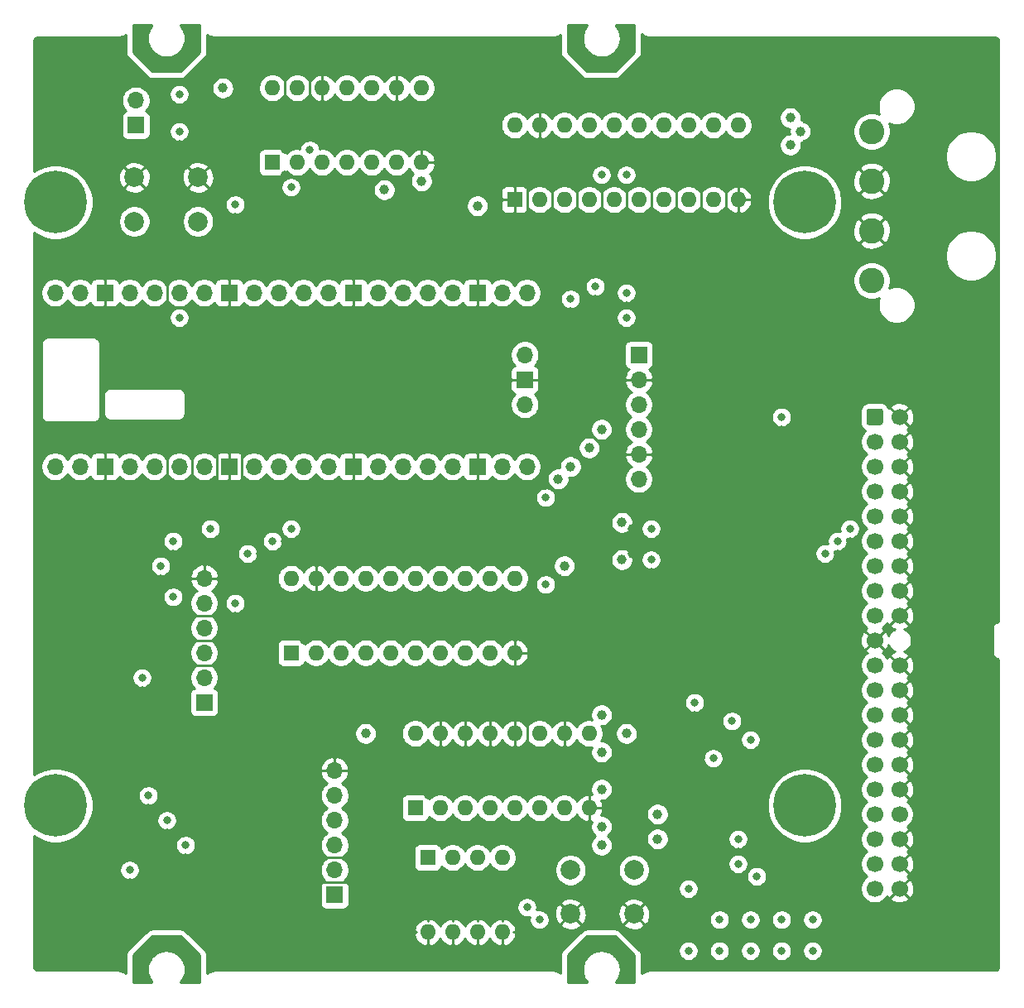
<source format=gbr>
%TF.GenerationSoftware,KiCad,Pcbnew,(5.1.9)-1*%
%TF.CreationDate,2021-10-24T18:26:44+08:00*%
%TF.ProjectId,XTA-35-TH,5854412d-3335-42d5-9448-2e6b69636164,rev?*%
%TF.SameCoordinates,Original*%
%TF.FileFunction,Copper,L4,Bot*%
%TF.FilePolarity,Positive*%
%FSLAX46Y46*%
G04 Gerber Fmt 4.6, Leading zero omitted, Abs format (unit mm)*
G04 Created by KiCad (PCBNEW (5.1.9)-1) date 2021-10-24 18:26:44*
%MOMM*%
%LPD*%
G01*
G04 APERTURE LIST*
%TA.AperFunction,ComponentPad*%
%ADD10O,1.700000X1.700000*%
%TD*%
%TA.AperFunction,ComponentPad*%
%ADD11R,1.700000X1.700000*%
%TD*%
%TA.AperFunction,ComponentPad*%
%ADD12O,1.600000X1.600000*%
%TD*%
%TA.AperFunction,ComponentPad*%
%ADD13R,1.600000X1.600000*%
%TD*%
%TA.AperFunction,ComponentPad*%
%ADD14C,1.700000*%
%TD*%
%TA.AperFunction,ComponentPad*%
%ADD15C,1.000000*%
%TD*%
%TA.AperFunction,ComponentPad*%
%ADD16C,2.000000*%
%TD*%
%TA.AperFunction,ComponentPad*%
%ADD17C,2.600000*%
%TD*%
%TA.AperFunction,ComponentPad*%
%ADD18C,6.400000*%
%TD*%
%TA.AperFunction,ViaPad*%
%ADD19C,0.800000*%
%TD*%
%TA.AperFunction,ViaPad*%
%ADD20C,1.000000*%
%TD*%
%TA.AperFunction,Conductor*%
%ADD21C,0.250000*%
%TD*%
%TA.AperFunction,Conductor*%
%ADD22C,0.254000*%
%TD*%
%TA.AperFunction,Conductor*%
%ADD23C,0.100000*%
%TD*%
G04 APERTURE END LIST*
D10*
%TO.P,U5,1*%
%TO.N,DBG_RX*%
X153035000Y-76200000D03*
%TO.P,U5,2*%
%TO.N,CFG_CLK*%
X155575000Y-76200000D03*
D11*
%TO.P,U5,3*%
%TO.N,GND*%
X158115000Y-76200000D03*
D10*
%TO.P,U5,4*%
%TO.N,CFG_LATCH*%
X160655000Y-76200000D03*
%TO.P,U5,5*%
%TO.N,SD1_CS*%
X163195000Y-76200000D03*
%TO.P,U5,6*%
%TO.N,D0_3V3*%
X165735000Y-76200000D03*
%TO.P,U5,7*%
%TO.N,D1_3V3*%
X168275000Y-76200000D03*
D11*
%TO.P,U5,8*%
%TO.N,GND*%
X170815000Y-76200000D03*
D10*
%TO.P,U5,9*%
%TO.N,D2_3V3*%
X173355000Y-76200000D03*
%TO.P,U5,10*%
%TO.N,D3_3V3*%
X175895000Y-76200000D03*
%TO.P,U5,11*%
%TO.N,D4_3V3*%
X178435000Y-76200000D03*
%TO.P,U5,12*%
%TO.N,D5_3V3*%
X180975000Y-76200000D03*
D11*
%TO.P,U5,13*%
%TO.N,GND*%
X183515000Y-76200000D03*
D10*
%TO.P,U5,14*%
%TO.N,D6_3V3*%
X186055000Y-76200000D03*
%TO.P,U5,15*%
%TO.N,D7_3V3*%
X188595000Y-76200000D03*
%TO.P,U5,16*%
%TO.N,A0_3V3*%
X191135000Y-76200000D03*
%TO.P,U5,17*%
%TO.N,A1_3V3*%
X193675000Y-76200000D03*
D11*
%TO.P,U5,18*%
%TO.N,GND*%
X196215000Y-76200000D03*
D10*
%TO.P,U5,19*%
%TO.N,AEN_3V3*%
X198755000Y-76200000D03*
%TO.P,U5,20*%
%TO.N,~DACK~_3V3*%
X201295000Y-76200000D03*
%TO.P,U5,21*%
%TO.N,SPI_RX*%
X201295000Y-58420000D03*
%TO.P,U5,22*%
%TO.N,~IOW~_3V3*%
X198755000Y-58420000D03*
D11*
%TO.P,U5,23*%
%TO.N,GND*%
X196215000Y-58420000D03*
D10*
%TO.P,U5,24*%
%TO.N,SPI_SCK*%
X193675000Y-58420000D03*
%TO.P,U5,25*%
%TO.N,SPI_TX*%
X191135000Y-58420000D03*
%TO.P,U5,26*%
%TO.N,~IOR~_3V3*%
X188595000Y-58420000D03*
%TO.P,U5,27*%
%TO.N,~RESET~_3V3*%
X186055000Y-58420000D03*
D11*
%TO.P,U5,28*%
%TO.N,GND*%
X183515000Y-58420000D03*
D10*
%TO.P,U5,29*%
%TO.N,DATA_DIR*%
X180975000Y-58420000D03*
%TO.P,U5,30*%
%TO.N,Net-(SW3-Pad1)*%
X178435000Y-58420000D03*
%TO.P,U5,31*%
%TO.N,~CS~_3V3*%
X175895000Y-58420000D03*
%TO.P,U5,32*%
%TO.N,~IRQ~_3V3*%
X173355000Y-58420000D03*
D11*
%TO.P,U5,33*%
%TO.N,GND*%
X170815000Y-58420000D03*
D10*
%TO.P,U5,34*%
%TO.N,~DRQ~_3V3*%
X168275000Y-58420000D03*
%TO.P,U5,35*%
%TO.N,/ADC_VREF*%
X165735000Y-58420000D03*
%TO.P,U5,36*%
%TO.N,+3V3*%
X163195000Y-58420000D03*
%TO.P,U5,37*%
%TO.N,/3V3_EN*%
X160655000Y-58420000D03*
D11*
%TO.P,U5,38*%
%TO.N,GND*%
X158115000Y-58420000D03*
D10*
%TO.P,U5,39*%
%TO.N,VSYS*%
X155575000Y-58420000D03*
%TO.P,U5,40*%
%TO.N,Net-(U5-Pad40)*%
X153035000Y-58420000D03*
%TO.P,U5,41*%
%TO.N,/SWCLK*%
X201065000Y-69850000D03*
D11*
%TO.P,U5,42*%
%TO.N,GND*%
X201065000Y-67310000D03*
D10*
%TO.P,U5,43*%
%TO.N,/SWDIO*%
X201065000Y-64770000D03*
%TD*%
D12*
%TO.P,U3,14*%
%TO.N,VSYS*%
X175260000Y-37465000D03*
%TO.P,U3,7*%
%TO.N,GND*%
X190500000Y-45085000D03*
%TO.P,U3,13*%
%TO.N,CFG_CLK*%
X177800000Y-37465000D03*
%TO.P,U3,6*%
%TO.N,IRQ*%
X187960000Y-45085000D03*
%TO.P,U3,12*%
%TO.N,GND*%
X180340000Y-37465000D03*
%TO.P,U3,5*%
%TO.N,Net-(R4-Pad1)*%
X185420000Y-45085000D03*
%TO.P,U3,11*%
%TO.N,Net-(R1-Pad2)*%
X182880000Y-37465000D03*
%TO.P,U3,4*%
%TO.N,~IRQ~_3V3*%
X182880000Y-45085000D03*
%TO.P,U3,10*%
%TO.N,CFG_CLK*%
X185420000Y-37465000D03*
%TO.P,U3,3*%
%TO.N,DRQ*%
X180340000Y-45085000D03*
%TO.P,U3,9*%
%TO.N,GND*%
X187960000Y-37465000D03*
%TO.P,U3,2*%
%TO.N,Net-(R4-Pad1)*%
X177800000Y-45085000D03*
%TO.P,U3,8*%
%TO.N,~DRIVE_ACTIVE*%
X190500000Y-37465000D03*
D13*
%TO.P,U3,1*%
%TO.N,~DRQ~_3V3*%
X175260000Y-45085000D03*
%TD*%
D12*
%TO.P,U4,16*%
%TO.N,+3V3*%
X189865000Y-103505000D03*
%TO.P,U4,8*%
%TO.N,GND*%
X207645000Y-111125000D03*
%TO.P,U4,15*%
X192405000Y-103505000D03*
%TO.P,U4,7*%
%TO.N,Net-(U4-Pad7)*%
X205105000Y-111125000D03*
%TO.P,U4,14*%
%TO.N,GND*%
X194945000Y-103505000D03*
%TO.P,U4,6*%
%TO.N,/OPTION_4*%
X202565000Y-111125000D03*
%TO.P,U4,13*%
%TO.N,GND*%
X197485000Y-103505000D03*
%TO.P,U4,5*%
%TO.N,/OPTION_3*%
X200025000Y-111125000D03*
%TO.P,U4,12*%
%TO.N,GND*%
X200025000Y-103505000D03*
%TO.P,U4,4*%
%TO.N,/RESET_INVERT*%
X197485000Y-111125000D03*
%TO.P,U4,11*%
%TO.N,/BOOT_INTERNAL*%
X202565000Y-103505000D03*
%TO.P,U4,3*%
%TO.N,/IRQ_SELECT*%
X194945000Y-111125000D03*
%TO.P,U4,10*%
%TO.N,GND*%
X205105000Y-103505000D03*
%TO.P,U4,2*%
%TO.N,CFG_CLK*%
X192405000Y-111125000D03*
%TO.P,U4,9*%
%TO.N,CFG_DATA*%
X207645000Y-103505000D03*
D13*
%TO.P,U4,1*%
%TO.N,CFG_LATCH*%
X189865000Y-111125000D03*
%TD*%
D12*
%TO.P,U1,20*%
%TO.N,+3V3*%
X177165000Y-87630000D03*
%TO.P,U1,10*%
%TO.N,GND*%
X200025000Y-95250000D03*
%TO.P,U1,19*%
X179705000Y-87630000D03*
%TO.P,U1,9*%
%TO.N,D7*%
X197485000Y-95250000D03*
%TO.P,U1,18*%
%TO.N,D0_3V3*%
X182245000Y-87630000D03*
%TO.P,U1,8*%
%TO.N,D6*%
X194945000Y-95250000D03*
%TO.P,U1,17*%
%TO.N,D1_3V3*%
X184785000Y-87630000D03*
%TO.P,U1,7*%
%TO.N,D5*%
X192405000Y-95250000D03*
%TO.P,U1,16*%
%TO.N,D2_3V3*%
X187325000Y-87630000D03*
%TO.P,U1,6*%
%TO.N,D4*%
X189865000Y-95250000D03*
%TO.P,U1,15*%
%TO.N,D3_3V3*%
X189865000Y-87630000D03*
%TO.P,U1,5*%
%TO.N,D3*%
X187325000Y-95250000D03*
%TO.P,U1,14*%
%TO.N,D4_3V3*%
X192405000Y-87630000D03*
%TO.P,U1,4*%
%TO.N,D2*%
X184785000Y-95250000D03*
%TO.P,U1,13*%
%TO.N,D5_3V3*%
X194945000Y-87630000D03*
%TO.P,U1,3*%
%TO.N,D1*%
X182245000Y-95250000D03*
%TO.P,U1,12*%
%TO.N,D6_3V3*%
X197485000Y-87630000D03*
%TO.P,U1,2*%
%TO.N,D0*%
X179705000Y-95250000D03*
%TO.P,U1,11*%
%TO.N,D7_3V3*%
X200025000Y-87630000D03*
D13*
%TO.P,U1,1*%
%TO.N,DATA_DIR*%
X177165000Y-95250000D03*
%TD*%
D12*
%TO.P,U2,20*%
%TO.N,+3V3*%
X200025000Y-41275000D03*
%TO.P,U2,10*%
%TO.N,GND*%
X222885000Y-48895000D03*
%TO.P,U2,19*%
X202565000Y-41275000D03*
%TO.P,U2,9*%
%TO.N,~IOW*%
X220345000Y-48895000D03*
%TO.P,U2,18*%
%TO.N,A0_3V3*%
X205105000Y-41275000D03*
%TO.P,U2,8*%
%TO.N,~IOR*%
X217805000Y-48895000D03*
%TO.P,U2,17*%
%TO.N,A1_3V3*%
X207645000Y-41275000D03*
%TO.P,U2,7*%
%TO.N,~RESET*%
X215265000Y-48895000D03*
%TO.P,U2,16*%
%TO.N,AEN_3V3*%
X210185000Y-41275000D03*
%TO.P,U2,6*%
%TO.N,~CS*%
X212725000Y-48895000D03*
%TO.P,U2,15*%
%TO.N,~DACK~_3V3*%
X212725000Y-41275000D03*
%TO.P,U2,5*%
%TO.N,~DACK*%
X210185000Y-48895000D03*
%TO.P,U2,14*%
%TO.N,~CS~_3V3*%
X215265000Y-41275000D03*
%TO.P,U2,4*%
%TO.N,AEN*%
X207645000Y-48895000D03*
%TO.P,U2,13*%
%TO.N,~RESET~_3V3*%
X217805000Y-41275000D03*
%TO.P,U2,3*%
%TO.N,A1*%
X205105000Y-48895000D03*
%TO.P,U2,12*%
%TO.N,~IOR~_3V3*%
X220345000Y-41275000D03*
%TO.P,U2,2*%
%TO.N,A0*%
X202565000Y-48895000D03*
%TO.P,U2,11*%
%TO.N,~IOW~_3V3*%
X222885000Y-41275000D03*
D13*
%TO.P,U2,1*%
%TO.N,GND*%
X200025000Y-48895000D03*
%TD*%
D10*
%TO.P,J6,6*%
%TO.N,DBG_RX*%
X212725000Y-77470000D03*
%TO.P,J6,5*%
%TO.N,GND*%
X212725000Y-74930000D03*
%TO.P,J6,4*%
%TO.N,CFG_CLK*%
X212725000Y-72390000D03*
%TO.P,J6,3*%
%TO.N,/SWCLK*%
X212725000Y-69850000D03*
%TO.P,J6,2*%
%TO.N,GND*%
X212725000Y-67310000D03*
D11*
%TO.P,J6,1*%
%TO.N,/SWDIO*%
X212725000Y-64770000D03*
%TD*%
D10*
%TO.P,J5,6*%
%TO.N,GND*%
X168275000Y-87630000D03*
%TO.P,J5,5*%
%TO.N,SPI_RX*%
X168275000Y-90170000D03*
%TO.P,J5,4*%
%TO.N,SPI_SCK*%
X168275000Y-92710000D03*
%TO.P,J5,3*%
%TO.N,SPI_TX*%
X168275000Y-95250000D03*
%TO.P,J5,2*%
%TO.N,SD1_CS*%
X168275000Y-97790000D03*
D11*
%TO.P,J5,1*%
%TO.N,+3V3*%
X168275000Y-100330000D03*
%TD*%
D10*
%TO.P,J4,6*%
%TO.N,GND*%
X181610000Y-107315000D03*
%TO.P,J4,5*%
%TO.N,SPI_RX*%
X181610000Y-109855000D03*
%TO.P,J4,4*%
%TO.N,SPI_SCK*%
X181610000Y-112395000D03*
%TO.P,J4,3*%
%TO.N,SPI_TX*%
X181610000Y-114935000D03*
%TO.P,J4,2*%
%TO.N,CFG_LATCH*%
X181610000Y-117475000D03*
D11*
%TO.P,J4,1*%
%TO.N,+3V3*%
X181610000Y-120015000D03*
%TD*%
D14*
%TO.P,J1,40*%
%TO.N,GND*%
X239395000Y-119380000D03*
%TO.P,J1,38*%
X239395000Y-116840000D03*
%TO.P,J1,36*%
X239395000Y-114300000D03*
%TO.P,J1,34*%
%TO.N,Net-(J1-Pad34)*%
X239395000Y-111760000D03*
%TO.P,J1,32*%
%TO.N,GND*%
X239395000Y-109220000D03*
%TO.P,J1,30*%
X239395000Y-106680000D03*
%TO.P,J1,28*%
X239395000Y-104140000D03*
%TO.P,J1,26*%
X239395000Y-101600000D03*
%TO.P,J1,24*%
X239395000Y-99060000D03*
%TO.P,J1,22*%
X239395000Y-96520000D03*
%TO.P,J1,18*%
X239395000Y-91440000D03*
%TO.P,J1,16*%
X239395000Y-88900000D03*
%TO.P,J1,14*%
X239395000Y-86360000D03*
%TO.P,J1,12*%
X239395000Y-83820000D03*
%TO.P,J1,10*%
X239395000Y-81280000D03*
%TO.P,J1,8*%
X239395000Y-78740000D03*
%TO.P,J1,6*%
X239395000Y-76200000D03*
%TO.P,J1,4*%
X239395000Y-73660000D03*
%TO.P,J1,2*%
X239395000Y-71120000D03*
%TO.P,J1,39*%
%TO.N,~DRIVE_ACTIVE*%
X236855000Y-119380000D03*
%TO.P,J1,37*%
%TO.N,~CS*%
X236855000Y-116840000D03*
%TO.P,J1,35*%
%TO.N,A0*%
X236855000Y-114300000D03*
%TO.P,J1,33*%
%TO.N,A1*%
X236855000Y-111760000D03*
%TO.P,J1,31*%
%TO.N,IRQ*%
X236855000Y-109220000D03*
%TO.P,J1,29*%
%TO.N,DRQ*%
X236855000Y-106680000D03*
%TO.P,J1,27*%
%TO.N,~DACK*%
X236855000Y-104140000D03*
%TO.P,J1,25*%
%TO.N,~IOR*%
X236855000Y-101600000D03*
%TO.P,J1,23*%
%TO.N,~IOW*%
X236855000Y-99060000D03*
%TO.P,J1,21*%
%TO.N,AEN*%
X236855000Y-96520000D03*
%TO.P,J1,19*%
%TO.N,GND*%
X236855000Y-93980000D03*
%TO.P,J1,17*%
%TO.N,D0*%
X236855000Y-91440000D03*
%TO.P,J1,15*%
%TO.N,D1*%
X236855000Y-88900000D03*
%TO.P,J1,13*%
%TO.N,D2*%
X236855000Y-86360000D03*
%TO.P,J1,11*%
%TO.N,D3*%
X236855000Y-83820000D03*
%TO.P,J1,9*%
%TO.N,D4*%
X236855000Y-81280000D03*
%TO.P,J1,7*%
%TO.N,D5*%
X236855000Y-78740000D03*
%TO.P,J1,5*%
%TO.N,D6*%
X236855000Y-76200000D03*
%TO.P,J1,3*%
%TO.N,D7*%
X236855000Y-73660000D03*
%TO.P,J1,1*%
%TO.N,~RESET*%
%TA.AperFunction,ComponentPad*%
G36*
G01*
X236005000Y-71720000D02*
X236005000Y-70520000D01*
G75*
G02*
X236255000Y-70270000I250000J0D01*
G01*
X237455000Y-70270000D01*
G75*
G02*
X237705000Y-70520000I0J-250000D01*
G01*
X237705000Y-71720000D01*
G75*
G02*
X237455000Y-71970000I-250000J0D01*
G01*
X236255000Y-71970000D01*
G75*
G02*
X236005000Y-71720000I0J250000D01*
G01*
G37*
%TD.AperFunction*%
%TD*%
D15*
%TO.P,MH3,1*%
%TO.N,/MOUNTING_3*%
X161945449Y-128254482D03*
X166894495Y-127111904D03*
X166411547Y-126076220D03*
X163296537Y-125357063D03*
X166874551Y-128254482D03*
X161925505Y-127111904D03*
X162408453Y-126076220D03*
X165523463Y-125357063D03*
X164410000Y-125100000D03*
%TD*%
%TO.P,MH2,1*%
%TO.N,/MOUNTING_2*%
X211374551Y-31775518D03*
X206425505Y-32918096D03*
X206908453Y-33953780D03*
X210023463Y-34672937D03*
X206445449Y-31775518D03*
X211394495Y-32918096D03*
X210911547Y-33953780D03*
X207796537Y-34672937D03*
X208910000Y-34930000D03*
%TD*%
%TO.P,MH1,1*%
%TO.N,/MOUNTING_1*%
X166874551Y-31775518D03*
X161925505Y-32918096D03*
X162408453Y-33953780D03*
X165523463Y-34672937D03*
X161945449Y-31775518D03*
X166894495Y-32918096D03*
X166411547Y-33953780D03*
X163296537Y-34672937D03*
X164410000Y-34930000D03*
%TD*%
%TO.P,MH4,1*%
%TO.N,/MOUNTING_4*%
X206445449Y-128254482D03*
X211394495Y-127111904D03*
X210911547Y-126076220D03*
X207796537Y-125357063D03*
X211374551Y-128254482D03*
X206425505Y-127111904D03*
X206908453Y-126076220D03*
X210023463Y-125357063D03*
X208910000Y-125100000D03*
%TD*%
D16*
%TO.P,SW3,1*%
%TO.N,Net-(SW3-Pad1)*%
X161140000Y-51120000D03*
%TO.P,SW3,2*%
%TO.N,GND*%
X161140000Y-46620000D03*
%TO.P,SW3,1*%
%TO.N,Net-(SW3-Pad1)*%
X167640000Y-51120000D03*
%TO.P,SW3,2*%
%TO.N,GND*%
X167640000Y-46620000D03*
%TD*%
%TO.P,SW2,1*%
%TO.N,/BOOT_INTERNAL*%
X212240000Y-117475000D03*
%TO.P,SW2,2*%
%TO.N,GND*%
X212240000Y-121975000D03*
%TO.P,SW2,1*%
%TO.N,/BOOT_INTERNAL*%
X205740000Y-117475000D03*
%TO.P,SW2,2*%
%TO.N,GND*%
X205740000Y-121975000D03*
%TD*%
D13*
%TO.P,SW1,1*%
%TO.N,/IRQ_SELECT*%
X191135000Y-116205000D03*
D12*
%TO.P,SW1,5*%
%TO.N,GND*%
X198755000Y-123825000D03*
%TO.P,SW1,2*%
%TO.N,/RESET_INVERT*%
X193675000Y-116205000D03*
%TO.P,SW1,6*%
%TO.N,GND*%
X196215000Y-123825000D03*
%TO.P,SW1,3*%
%TO.N,/OPTION_3*%
X196215000Y-116205000D03*
%TO.P,SW1,7*%
%TO.N,GND*%
X193675000Y-123825000D03*
%TO.P,SW1,4*%
%TO.N,/OPTION_4*%
X198755000Y-116205000D03*
%TO.P,SW1,8*%
%TO.N,GND*%
X191135000Y-123825000D03*
%TD*%
D10*
%TO.P,J3,2*%
%TO.N,Net-(J3-Pad2)*%
X161290000Y-38735000D03*
D11*
%TO.P,J3,1*%
%TO.N,Net-(J3-Pad1)*%
X161290000Y-41275000D03*
%TD*%
D17*
%TO.P,J2,4*%
%TO.N,/5V_IN*%
X236550000Y-41910000D03*
%TO.P,J2,3*%
%TO.N,GND*%
X236550000Y-46990000D03*
%TO.P,J2,2*%
X236550000Y-52070000D03*
%TO.P,J2,1*%
%TO.N,Net-(J2-Pad1)*%
X236550000Y-57150000D03*
%TD*%
D18*
%TO.P,MH5,1*%
%TO.N,N/C*%
X153090000Y-49150000D03*
%TD*%
%TO.P,MH7,1*%
%TO.N,N/C*%
X153090000Y-110870000D03*
%TD*%
%TO.P,MH8,1*%
%TO.N,N/C*%
X229690000Y-110870000D03*
%TD*%
%TO.P,MH6,1*%
%TO.N,N/C*%
X229690000Y-49150000D03*
%TD*%
D19*
%TO.N,GND*%
X234315000Y-83820000D03*
X233045000Y-85090000D03*
X227330000Y-72390000D03*
D20*
X175260000Y-39370000D03*
D19*
X167640000Y-82550000D03*
X165100000Y-85090000D03*
X173990000Y-85090000D03*
X176530000Y-83820000D03*
X163830000Y-87630000D03*
D20*
X181610000Y-121920000D03*
X170180000Y-100330000D03*
D19*
X180340000Y-116205000D03*
X180340000Y-111125000D03*
X191135000Y-109855000D03*
X234950000Y-111760000D03*
X166370000Y-116205000D03*
X160655000Y-118745000D03*
X161925000Y-99060000D03*
X162560000Y-111125000D03*
X164465000Y-113665000D03*
X169545000Y-96520000D03*
X167005000Y-91440000D03*
D20*
X173990000Y-89105000D03*
X173990000Y-92055000D03*
X195580000Y-42750000D03*
D19*
X222885000Y-103505000D03*
X218440000Y-101600000D03*
X219075000Y-106045000D03*
X211455000Y-59690000D03*
X222885000Y-115570000D03*
X223520000Y-118110000D03*
D20*
X210185000Y-71755000D03*
X203200000Y-78105000D03*
X206375000Y-74930000D03*
X208915000Y-116840000D03*
X215900000Y-115570000D03*
X209550000Y-103505000D03*
X216535000Y-112395000D03*
X186690000Y-105055010D03*
X177165000Y-89535000D03*
X204470000Y-87630000D03*
X212090000Y-82550000D03*
X212090000Y-85090000D03*
D19*
X221615000Y-42545000D03*
X216535000Y-42545000D03*
X211455000Y-42545000D03*
X208915000Y-42545000D03*
X220345000Y-46990000D03*
X217805000Y-46990000D03*
X215265000Y-46990000D03*
X212725000Y-46990000D03*
X210185000Y-46990000D03*
X207645000Y-46990000D03*
X205105000Y-46990000D03*
X193675000Y-93980000D03*
X188595000Y-93980000D03*
X183515000Y-93980000D03*
X178435000Y-93980000D03*
X198755000Y-86360000D03*
X193675000Y-86360000D03*
X188595000Y-88900000D03*
X183515000Y-88900000D03*
X184150000Y-43815000D03*
X176530000Y-43815000D03*
D20*
X170180000Y-35560000D03*
X229870000Y-43180000D03*
X229870000Y-40640000D03*
D19*
X213995000Y-86995000D03*
D20*
X186690000Y-46355000D03*
X197485000Y-50800000D03*
D19*
X171450000Y-91440000D03*
X163830000Y-89535000D03*
X177800000Y-43180000D03*
X181610000Y-43815000D03*
X165735000Y-43180000D03*
X165735000Y-36830000D03*
X171450000Y-50673000D03*
X208280000Y-59055000D03*
X205740000Y-60325000D03*
X176530000Y-46355000D03*
D20*
%TO.N,+3V3*%
X208915000Y-72390000D03*
X196215000Y-49530000D03*
D19*
X230505000Y-122555000D03*
X227330000Y-122555000D03*
X224155000Y-122555000D03*
X220980000Y-122555000D03*
X217805000Y-119380000D03*
D20*
X184785000Y-103505000D03*
X204470000Y-77470000D03*
X205740000Y-76200000D03*
X207645000Y-74295000D03*
X208915000Y-114935000D03*
X214630000Y-114300000D03*
X208915000Y-109220000D03*
X208915000Y-105410000D03*
X208915000Y-101600000D03*
X211455000Y-103505000D03*
X214630000Y-111760000D03*
X208915000Y-113030000D03*
X205105000Y-86360000D03*
X211010010Y-85725000D03*
X211010010Y-81915000D03*
X190500000Y-46990000D03*
X186690000Y-47879000D03*
%TO.N,VSYS*%
X229235000Y-41910000D03*
D19*
X165735000Y-38100000D03*
D20*
X228219000Y-40513000D03*
X228219000Y-43307000D03*
X170180000Y-37465000D03*
D19*
X171450000Y-49403000D03*
%TO.N,Net-(R1-Pad2)*%
X165735000Y-41910000D03*
%TO.N,CFG_DATA*%
X213995000Y-85725000D03*
X203200000Y-88265000D03*
%TO.N,DBG_RX*%
X213995000Y-82550000D03*
%TO.N,DATA_DIR*%
X172720000Y-85090000D03*
X163830000Y-86360000D03*
%TO.N,Net-(SW3-Pad1)*%
X165735000Y-60960000D03*
%TO.N,D1_3V3*%
X168910000Y-82550000D03*
X177165000Y-82550000D03*
%TO.N,D0_3V3*%
X165100000Y-83820000D03*
X175260000Y-83820000D03*
%TO.N,CFG_CLK*%
X203200000Y-79375000D03*
X179070000Y-43815000D03*
%TO.N,/BOOT_INTERNAL*%
X230505000Y-125730000D03*
%TO.N,~CS*%
X224790000Y-118110000D03*
%TO.N,A0*%
X211455000Y-60960000D03*
X222885000Y-116840000D03*
X205740000Y-59055000D03*
%TO.N,A1*%
X211455000Y-58420000D03*
X222885000Y-114300000D03*
X208280000Y-57785000D03*
%TO.N,IRQ*%
X220345000Y-106045000D03*
X208915000Y-46355000D03*
%TO.N,DRQ*%
X224155000Y-104140000D03*
X211455000Y-46355000D03*
%TO.N,~DACK*%
X222250000Y-102235000D03*
%TO.N,AEN*%
X218440000Y-100330000D03*
%TO.N,D5*%
X234315000Y-82550000D03*
%TO.N,D6*%
X233045000Y-83820000D03*
%TO.N,D7*%
X231775000Y-85090000D03*
%TO.N,~RESET*%
X227330000Y-71120000D03*
%TO.N,/IRQ_SELECT*%
X202565000Y-122555000D03*
X217805000Y-125730000D03*
%TO.N,/RESET_INVERT*%
X227330000Y-125730000D03*
X201295000Y-121285000D03*
%TO.N,CFG_LATCH*%
X160655000Y-117475000D03*
%TO.N,Net-(R4-Pad1)*%
X177165000Y-47625000D03*
%TO.N,SD1_CS*%
X161925000Y-97790000D03*
%TO.N,/OPTION_3*%
X220980000Y-125730000D03*
%TO.N,/OPTION_4*%
X224155000Y-125730000D03*
%TO.N,SPI_RX*%
X162560000Y-109855000D03*
X171450000Y-90170000D03*
%TO.N,SPI_SCK*%
X164465000Y-112395000D03*
%TO.N,SPI_TX*%
X166370000Y-114935012D03*
X165100000Y-89535000D03*
%TD*%
D21*
%TO.N,GND*%
X170815000Y-76200000D02*
X170815000Y-73025000D01*
X164465000Y-73025000D02*
X164465000Y-80645000D01*
X167005000Y-73025000D02*
X167005000Y-80645000D01*
X167005000Y-73025000D02*
X164465000Y-73025000D01*
X170815000Y-73025000D02*
X169545000Y-73025000D01*
X169545000Y-73025000D02*
X167005000Y-73025000D01*
X222885000Y-48895000D02*
X222885000Y-45085000D01*
X222885000Y-45085000D02*
X201295000Y-45085000D01*
X201295000Y-45085000D02*
X201295000Y-50165000D01*
X203835000Y-45085000D02*
X203835000Y-50165000D01*
X206375000Y-45085000D02*
X206375000Y-50165000D01*
X213995000Y-45085000D02*
X213995000Y-51435000D01*
X213995000Y-51435000D02*
X208915000Y-51435000D01*
X208915000Y-51435000D02*
X208915000Y-47625000D01*
X211455000Y-51435000D02*
X211455000Y-47625000D01*
X216535000Y-45085000D02*
X216535000Y-50165000D01*
X219075000Y-45085000D02*
X219075000Y-50165000D01*
X221615000Y-45085000D02*
X221615000Y-50165000D01*
X201295000Y-106045000D02*
X201295000Y-102235000D01*
X200025000Y-106045000D02*
X201295000Y-106045000D01*
X200025000Y-103505000D02*
X200025000Y-106045000D01*
X180340000Y-116205000D02*
X183515000Y-116205000D01*
X169545000Y-96520000D02*
X167005000Y-96520000D01*
X167005000Y-91440000D02*
X169545000Y-91440000D01*
X180340000Y-37465000D02*
X180340000Y-35560000D01*
X180340000Y-35560000D02*
X176530000Y-35560000D01*
X176530000Y-35560000D02*
X176530000Y-38735000D01*
X179070000Y-35560000D02*
X179070000Y-38735000D01*
X170815000Y-58420000D02*
X170815000Y-53975000D01*
X170815000Y-53975000D02*
X167005000Y-53975000D01*
X167005000Y-53975000D02*
X164465000Y-53975000D01*
X164465000Y-53975000D02*
X164465000Y-59690000D01*
X169545000Y-73025000D02*
X169545000Y-79375000D01*
X170815000Y-73025000D02*
X172085000Y-73025000D01*
X172085000Y-73025000D02*
X172085000Y-79375000D01*
X167005000Y-91440000D02*
X163830000Y-91440000D01*
X163830000Y-91440000D02*
X163830000Y-93980000D01*
X163830000Y-93980000D02*
X169545000Y-93980000D01*
X180340000Y-116205000D02*
X178435000Y-116205000D01*
X178435000Y-116205000D02*
X178435000Y-118745000D01*
X178435000Y-118745000D02*
X183515000Y-118745000D01*
%TD*%
D22*
%TO.N,GND*%
X213070841Y-32004383D02*
X213120649Y-32037476D01*
X213170023Y-32071283D01*
X213178129Y-32075666D01*
X213350452Y-32167291D01*
X213405764Y-32190089D01*
X213460738Y-32213651D01*
X213469541Y-32216376D01*
X213656378Y-32272785D01*
X213715058Y-32284404D01*
X213773568Y-32296841D01*
X213782733Y-32297804D01*
X213976966Y-32316849D01*
X213976980Y-32316849D01*
X214008953Y-32319998D01*
X249157721Y-32320000D01*
X249255424Y-32329580D01*
X249318356Y-32348580D01*
X249376405Y-32379445D01*
X249427343Y-32420989D01*
X249469248Y-32471644D01*
X249500515Y-32529471D01*
X249519956Y-32592272D01*
X249530001Y-32687845D01*
X249530000Y-92042725D01*
X249529352Y-92049333D01*
X249425618Y-92059550D01*
X249301208Y-92097290D01*
X249186551Y-92158575D01*
X249086053Y-92241052D01*
X249003576Y-92341550D01*
X248942291Y-92456207D01*
X248904551Y-92580617D01*
X248895001Y-92677581D01*
X248895000Y-93947581D01*
X248895000Y-93947582D01*
X248895001Y-95282419D01*
X248904551Y-95379383D01*
X248942291Y-95503793D01*
X249003576Y-95618450D01*
X249086053Y-95718948D01*
X249186551Y-95801425D01*
X249301208Y-95862710D01*
X249425618Y-95900450D01*
X249529515Y-95910683D01*
X249530000Y-95915301D01*
X249530001Y-127327711D01*
X249520420Y-127425424D01*
X249501420Y-127488357D01*
X249470554Y-127546406D01*
X249429011Y-127597343D01*
X249378356Y-127639248D01*
X249320529Y-127670515D01*
X249257728Y-127689956D01*
X249162165Y-127700000D01*
X214008953Y-127700002D01*
X213980708Y-127702784D01*
X213974571Y-127702741D01*
X213965400Y-127703641D01*
X213771303Y-127724042D01*
X213712720Y-127736067D01*
X213653949Y-127747278D01*
X213645127Y-127749942D01*
X213458689Y-127807654D01*
X213403534Y-127830839D01*
X213348081Y-127853243D01*
X213339945Y-127857569D01*
X213168268Y-127950394D01*
X213118650Y-127983862D01*
X213068619Y-128016601D01*
X213061478Y-128022425D01*
X212995000Y-128077421D01*
X212995000Y-126140000D01*
X212982799Y-126016118D01*
X212946664Y-125896996D01*
X212887983Y-125787213D01*
X212809013Y-125690987D01*
X212746087Y-125628061D01*
X216770000Y-125628061D01*
X216770000Y-125831939D01*
X216809774Y-126031898D01*
X216887795Y-126220256D01*
X217001063Y-126389774D01*
X217145226Y-126533937D01*
X217314744Y-126647205D01*
X217503102Y-126725226D01*
X217703061Y-126765000D01*
X217906939Y-126765000D01*
X218106898Y-126725226D01*
X218295256Y-126647205D01*
X218464774Y-126533937D01*
X218608937Y-126389774D01*
X218722205Y-126220256D01*
X218800226Y-126031898D01*
X218840000Y-125831939D01*
X218840000Y-125628061D01*
X219945000Y-125628061D01*
X219945000Y-125831939D01*
X219984774Y-126031898D01*
X220062795Y-126220256D01*
X220176063Y-126389774D01*
X220320226Y-126533937D01*
X220489744Y-126647205D01*
X220678102Y-126725226D01*
X220878061Y-126765000D01*
X221081939Y-126765000D01*
X221281898Y-126725226D01*
X221470256Y-126647205D01*
X221639774Y-126533937D01*
X221783937Y-126389774D01*
X221897205Y-126220256D01*
X221975226Y-126031898D01*
X222015000Y-125831939D01*
X222015000Y-125628061D01*
X223120000Y-125628061D01*
X223120000Y-125831939D01*
X223159774Y-126031898D01*
X223237795Y-126220256D01*
X223351063Y-126389774D01*
X223495226Y-126533937D01*
X223664744Y-126647205D01*
X223853102Y-126725226D01*
X224053061Y-126765000D01*
X224256939Y-126765000D01*
X224456898Y-126725226D01*
X224645256Y-126647205D01*
X224814774Y-126533937D01*
X224958937Y-126389774D01*
X225072205Y-126220256D01*
X225150226Y-126031898D01*
X225190000Y-125831939D01*
X225190000Y-125628061D01*
X226295000Y-125628061D01*
X226295000Y-125831939D01*
X226334774Y-126031898D01*
X226412795Y-126220256D01*
X226526063Y-126389774D01*
X226670226Y-126533937D01*
X226839744Y-126647205D01*
X227028102Y-126725226D01*
X227228061Y-126765000D01*
X227431939Y-126765000D01*
X227631898Y-126725226D01*
X227820256Y-126647205D01*
X227989774Y-126533937D01*
X228133937Y-126389774D01*
X228247205Y-126220256D01*
X228325226Y-126031898D01*
X228365000Y-125831939D01*
X228365000Y-125628061D01*
X229470000Y-125628061D01*
X229470000Y-125831939D01*
X229509774Y-126031898D01*
X229587795Y-126220256D01*
X229701063Y-126389774D01*
X229845226Y-126533937D01*
X230014744Y-126647205D01*
X230203102Y-126725226D01*
X230403061Y-126765000D01*
X230606939Y-126765000D01*
X230806898Y-126725226D01*
X230995256Y-126647205D01*
X231164774Y-126533937D01*
X231308937Y-126389774D01*
X231422205Y-126220256D01*
X231500226Y-126031898D01*
X231540000Y-125831939D01*
X231540000Y-125628061D01*
X231500226Y-125428102D01*
X231422205Y-125239744D01*
X231308937Y-125070226D01*
X231164774Y-124926063D01*
X230995256Y-124812795D01*
X230806898Y-124734774D01*
X230606939Y-124695000D01*
X230403061Y-124695000D01*
X230203102Y-124734774D01*
X230014744Y-124812795D01*
X229845226Y-124926063D01*
X229701063Y-125070226D01*
X229587795Y-125239744D01*
X229509774Y-125428102D01*
X229470000Y-125628061D01*
X228365000Y-125628061D01*
X228325226Y-125428102D01*
X228247205Y-125239744D01*
X228133937Y-125070226D01*
X227989774Y-124926063D01*
X227820256Y-124812795D01*
X227631898Y-124734774D01*
X227431939Y-124695000D01*
X227228061Y-124695000D01*
X227028102Y-124734774D01*
X226839744Y-124812795D01*
X226670226Y-124926063D01*
X226526063Y-125070226D01*
X226412795Y-125239744D01*
X226334774Y-125428102D01*
X226295000Y-125628061D01*
X225190000Y-125628061D01*
X225150226Y-125428102D01*
X225072205Y-125239744D01*
X224958937Y-125070226D01*
X224814774Y-124926063D01*
X224645256Y-124812795D01*
X224456898Y-124734774D01*
X224256939Y-124695000D01*
X224053061Y-124695000D01*
X223853102Y-124734774D01*
X223664744Y-124812795D01*
X223495226Y-124926063D01*
X223351063Y-125070226D01*
X223237795Y-125239744D01*
X223159774Y-125428102D01*
X223120000Y-125628061D01*
X222015000Y-125628061D01*
X221975226Y-125428102D01*
X221897205Y-125239744D01*
X221783937Y-125070226D01*
X221639774Y-124926063D01*
X221470256Y-124812795D01*
X221281898Y-124734774D01*
X221081939Y-124695000D01*
X220878061Y-124695000D01*
X220678102Y-124734774D01*
X220489744Y-124812795D01*
X220320226Y-124926063D01*
X220176063Y-125070226D01*
X220062795Y-125239744D01*
X219984774Y-125428102D01*
X219945000Y-125628061D01*
X218840000Y-125628061D01*
X218800226Y-125428102D01*
X218722205Y-125239744D01*
X218608937Y-125070226D01*
X218464774Y-124926063D01*
X218295256Y-124812795D01*
X218106898Y-124734774D01*
X217906939Y-124695000D01*
X217703061Y-124695000D01*
X217503102Y-124734774D01*
X217314744Y-124812795D01*
X217145226Y-124926063D01*
X217001063Y-125070226D01*
X216887795Y-125239744D01*
X216809774Y-125428102D01*
X216770000Y-125628061D01*
X212746087Y-125628061D01*
X210809013Y-123690987D01*
X210712787Y-123612017D01*
X210603004Y-123553336D01*
X210483882Y-123517201D01*
X210360000Y-123505000D01*
X207360000Y-123505000D01*
X207236118Y-123517201D01*
X207116996Y-123553336D01*
X207007213Y-123612017D01*
X206910987Y-123690987D01*
X204910987Y-125690987D01*
X204832017Y-125787213D01*
X204773336Y-125896996D01*
X204737201Y-126016118D01*
X204725000Y-126140000D01*
X204725000Y-127999566D01*
X204699366Y-127982535D01*
X204649977Y-127948717D01*
X204641871Y-127944334D01*
X204469549Y-127852709D01*
X204414234Y-127829910D01*
X204359262Y-127806349D01*
X204350459Y-127803624D01*
X204163623Y-127747215D01*
X204104935Y-127735595D01*
X204046432Y-127723159D01*
X204037267Y-127722196D01*
X203843033Y-127703151D01*
X203843030Y-127703151D01*
X203811047Y-127700001D01*
X169508953Y-127700001D01*
X169480698Y-127702784D01*
X169474571Y-127702741D01*
X169465400Y-127703641D01*
X169271303Y-127724042D01*
X169212720Y-127736067D01*
X169153949Y-127747278D01*
X169145127Y-127749942D01*
X168958689Y-127807654D01*
X168903534Y-127830839D01*
X168848081Y-127853243D01*
X168839945Y-127857569D01*
X168668268Y-127950394D01*
X168618650Y-127983862D01*
X168568619Y-128016601D01*
X168561478Y-128022425D01*
X168545000Y-128036057D01*
X168545000Y-126140000D01*
X168532799Y-126016118D01*
X168496664Y-125896996D01*
X168437983Y-125787213D01*
X168359013Y-125690987D01*
X166359013Y-123690987D01*
X166262787Y-123612017D01*
X166240349Y-123600023D01*
X189717745Y-123600023D01*
X189858750Y-123824500D01*
X189992000Y-123824500D01*
X189992000Y-123825500D01*
X189858750Y-123825500D01*
X189717745Y-124049977D01*
X189788868Y-124322147D01*
X189911722Y-124575212D01*
X190081586Y-124799447D01*
X190291932Y-124986234D01*
X190534677Y-125128396D01*
X190800492Y-125220469D01*
X190910023Y-125242255D01*
X191134500Y-125101250D01*
X191134500Y-124206000D01*
X191135500Y-124206000D01*
X191135500Y-125101250D01*
X191359977Y-125242255D01*
X191469508Y-125220469D01*
X191735323Y-125128396D01*
X191978068Y-124986234D01*
X192188414Y-124799447D01*
X192358278Y-124575212D01*
X192405000Y-124478970D01*
X192451722Y-124575212D01*
X192621586Y-124799447D01*
X192831932Y-124986234D01*
X193074677Y-125128396D01*
X193340492Y-125220469D01*
X193450023Y-125242255D01*
X193674500Y-125101250D01*
X193674500Y-124206000D01*
X193675500Y-124206000D01*
X193675500Y-125101250D01*
X193899977Y-125242255D01*
X194009508Y-125220469D01*
X194275323Y-125128396D01*
X194518068Y-124986234D01*
X194728414Y-124799447D01*
X194898278Y-124575212D01*
X194945000Y-124478970D01*
X194991722Y-124575212D01*
X195161586Y-124799447D01*
X195371932Y-124986234D01*
X195614677Y-125128396D01*
X195880492Y-125220469D01*
X195990023Y-125242255D01*
X196214500Y-125101250D01*
X196214500Y-124206000D01*
X196215500Y-124206000D01*
X196215500Y-125101250D01*
X196439977Y-125242255D01*
X196549508Y-125220469D01*
X196815323Y-125128396D01*
X197058068Y-124986234D01*
X197268414Y-124799447D01*
X197438278Y-124575212D01*
X197485000Y-124478970D01*
X197531722Y-124575212D01*
X197701586Y-124799447D01*
X197911932Y-124986234D01*
X198154677Y-125128396D01*
X198420492Y-125220469D01*
X198530023Y-125242255D01*
X198754500Y-125101250D01*
X198754500Y-124206000D01*
X198755500Y-124206000D01*
X198755500Y-125101250D01*
X198979977Y-125242255D01*
X199089508Y-125220469D01*
X199355323Y-125128396D01*
X199598068Y-124986234D01*
X199808414Y-124799447D01*
X199978278Y-124575212D01*
X200101132Y-124322147D01*
X200172255Y-124049977D01*
X200031250Y-123825500D01*
X199898000Y-123825500D01*
X199898000Y-123824500D01*
X200031250Y-123824500D01*
X200172255Y-123600023D01*
X200101132Y-123327853D01*
X199978278Y-123074788D01*
X199808414Y-122850553D01*
X199598068Y-122663766D01*
X199355323Y-122521604D01*
X199089508Y-122429531D01*
X198979977Y-122407745D01*
X198755500Y-122548750D01*
X198755500Y-122682000D01*
X198754500Y-122682000D01*
X198754500Y-122548750D01*
X198530023Y-122407745D01*
X198420492Y-122429531D01*
X198154677Y-122521604D01*
X197911932Y-122663766D01*
X197701586Y-122850553D01*
X197531722Y-123074788D01*
X197485000Y-123171030D01*
X197438278Y-123074788D01*
X197268414Y-122850553D01*
X197058068Y-122663766D01*
X196815323Y-122521604D01*
X196549508Y-122429531D01*
X196439977Y-122407745D01*
X196215500Y-122548750D01*
X196215500Y-122682000D01*
X196214500Y-122682000D01*
X196214500Y-122548750D01*
X195990023Y-122407745D01*
X195880492Y-122429531D01*
X195614677Y-122521604D01*
X195371932Y-122663766D01*
X195161586Y-122850553D01*
X194991722Y-123074788D01*
X194945000Y-123171030D01*
X194898278Y-123074788D01*
X194728414Y-122850553D01*
X194518068Y-122663766D01*
X194275323Y-122521604D01*
X194009508Y-122429531D01*
X193899977Y-122407745D01*
X193675500Y-122548750D01*
X193675500Y-122682000D01*
X193674500Y-122682000D01*
X193674500Y-122548750D01*
X193450023Y-122407745D01*
X193340492Y-122429531D01*
X193074677Y-122521604D01*
X192831932Y-122663766D01*
X192621586Y-122850553D01*
X192451722Y-123074788D01*
X192405000Y-123171030D01*
X192358278Y-123074788D01*
X192188414Y-122850553D01*
X191978068Y-122663766D01*
X191735323Y-122521604D01*
X191469508Y-122429531D01*
X191359977Y-122407745D01*
X191135500Y-122548750D01*
X191135500Y-122682000D01*
X191134500Y-122682000D01*
X191134500Y-122548750D01*
X190910023Y-122407745D01*
X190800492Y-122429531D01*
X190534677Y-122521604D01*
X190291932Y-122663766D01*
X190081586Y-122850553D01*
X189911722Y-123074788D01*
X189788868Y-123327853D01*
X189717745Y-123600023D01*
X166240349Y-123600023D01*
X166153004Y-123553336D01*
X166033882Y-123517201D01*
X165910000Y-123505000D01*
X162910000Y-123505000D01*
X162786118Y-123517201D01*
X162666996Y-123553336D01*
X162557213Y-123612017D01*
X162460987Y-123690987D01*
X160460987Y-125690987D01*
X160382017Y-125787213D01*
X160323336Y-125896996D01*
X160287201Y-126016118D01*
X160275000Y-126140000D01*
X160275000Y-128036692D01*
X160249159Y-128015617D01*
X160199366Y-127982535D01*
X160149977Y-127948717D01*
X160141871Y-127944334D01*
X159969549Y-127852709D01*
X159914234Y-127829910D01*
X159859262Y-127806349D01*
X159850459Y-127803624D01*
X159663623Y-127747215D01*
X159604935Y-127735595D01*
X159546432Y-127723159D01*
X159537267Y-127722196D01*
X159343033Y-127703151D01*
X159343020Y-127703151D01*
X159311047Y-127700002D01*
X151222279Y-127700000D01*
X151124576Y-127690420D01*
X151061643Y-127671420D01*
X151003594Y-127640554D01*
X150952657Y-127599011D01*
X150910752Y-127548356D01*
X150879485Y-127490529D01*
X150860044Y-127427728D01*
X150850000Y-127332165D01*
X150850000Y-119165000D01*
X180121928Y-119165000D01*
X180121928Y-120865000D01*
X180134188Y-120989482D01*
X180170498Y-121109180D01*
X180229463Y-121219494D01*
X180308815Y-121316185D01*
X180405506Y-121395537D01*
X180515820Y-121454502D01*
X180635518Y-121490812D01*
X180760000Y-121503072D01*
X182460000Y-121503072D01*
X182584482Y-121490812D01*
X182704180Y-121454502D01*
X182814494Y-121395537D01*
X182911185Y-121316185D01*
X182990537Y-121219494D01*
X183010011Y-121183061D01*
X200260000Y-121183061D01*
X200260000Y-121386939D01*
X200299774Y-121586898D01*
X200377795Y-121775256D01*
X200491063Y-121944774D01*
X200635226Y-122088937D01*
X200804744Y-122202205D01*
X200993102Y-122280226D01*
X201193061Y-122320000D01*
X201396939Y-122320000D01*
X201563039Y-122286961D01*
X201530000Y-122453061D01*
X201530000Y-122656939D01*
X201569774Y-122856898D01*
X201647795Y-123045256D01*
X201761063Y-123214774D01*
X201905226Y-123358937D01*
X202074744Y-123472205D01*
X202263102Y-123550226D01*
X202463061Y-123590000D01*
X202666939Y-123590000D01*
X202866898Y-123550226D01*
X203055256Y-123472205D01*
X203224774Y-123358937D01*
X203368937Y-123214774D01*
X203482205Y-123045256D01*
X203490672Y-123024814D01*
X204690893Y-123024814D01*
X204774726Y-123304437D01*
X205052634Y-123467208D01*
X205356956Y-123572634D01*
X205675999Y-123616664D01*
X205997501Y-123597605D01*
X206309109Y-123516191D01*
X206598845Y-123375549D01*
X206705274Y-123304437D01*
X206789107Y-123024814D01*
X211190893Y-123024814D01*
X211274726Y-123304437D01*
X211552634Y-123467208D01*
X211856956Y-123572634D01*
X212175999Y-123616664D01*
X212497501Y-123597605D01*
X212809109Y-123516191D01*
X213098845Y-123375549D01*
X213205274Y-123304437D01*
X213289107Y-123024814D01*
X212240000Y-121975707D01*
X211190893Y-123024814D01*
X206789107Y-123024814D01*
X205740000Y-121975707D01*
X204690893Y-123024814D01*
X203490672Y-123024814D01*
X203560226Y-122856898D01*
X203600000Y-122656939D01*
X203600000Y-122453061D01*
X203560226Y-122253102D01*
X203482205Y-122064744D01*
X203379477Y-121910999D01*
X204098336Y-121910999D01*
X204117395Y-122232501D01*
X204198809Y-122544109D01*
X204339451Y-122833845D01*
X204410563Y-122940274D01*
X204690186Y-123024107D01*
X205739293Y-121975000D01*
X205740707Y-121975000D01*
X206789814Y-123024107D01*
X207069437Y-122940274D01*
X207232208Y-122662366D01*
X207337634Y-122358044D01*
X207381664Y-122039001D01*
X207374076Y-121910999D01*
X210598336Y-121910999D01*
X210617395Y-122232501D01*
X210698809Y-122544109D01*
X210839451Y-122833845D01*
X210910563Y-122940274D01*
X211190186Y-123024107D01*
X212239293Y-121975000D01*
X212240707Y-121975000D01*
X213289814Y-123024107D01*
X213569437Y-122940274D01*
X213732208Y-122662366D01*
X213804717Y-122453061D01*
X219945000Y-122453061D01*
X219945000Y-122656939D01*
X219984774Y-122856898D01*
X220062795Y-123045256D01*
X220176063Y-123214774D01*
X220320226Y-123358937D01*
X220489744Y-123472205D01*
X220678102Y-123550226D01*
X220878061Y-123590000D01*
X221081939Y-123590000D01*
X221281898Y-123550226D01*
X221470256Y-123472205D01*
X221639774Y-123358937D01*
X221783937Y-123214774D01*
X221897205Y-123045256D01*
X221975226Y-122856898D01*
X222015000Y-122656939D01*
X222015000Y-122453061D01*
X223120000Y-122453061D01*
X223120000Y-122656939D01*
X223159774Y-122856898D01*
X223237795Y-123045256D01*
X223351063Y-123214774D01*
X223495226Y-123358937D01*
X223664744Y-123472205D01*
X223853102Y-123550226D01*
X224053061Y-123590000D01*
X224256939Y-123590000D01*
X224456898Y-123550226D01*
X224645256Y-123472205D01*
X224814774Y-123358937D01*
X224958937Y-123214774D01*
X225072205Y-123045256D01*
X225150226Y-122856898D01*
X225190000Y-122656939D01*
X225190000Y-122453061D01*
X226295000Y-122453061D01*
X226295000Y-122656939D01*
X226334774Y-122856898D01*
X226412795Y-123045256D01*
X226526063Y-123214774D01*
X226670226Y-123358937D01*
X226839744Y-123472205D01*
X227028102Y-123550226D01*
X227228061Y-123590000D01*
X227431939Y-123590000D01*
X227631898Y-123550226D01*
X227820256Y-123472205D01*
X227989774Y-123358937D01*
X228133937Y-123214774D01*
X228247205Y-123045256D01*
X228325226Y-122856898D01*
X228365000Y-122656939D01*
X228365000Y-122453061D01*
X229470000Y-122453061D01*
X229470000Y-122656939D01*
X229509774Y-122856898D01*
X229587795Y-123045256D01*
X229701063Y-123214774D01*
X229845226Y-123358937D01*
X230014744Y-123472205D01*
X230203102Y-123550226D01*
X230403061Y-123590000D01*
X230606939Y-123590000D01*
X230806898Y-123550226D01*
X230995256Y-123472205D01*
X231164774Y-123358937D01*
X231308937Y-123214774D01*
X231422205Y-123045256D01*
X231500226Y-122856898D01*
X231540000Y-122656939D01*
X231540000Y-122453061D01*
X231500226Y-122253102D01*
X231422205Y-122064744D01*
X231308937Y-121895226D01*
X231164774Y-121751063D01*
X230995256Y-121637795D01*
X230806898Y-121559774D01*
X230606939Y-121520000D01*
X230403061Y-121520000D01*
X230203102Y-121559774D01*
X230014744Y-121637795D01*
X229845226Y-121751063D01*
X229701063Y-121895226D01*
X229587795Y-122064744D01*
X229509774Y-122253102D01*
X229470000Y-122453061D01*
X228365000Y-122453061D01*
X228325226Y-122253102D01*
X228247205Y-122064744D01*
X228133937Y-121895226D01*
X227989774Y-121751063D01*
X227820256Y-121637795D01*
X227631898Y-121559774D01*
X227431939Y-121520000D01*
X227228061Y-121520000D01*
X227028102Y-121559774D01*
X226839744Y-121637795D01*
X226670226Y-121751063D01*
X226526063Y-121895226D01*
X226412795Y-122064744D01*
X226334774Y-122253102D01*
X226295000Y-122453061D01*
X225190000Y-122453061D01*
X225150226Y-122253102D01*
X225072205Y-122064744D01*
X224958937Y-121895226D01*
X224814774Y-121751063D01*
X224645256Y-121637795D01*
X224456898Y-121559774D01*
X224256939Y-121520000D01*
X224053061Y-121520000D01*
X223853102Y-121559774D01*
X223664744Y-121637795D01*
X223495226Y-121751063D01*
X223351063Y-121895226D01*
X223237795Y-122064744D01*
X223159774Y-122253102D01*
X223120000Y-122453061D01*
X222015000Y-122453061D01*
X221975226Y-122253102D01*
X221897205Y-122064744D01*
X221783937Y-121895226D01*
X221639774Y-121751063D01*
X221470256Y-121637795D01*
X221281898Y-121559774D01*
X221081939Y-121520000D01*
X220878061Y-121520000D01*
X220678102Y-121559774D01*
X220489744Y-121637795D01*
X220320226Y-121751063D01*
X220176063Y-121895226D01*
X220062795Y-122064744D01*
X219984774Y-122253102D01*
X219945000Y-122453061D01*
X213804717Y-122453061D01*
X213837634Y-122358044D01*
X213881664Y-122039001D01*
X213862605Y-121717499D01*
X213781191Y-121405891D01*
X213640549Y-121116155D01*
X213569437Y-121009726D01*
X213289814Y-120925893D01*
X212240707Y-121975000D01*
X212239293Y-121975000D01*
X211190186Y-120925893D01*
X210910563Y-121009726D01*
X210747792Y-121287634D01*
X210642366Y-121591956D01*
X210598336Y-121910999D01*
X207374076Y-121910999D01*
X207362605Y-121717499D01*
X207281191Y-121405891D01*
X207140549Y-121116155D01*
X207069437Y-121009726D01*
X206789814Y-120925893D01*
X205740707Y-121975000D01*
X205739293Y-121975000D01*
X204690186Y-120925893D01*
X204410563Y-121009726D01*
X204247792Y-121287634D01*
X204142366Y-121591956D01*
X204098336Y-121910999D01*
X203379477Y-121910999D01*
X203368937Y-121895226D01*
X203224774Y-121751063D01*
X203055256Y-121637795D01*
X202866898Y-121559774D01*
X202666939Y-121520000D01*
X202463061Y-121520000D01*
X202296961Y-121553039D01*
X202330000Y-121386939D01*
X202330000Y-121183061D01*
X202290226Y-120983102D01*
X202266237Y-120925186D01*
X204690893Y-120925186D01*
X205740000Y-121974293D01*
X206789107Y-120925186D01*
X211190893Y-120925186D01*
X212240000Y-121974293D01*
X213289107Y-120925186D01*
X213205274Y-120645563D01*
X212927366Y-120482792D01*
X212623044Y-120377366D01*
X212304001Y-120333336D01*
X211982499Y-120352395D01*
X211670891Y-120433809D01*
X211381155Y-120574451D01*
X211274726Y-120645563D01*
X211190893Y-120925186D01*
X206789107Y-120925186D01*
X206705274Y-120645563D01*
X206427366Y-120482792D01*
X206123044Y-120377366D01*
X205804001Y-120333336D01*
X205482499Y-120352395D01*
X205170891Y-120433809D01*
X204881155Y-120574451D01*
X204774726Y-120645563D01*
X204690893Y-120925186D01*
X202266237Y-120925186D01*
X202212205Y-120794744D01*
X202098937Y-120625226D01*
X201954774Y-120481063D01*
X201785256Y-120367795D01*
X201596898Y-120289774D01*
X201396939Y-120250000D01*
X201193061Y-120250000D01*
X200993102Y-120289774D01*
X200804744Y-120367795D01*
X200635226Y-120481063D01*
X200491063Y-120625226D01*
X200377795Y-120794744D01*
X200299774Y-120983102D01*
X200260000Y-121183061D01*
X183010011Y-121183061D01*
X183049502Y-121109180D01*
X183085812Y-120989482D01*
X183098072Y-120865000D01*
X183098072Y-119278061D01*
X216770000Y-119278061D01*
X216770000Y-119481939D01*
X216809774Y-119681898D01*
X216887795Y-119870256D01*
X217001063Y-120039774D01*
X217145226Y-120183937D01*
X217314744Y-120297205D01*
X217503102Y-120375226D01*
X217703061Y-120415000D01*
X217906939Y-120415000D01*
X218106898Y-120375226D01*
X218295256Y-120297205D01*
X218464774Y-120183937D01*
X218608937Y-120039774D01*
X218722205Y-119870256D01*
X218800226Y-119681898D01*
X218840000Y-119481939D01*
X218840000Y-119278061D01*
X218800226Y-119078102D01*
X218722205Y-118889744D01*
X218608937Y-118720226D01*
X218464774Y-118576063D01*
X218295256Y-118462795D01*
X218106898Y-118384774D01*
X217906939Y-118345000D01*
X217703061Y-118345000D01*
X217503102Y-118384774D01*
X217314744Y-118462795D01*
X217145226Y-118576063D01*
X217001063Y-118720226D01*
X216887795Y-118889744D01*
X216809774Y-119078102D01*
X216770000Y-119278061D01*
X183098072Y-119278061D01*
X183098072Y-119165000D01*
X183085812Y-119040518D01*
X183049502Y-118920820D01*
X182990537Y-118810506D01*
X182911185Y-118713815D01*
X182814494Y-118634463D01*
X182704180Y-118575498D01*
X182631620Y-118553487D01*
X182763475Y-118421632D01*
X182925990Y-118178411D01*
X183037932Y-117908158D01*
X183095000Y-117621260D01*
X183095000Y-117328740D01*
X183037932Y-117041842D01*
X182925990Y-116771589D01*
X182763475Y-116528368D01*
X182556632Y-116321525D01*
X182382240Y-116205000D01*
X182556632Y-116088475D01*
X182763475Y-115881632D01*
X182925990Y-115638411D01*
X183022671Y-115405000D01*
X189696928Y-115405000D01*
X189696928Y-117005000D01*
X189709188Y-117129482D01*
X189745498Y-117249180D01*
X189804463Y-117359494D01*
X189883815Y-117456185D01*
X189980506Y-117535537D01*
X190090820Y-117594502D01*
X190210518Y-117630812D01*
X190335000Y-117643072D01*
X191935000Y-117643072D01*
X192059482Y-117630812D01*
X192179180Y-117594502D01*
X192289494Y-117535537D01*
X192386185Y-117456185D01*
X192465537Y-117359494D01*
X192524502Y-117249180D01*
X192560812Y-117129482D01*
X192561643Y-117121039D01*
X192760241Y-117319637D01*
X192995273Y-117476680D01*
X193256426Y-117584853D01*
X193533665Y-117640000D01*
X193816335Y-117640000D01*
X194093574Y-117584853D01*
X194354727Y-117476680D01*
X194589759Y-117319637D01*
X194789637Y-117119759D01*
X194945000Y-116887241D01*
X195100363Y-117119759D01*
X195300241Y-117319637D01*
X195535273Y-117476680D01*
X195796426Y-117584853D01*
X196073665Y-117640000D01*
X196356335Y-117640000D01*
X196633574Y-117584853D01*
X196894727Y-117476680D01*
X197129759Y-117319637D01*
X197329637Y-117119759D01*
X197485000Y-116887241D01*
X197640363Y-117119759D01*
X197840241Y-117319637D01*
X198075273Y-117476680D01*
X198336426Y-117584853D01*
X198613665Y-117640000D01*
X198896335Y-117640000D01*
X199173574Y-117584853D01*
X199434727Y-117476680D01*
X199669759Y-117319637D01*
X199675429Y-117313967D01*
X204105000Y-117313967D01*
X204105000Y-117636033D01*
X204167832Y-117951912D01*
X204291082Y-118249463D01*
X204470013Y-118517252D01*
X204697748Y-118744987D01*
X204965537Y-118923918D01*
X205263088Y-119047168D01*
X205578967Y-119110000D01*
X205901033Y-119110000D01*
X206216912Y-119047168D01*
X206514463Y-118923918D01*
X206782252Y-118744987D01*
X207009987Y-118517252D01*
X207188918Y-118249463D01*
X207312168Y-117951912D01*
X207375000Y-117636033D01*
X207375000Y-117313967D01*
X210605000Y-117313967D01*
X210605000Y-117636033D01*
X210667832Y-117951912D01*
X210791082Y-118249463D01*
X210970013Y-118517252D01*
X211197748Y-118744987D01*
X211465537Y-118923918D01*
X211763088Y-119047168D01*
X212078967Y-119110000D01*
X212401033Y-119110000D01*
X212716912Y-119047168D01*
X213014463Y-118923918D01*
X213282252Y-118744987D01*
X213509987Y-118517252D01*
X213688918Y-118249463D01*
X213788910Y-118008061D01*
X223755000Y-118008061D01*
X223755000Y-118211939D01*
X223794774Y-118411898D01*
X223872795Y-118600256D01*
X223986063Y-118769774D01*
X224130226Y-118913937D01*
X224299744Y-119027205D01*
X224488102Y-119105226D01*
X224688061Y-119145000D01*
X224891939Y-119145000D01*
X225091898Y-119105226D01*
X225280256Y-119027205D01*
X225449774Y-118913937D01*
X225593937Y-118769774D01*
X225707205Y-118600256D01*
X225785226Y-118411898D01*
X225825000Y-118211939D01*
X225825000Y-118008061D01*
X225785226Y-117808102D01*
X225707205Y-117619744D01*
X225593937Y-117450226D01*
X225449774Y-117306063D01*
X225280256Y-117192795D01*
X225091898Y-117114774D01*
X224891939Y-117075000D01*
X224688061Y-117075000D01*
X224488102Y-117114774D01*
X224299744Y-117192795D01*
X224130226Y-117306063D01*
X223986063Y-117450226D01*
X223872795Y-117619744D01*
X223794774Y-117808102D01*
X223755000Y-118008061D01*
X213788910Y-118008061D01*
X213812168Y-117951912D01*
X213875000Y-117636033D01*
X213875000Y-117313967D01*
X213812168Y-116998088D01*
X213704461Y-116738061D01*
X221850000Y-116738061D01*
X221850000Y-116941939D01*
X221889774Y-117141898D01*
X221967795Y-117330256D01*
X222081063Y-117499774D01*
X222225226Y-117643937D01*
X222394744Y-117757205D01*
X222583102Y-117835226D01*
X222783061Y-117875000D01*
X222986939Y-117875000D01*
X223186898Y-117835226D01*
X223375256Y-117757205D01*
X223544774Y-117643937D01*
X223688937Y-117499774D01*
X223802205Y-117330256D01*
X223880226Y-117141898D01*
X223920000Y-116941939D01*
X223920000Y-116738061D01*
X223880226Y-116538102D01*
X223802205Y-116349744D01*
X223688937Y-116180226D01*
X223544774Y-116036063D01*
X223375256Y-115922795D01*
X223186898Y-115844774D01*
X222986939Y-115805000D01*
X222783061Y-115805000D01*
X222583102Y-115844774D01*
X222394744Y-115922795D01*
X222225226Y-116036063D01*
X222081063Y-116180226D01*
X221967795Y-116349744D01*
X221889774Y-116538102D01*
X221850000Y-116738061D01*
X213704461Y-116738061D01*
X213688918Y-116700537D01*
X213509987Y-116432748D01*
X213282252Y-116205013D01*
X213014463Y-116026082D01*
X212716912Y-115902832D01*
X212401033Y-115840000D01*
X212078967Y-115840000D01*
X211763088Y-115902832D01*
X211465537Y-116026082D01*
X211197748Y-116205013D01*
X210970013Y-116432748D01*
X210791082Y-116700537D01*
X210667832Y-116998088D01*
X210605000Y-117313967D01*
X207375000Y-117313967D01*
X207312168Y-116998088D01*
X207188918Y-116700537D01*
X207009987Y-116432748D01*
X206782252Y-116205013D01*
X206514463Y-116026082D01*
X206216912Y-115902832D01*
X205901033Y-115840000D01*
X205578967Y-115840000D01*
X205263088Y-115902832D01*
X204965537Y-116026082D01*
X204697748Y-116205013D01*
X204470013Y-116432748D01*
X204291082Y-116700537D01*
X204167832Y-116998088D01*
X204105000Y-117313967D01*
X199675429Y-117313967D01*
X199869637Y-117119759D01*
X200026680Y-116884727D01*
X200134853Y-116623574D01*
X200190000Y-116346335D01*
X200190000Y-116063665D01*
X200134853Y-115786426D01*
X200026680Y-115525273D01*
X199869637Y-115290241D01*
X199669759Y-115090363D01*
X199434727Y-114933320D01*
X199173574Y-114825147D01*
X198896335Y-114770000D01*
X198613665Y-114770000D01*
X198336426Y-114825147D01*
X198075273Y-114933320D01*
X197840241Y-115090363D01*
X197640363Y-115290241D01*
X197485000Y-115522759D01*
X197329637Y-115290241D01*
X197129759Y-115090363D01*
X196894727Y-114933320D01*
X196633574Y-114825147D01*
X196356335Y-114770000D01*
X196073665Y-114770000D01*
X195796426Y-114825147D01*
X195535273Y-114933320D01*
X195300241Y-115090363D01*
X195100363Y-115290241D01*
X194945000Y-115522759D01*
X194789637Y-115290241D01*
X194589759Y-115090363D01*
X194354727Y-114933320D01*
X194093574Y-114825147D01*
X193816335Y-114770000D01*
X193533665Y-114770000D01*
X193256426Y-114825147D01*
X192995273Y-114933320D01*
X192760241Y-115090363D01*
X192561643Y-115288961D01*
X192560812Y-115280518D01*
X192524502Y-115160820D01*
X192465537Y-115050506D01*
X192386185Y-114953815D01*
X192289494Y-114874463D01*
X192179180Y-114815498D01*
X192059482Y-114779188D01*
X191935000Y-114766928D01*
X190335000Y-114766928D01*
X190210518Y-114779188D01*
X190090820Y-114815498D01*
X189980506Y-114874463D01*
X189883815Y-114953815D01*
X189804463Y-115050506D01*
X189745498Y-115160820D01*
X189709188Y-115280518D01*
X189696928Y-115405000D01*
X183022671Y-115405000D01*
X183037932Y-115368158D01*
X183095000Y-115081260D01*
X183095000Y-114788740D01*
X183037932Y-114501842D01*
X182925990Y-114231589D01*
X182763475Y-113988368D01*
X182556632Y-113781525D01*
X182382240Y-113665000D01*
X182556632Y-113548475D01*
X182763475Y-113341632D01*
X182925990Y-113098411D01*
X183037932Y-112828158D01*
X183095000Y-112541260D01*
X183095000Y-112248740D01*
X183037932Y-111961842D01*
X182925990Y-111691589D01*
X182763475Y-111448368D01*
X182556632Y-111241525D01*
X182382240Y-111125000D01*
X182556632Y-111008475D01*
X182763475Y-110801632D01*
X182925990Y-110558411D01*
X183022671Y-110325000D01*
X188426928Y-110325000D01*
X188426928Y-111925000D01*
X188439188Y-112049482D01*
X188475498Y-112169180D01*
X188534463Y-112279494D01*
X188613815Y-112376185D01*
X188710506Y-112455537D01*
X188820820Y-112514502D01*
X188940518Y-112550812D01*
X189065000Y-112563072D01*
X190665000Y-112563072D01*
X190789482Y-112550812D01*
X190909180Y-112514502D01*
X191019494Y-112455537D01*
X191116185Y-112376185D01*
X191195537Y-112279494D01*
X191254502Y-112169180D01*
X191290812Y-112049482D01*
X191291643Y-112041039D01*
X191490241Y-112239637D01*
X191725273Y-112396680D01*
X191986426Y-112504853D01*
X192263665Y-112560000D01*
X192546335Y-112560000D01*
X192823574Y-112504853D01*
X193084727Y-112396680D01*
X193319759Y-112239637D01*
X193519637Y-112039759D01*
X193675000Y-111807241D01*
X193830363Y-112039759D01*
X194030241Y-112239637D01*
X194265273Y-112396680D01*
X194526426Y-112504853D01*
X194803665Y-112560000D01*
X195086335Y-112560000D01*
X195363574Y-112504853D01*
X195624727Y-112396680D01*
X195859759Y-112239637D01*
X196059637Y-112039759D01*
X196215000Y-111807241D01*
X196370363Y-112039759D01*
X196570241Y-112239637D01*
X196805273Y-112396680D01*
X197066426Y-112504853D01*
X197343665Y-112560000D01*
X197626335Y-112560000D01*
X197903574Y-112504853D01*
X198164727Y-112396680D01*
X198399759Y-112239637D01*
X198599637Y-112039759D01*
X198755000Y-111807241D01*
X198910363Y-112039759D01*
X199110241Y-112239637D01*
X199345273Y-112396680D01*
X199606426Y-112504853D01*
X199883665Y-112560000D01*
X200166335Y-112560000D01*
X200443574Y-112504853D01*
X200704727Y-112396680D01*
X200939759Y-112239637D01*
X201139637Y-112039759D01*
X201295000Y-111807241D01*
X201450363Y-112039759D01*
X201650241Y-112239637D01*
X201885273Y-112396680D01*
X202146426Y-112504853D01*
X202423665Y-112560000D01*
X202706335Y-112560000D01*
X202983574Y-112504853D01*
X203244727Y-112396680D01*
X203479759Y-112239637D01*
X203679637Y-112039759D01*
X203835000Y-111807241D01*
X203990363Y-112039759D01*
X204190241Y-112239637D01*
X204425273Y-112396680D01*
X204686426Y-112504853D01*
X204963665Y-112560000D01*
X205246335Y-112560000D01*
X205523574Y-112504853D01*
X205784727Y-112396680D01*
X206019759Y-112239637D01*
X206219637Y-112039759D01*
X206376680Y-111804727D01*
X206381663Y-111792696D01*
X206421722Y-111875212D01*
X206591586Y-112099447D01*
X206801932Y-112286234D01*
X207044677Y-112428396D01*
X207310492Y-112520469D01*
X207420023Y-112542255D01*
X207644500Y-112401250D01*
X207644500Y-111125500D01*
X207645500Y-111125500D01*
X207645500Y-112401250D01*
X207869977Y-112542255D01*
X207890180Y-112538237D01*
X207823617Y-112698933D01*
X207780000Y-112918212D01*
X207780000Y-113141788D01*
X207823617Y-113361067D01*
X207909176Y-113567624D01*
X208033388Y-113753520D01*
X208191480Y-113911612D01*
X208297571Y-113982500D01*
X208191480Y-114053388D01*
X208033388Y-114211480D01*
X207909176Y-114397376D01*
X207823617Y-114603933D01*
X207780000Y-114823212D01*
X207780000Y-115046788D01*
X207823617Y-115266067D01*
X207909176Y-115472624D01*
X208033388Y-115658520D01*
X208191480Y-115816612D01*
X208377376Y-115940824D01*
X208583933Y-116026383D01*
X208803212Y-116070000D01*
X209026788Y-116070000D01*
X209246067Y-116026383D01*
X209452624Y-115940824D01*
X209638520Y-115816612D01*
X209796612Y-115658520D01*
X209920824Y-115472624D01*
X210006383Y-115266067D01*
X210050000Y-115046788D01*
X210050000Y-114823212D01*
X210006383Y-114603933D01*
X209920824Y-114397376D01*
X209796612Y-114211480D01*
X209773344Y-114188212D01*
X213495000Y-114188212D01*
X213495000Y-114411788D01*
X213538617Y-114631067D01*
X213624176Y-114837624D01*
X213748388Y-115023520D01*
X213906480Y-115181612D01*
X214092376Y-115305824D01*
X214298933Y-115391383D01*
X214518212Y-115435000D01*
X214741788Y-115435000D01*
X214961067Y-115391383D01*
X215167624Y-115305824D01*
X215353520Y-115181612D01*
X215511612Y-115023520D01*
X215635824Y-114837624D01*
X215721383Y-114631067D01*
X215765000Y-114411788D01*
X215765000Y-114198061D01*
X221850000Y-114198061D01*
X221850000Y-114401939D01*
X221889774Y-114601898D01*
X221967795Y-114790256D01*
X222081063Y-114959774D01*
X222225226Y-115103937D01*
X222394744Y-115217205D01*
X222583102Y-115295226D01*
X222783061Y-115335000D01*
X222986939Y-115335000D01*
X223186898Y-115295226D01*
X223375256Y-115217205D01*
X223544774Y-115103937D01*
X223688937Y-114959774D01*
X223802205Y-114790256D01*
X223880226Y-114601898D01*
X223920000Y-114401939D01*
X223920000Y-114198061D01*
X223880226Y-113998102D01*
X223802205Y-113809744D01*
X223688937Y-113640226D01*
X223544774Y-113496063D01*
X223375256Y-113382795D01*
X223186898Y-113304774D01*
X222986939Y-113265000D01*
X222783061Y-113265000D01*
X222583102Y-113304774D01*
X222394744Y-113382795D01*
X222225226Y-113496063D01*
X222081063Y-113640226D01*
X221967795Y-113809744D01*
X221889774Y-113998102D01*
X221850000Y-114198061D01*
X215765000Y-114198061D01*
X215765000Y-114188212D01*
X215721383Y-113968933D01*
X215635824Y-113762376D01*
X215511612Y-113576480D01*
X215353520Y-113418388D01*
X215167624Y-113294176D01*
X214961067Y-113208617D01*
X214741788Y-113165000D01*
X214518212Y-113165000D01*
X214298933Y-113208617D01*
X214092376Y-113294176D01*
X213906480Y-113418388D01*
X213748388Y-113576480D01*
X213624176Y-113762376D01*
X213538617Y-113968933D01*
X213495000Y-114188212D01*
X209773344Y-114188212D01*
X209638520Y-114053388D01*
X209532429Y-113982500D01*
X209638520Y-113911612D01*
X209796612Y-113753520D01*
X209920824Y-113567624D01*
X210006383Y-113361067D01*
X210050000Y-113141788D01*
X210050000Y-112918212D01*
X210006383Y-112698933D01*
X209920824Y-112492376D01*
X209796612Y-112306480D01*
X209638520Y-112148388D01*
X209452624Y-112024176D01*
X209246067Y-111938617D01*
X209026788Y-111895000D01*
X208853288Y-111895000D01*
X208868278Y-111875212D01*
X208978478Y-111648212D01*
X213495000Y-111648212D01*
X213495000Y-111871788D01*
X213538617Y-112091067D01*
X213624176Y-112297624D01*
X213748388Y-112483520D01*
X213906480Y-112641612D01*
X214092376Y-112765824D01*
X214298933Y-112851383D01*
X214518212Y-112895000D01*
X214741788Y-112895000D01*
X214961067Y-112851383D01*
X215167624Y-112765824D01*
X215353520Y-112641612D01*
X215511612Y-112483520D01*
X215635824Y-112297624D01*
X215721383Y-112091067D01*
X215765000Y-111871788D01*
X215765000Y-111648212D01*
X215721383Y-111428933D01*
X215635824Y-111222376D01*
X215511612Y-111036480D01*
X215353520Y-110878388D01*
X215167624Y-110754176D01*
X214961067Y-110668617D01*
X214741788Y-110625000D01*
X214518212Y-110625000D01*
X214298933Y-110668617D01*
X214092376Y-110754176D01*
X213906480Y-110878388D01*
X213748388Y-111036480D01*
X213624176Y-111222376D01*
X213538617Y-111428933D01*
X213495000Y-111648212D01*
X208978478Y-111648212D01*
X208991132Y-111622147D01*
X209062255Y-111349977D01*
X208921250Y-111125500D01*
X207645500Y-111125500D01*
X207644500Y-111125500D01*
X207624500Y-111125500D01*
X207624500Y-111124500D01*
X207644500Y-111124500D01*
X207644500Y-109848750D01*
X207645500Y-109848750D01*
X207645500Y-111124500D01*
X208921250Y-111124500D01*
X209062255Y-110900023D01*
X208991132Y-110627853D01*
X208925319Y-110492285D01*
X225855000Y-110492285D01*
X225855000Y-111247715D01*
X226002377Y-111988628D01*
X226291467Y-112686554D01*
X226711161Y-113314670D01*
X227245330Y-113848839D01*
X227873446Y-114268533D01*
X228571372Y-114557623D01*
X229312285Y-114705000D01*
X230067715Y-114705000D01*
X230808628Y-114557623D01*
X231506554Y-114268533D01*
X232134670Y-113848839D01*
X232668839Y-113314670D01*
X233088533Y-112686554D01*
X233377623Y-111988628D01*
X233525000Y-111247715D01*
X233525000Y-110492285D01*
X233377623Y-109751372D01*
X233088533Y-109053446D01*
X232668839Y-108425330D01*
X232134670Y-107891161D01*
X231506554Y-107471467D01*
X230808628Y-107182377D01*
X230067715Y-107035000D01*
X229312285Y-107035000D01*
X228571372Y-107182377D01*
X227873446Y-107471467D01*
X227245330Y-107891161D01*
X226711161Y-108425330D01*
X226291467Y-109053446D01*
X226002377Y-109751372D01*
X225855000Y-110492285D01*
X208925319Y-110492285D01*
X208868278Y-110374788D01*
X208853288Y-110355000D01*
X209026788Y-110355000D01*
X209246067Y-110311383D01*
X209452624Y-110225824D01*
X209638520Y-110101612D01*
X209796612Y-109943520D01*
X209920824Y-109757624D01*
X210006383Y-109551067D01*
X210050000Y-109331788D01*
X210050000Y-109108212D01*
X210006383Y-108888933D01*
X209920824Y-108682376D01*
X209796612Y-108496480D01*
X209638520Y-108338388D01*
X209452624Y-108214176D01*
X209246067Y-108128617D01*
X209026788Y-108085000D01*
X208803212Y-108085000D01*
X208583933Y-108128617D01*
X208377376Y-108214176D01*
X208191480Y-108338388D01*
X208033388Y-108496480D01*
X207909176Y-108682376D01*
X207823617Y-108888933D01*
X207780000Y-109108212D01*
X207780000Y-109331788D01*
X207823617Y-109551067D01*
X207890180Y-109711763D01*
X207869977Y-109707745D01*
X207645500Y-109848750D01*
X207644500Y-109848750D01*
X207420023Y-109707745D01*
X207310492Y-109729531D01*
X207044677Y-109821604D01*
X206801932Y-109963766D01*
X206591586Y-110150553D01*
X206421722Y-110374788D01*
X206381663Y-110457304D01*
X206376680Y-110445273D01*
X206219637Y-110210241D01*
X206019759Y-110010363D01*
X205784727Y-109853320D01*
X205523574Y-109745147D01*
X205246335Y-109690000D01*
X204963665Y-109690000D01*
X204686426Y-109745147D01*
X204425273Y-109853320D01*
X204190241Y-110010363D01*
X203990363Y-110210241D01*
X203835000Y-110442759D01*
X203679637Y-110210241D01*
X203479759Y-110010363D01*
X203244727Y-109853320D01*
X202983574Y-109745147D01*
X202706335Y-109690000D01*
X202423665Y-109690000D01*
X202146426Y-109745147D01*
X201885273Y-109853320D01*
X201650241Y-110010363D01*
X201450363Y-110210241D01*
X201295000Y-110442759D01*
X201139637Y-110210241D01*
X200939759Y-110010363D01*
X200704727Y-109853320D01*
X200443574Y-109745147D01*
X200166335Y-109690000D01*
X199883665Y-109690000D01*
X199606426Y-109745147D01*
X199345273Y-109853320D01*
X199110241Y-110010363D01*
X198910363Y-110210241D01*
X198755000Y-110442759D01*
X198599637Y-110210241D01*
X198399759Y-110010363D01*
X198164727Y-109853320D01*
X197903574Y-109745147D01*
X197626335Y-109690000D01*
X197343665Y-109690000D01*
X197066426Y-109745147D01*
X196805273Y-109853320D01*
X196570241Y-110010363D01*
X196370363Y-110210241D01*
X196215000Y-110442759D01*
X196059637Y-110210241D01*
X195859759Y-110010363D01*
X195624727Y-109853320D01*
X195363574Y-109745147D01*
X195086335Y-109690000D01*
X194803665Y-109690000D01*
X194526426Y-109745147D01*
X194265273Y-109853320D01*
X194030241Y-110010363D01*
X193830363Y-110210241D01*
X193675000Y-110442759D01*
X193519637Y-110210241D01*
X193319759Y-110010363D01*
X193084727Y-109853320D01*
X192823574Y-109745147D01*
X192546335Y-109690000D01*
X192263665Y-109690000D01*
X191986426Y-109745147D01*
X191725273Y-109853320D01*
X191490241Y-110010363D01*
X191291643Y-110208961D01*
X191290812Y-110200518D01*
X191254502Y-110080820D01*
X191195537Y-109970506D01*
X191116185Y-109873815D01*
X191019494Y-109794463D01*
X190909180Y-109735498D01*
X190789482Y-109699188D01*
X190665000Y-109686928D01*
X189065000Y-109686928D01*
X188940518Y-109699188D01*
X188820820Y-109735498D01*
X188710506Y-109794463D01*
X188613815Y-109873815D01*
X188534463Y-109970506D01*
X188475498Y-110080820D01*
X188439188Y-110200518D01*
X188426928Y-110325000D01*
X183022671Y-110325000D01*
X183037932Y-110288158D01*
X183095000Y-110001260D01*
X183095000Y-109708740D01*
X183037932Y-109421842D01*
X182925990Y-109151589D01*
X182763475Y-108908368D01*
X182556632Y-108701525D01*
X182380418Y-108583782D01*
X182386337Y-108580909D01*
X182618386Y-108405129D01*
X182811684Y-108187456D01*
X182958802Y-107936255D01*
X183054086Y-107661180D01*
X183076639Y-107547799D01*
X182936250Y-107315500D01*
X181610500Y-107315500D01*
X181610500Y-107335500D01*
X181609500Y-107335500D01*
X181609500Y-107315500D01*
X180283750Y-107315500D01*
X180143361Y-107547799D01*
X180165914Y-107661180D01*
X180261198Y-107936255D01*
X180408316Y-108187456D01*
X180601614Y-108405129D01*
X180833663Y-108580909D01*
X180839582Y-108583782D01*
X180663368Y-108701525D01*
X180456525Y-108908368D01*
X180294010Y-109151589D01*
X180182068Y-109421842D01*
X180125000Y-109708740D01*
X180125000Y-110001260D01*
X180182068Y-110288158D01*
X180294010Y-110558411D01*
X180456525Y-110801632D01*
X180663368Y-111008475D01*
X180837760Y-111125000D01*
X180663368Y-111241525D01*
X180456525Y-111448368D01*
X180294010Y-111691589D01*
X180182068Y-111961842D01*
X180125000Y-112248740D01*
X180125000Y-112541260D01*
X180182068Y-112828158D01*
X180294010Y-113098411D01*
X180456525Y-113341632D01*
X180663368Y-113548475D01*
X180837760Y-113665000D01*
X180663368Y-113781525D01*
X180456525Y-113988368D01*
X180294010Y-114231589D01*
X180182068Y-114501842D01*
X180125000Y-114788740D01*
X180125000Y-115081260D01*
X180182068Y-115368158D01*
X180294010Y-115638411D01*
X180456525Y-115881632D01*
X180663368Y-116088475D01*
X180837760Y-116205000D01*
X180663368Y-116321525D01*
X180456525Y-116528368D01*
X180294010Y-116771589D01*
X180182068Y-117041842D01*
X180125000Y-117328740D01*
X180125000Y-117621260D01*
X180182068Y-117908158D01*
X180294010Y-118178411D01*
X180456525Y-118421632D01*
X180588380Y-118553487D01*
X180515820Y-118575498D01*
X180405506Y-118634463D01*
X180308815Y-118713815D01*
X180229463Y-118810506D01*
X180170498Y-118920820D01*
X180134188Y-119040518D01*
X180121928Y-119165000D01*
X150850000Y-119165000D01*
X150850000Y-117373061D01*
X159620000Y-117373061D01*
X159620000Y-117576939D01*
X159659774Y-117776898D01*
X159737795Y-117965256D01*
X159851063Y-118134774D01*
X159995226Y-118278937D01*
X160164744Y-118392205D01*
X160353102Y-118470226D01*
X160553061Y-118510000D01*
X160756939Y-118510000D01*
X160956898Y-118470226D01*
X161145256Y-118392205D01*
X161314774Y-118278937D01*
X161458937Y-118134774D01*
X161572205Y-117965256D01*
X161650226Y-117776898D01*
X161690000Y-117576939D01*
X161690000Y-117373061D01*
X161650226Y-117173102D01*
X161572205Y-116984744D01*
X161458937Y-116815226D01*
X161314774Y-116671063D01*
X161145256Y-116557795D01*
X160956898Y-116479774D01*
X160756939Y-116440000D01*
X160553061Y-116440000D01*
X160353102Y-116479774D01*
X160164744Y-116557795D01*
X159995226Y-116671063D01*
X159851063Y-116815226D01*
X159737795Y-116984744D01*
X159659774Y-117173102D01*
X159620000Y-117373061D01*
X150850000Y-117373061D01*
X150850000Y-114833073D01*
X165335000Y-114833073D01*
X165335000Y-115036951D01*
X165374774Y-115236910D01*
X165452795Y-115425268D01*
X165566063Y-115594786D01*
X165710226Y-115738949D01*
X165879744Y-115852217D01*
X166068102Y-115930238D01*
X166268061Y-115970012D01*
X166471939Y-115970012D01*
X166671898Y-115930238D01*
X166860256Y-115852217D01*
X167029774Y-115738949D01*
X167173937Y-115594786D01*
X167287205Y-115425268D01*
X167365226Y-115236910D01*
X167405000Y-115036951D01*
X167405000Y-114833073D01*
X167365226Y-114633114D01*
X167287205Y-114444756D01*
X167173937Y-114275238D01*
X167029774Y-114131075D01*
X166860256Y-114017807D01*
X166671898Y-113939786D01*
X166471939Y-113900012D01*
X166268061Y-113900012D01*
X166068102Y-113939786D01*
X165879744Y-114017807D01*
X165710226Y-114131075D01*
X165566063Y-114275238D01*
X165452795Y-114444756D01*
X165374774Y-114633114D01*
X165335000Y-114833073D01*
X150850000Y-114833073D01*
X150850000Y-113985595D01*
X151273446Y-114268533D01*
X151971372Y-114557623D01*
X152712285Y-114705000D01*
X153467715Y-114705000D01*
X154208628Y-114557623D01*
X154906554Y-114268533D01*
X155534670Y-113848839D01*
X156068839Y-113314670D01*
X156488533Y-112686554D01*
X156651522Y-112293061D01*
X163430000Y-112293061D01*
X163430000Y-112496939D01*
X163469774Y-112696898D01*
X163547795Y-112885256D01*
X163661063Y-113054774D01*
X163805226Y-113198937D01*
X163974744Y-113312205D01*
X164163102Y-113390226D01*
X164363061Y-113430000D01*
X164566939Y-113430000D01*
X164766898Y-113390226D01*
X164955256Y-113312205D01*
X165124774Y-113198937D01*
X165268937Y-113054774D01*
X165382205Y-112885256D01*
X165460226Y-112696898D01*
X165500000Y-112496939D01*
X165500000Y-112293061D01*
X165460226Y-112093102D01*
X165382205Y-111904744D01*
X165268937Y-111735226D01*
X165124774Y-111591063D01*
X164955256Y-111477795D01*
X164766898Y-111399774D01*
X164566939Y-111360000D01*
X164363061Y-111360000D01*
X164163102Y-111399774D01*
X163974744Y-111477795D01*
X163805226Y-111591063D01*
X163661063Y-111735226D01*
X163547795Y-111904744D01*
X163469774Y-112093102D01*
X163430000Y-112293061D01*
X156651522Y-112293061D01*
X156777623Y-111988628D01*
X156925000Y-111247715D01*
X156925000Y-110492285D01*
X156777959Y-109753061D01*
X161525000Y-109753061D01*
X161525000Y-109956939D01*
X161564774Y-110156898D01*
X161642795Y-110345256D01*
X161756063Y-110514774D01*
X161900226Y-110658937D01*
X162069744Y-110772205D01*
X162258102Y-110850226D01*
X162458061Y-110890000D01*
X162661939Y-110890000D01*
X162861898Y-110850226D01*
X163050256Y-110772205D01*
X163219774Y-110658937D01*
X163363937Y-110514774D01*
X163477205Y-110345256D01*
X163555226Y-110156898D01*
X163595000Y-109956939D01*
X163595000Y-109753061D01*
X163555226Y-109553102D01*
X163477205Y-109364744D01*
X163363937Y-109195226D01*
X163219774Y-109051063D01*
X163050256Y-108937795D01*
X162861898Y-108859774D01*
X162661939Y-108820000D01*
X162458061Y-108820000D01*
X162258102Y-108859774D01*
X162069744Y-108937795D01*
X161900226Y-109051063D01*
X161756063Y-109195226D01*
X161642795Y-109364744D01*
X161564774Y-109553102D01*
X161525000Y-109753061D01*
X156777959Y-109753061D01*
X156777623Y-109751372D01*
X156488533Y-109053446D01*
X156068839Y-108425330D01*
X155534670Y-107891161D01*
X154906554Y-107471467D01*
X154208628Y-107182377D01*
X153705011Y-107082201D01*
X180143361Y-107082201D01*
X180283750Y-107314500D01*
X181609500Y-107314500D01*
X181609500Y-105988750D01*
X181610500Y-105988750D01*
X181610500Y-107314500D01*
X182936250Y-107314500D01*
X183076639Y-107082201D01*
X183054086Y-106968820D01*
X182958802Y-106693745D01*
X182811684Y-106442544D01*
X182618386Y-106224871D01*
X182386337Y-106049091D01*
X182124453Y-105921959D01*
X181842799Y-105848361D01*
X181610500Y-105988750D01*
X181609500Y-105988750D01*
X181377201Y-105848361D01*
X181095547Y-105921959D01*
X180833663Y-106049091D01*
X180601614Y-106224871D01*
X180408316Y-106442544D01*
X180261198Y-106693745D01*
X180165914Y-106968820D01*
X180143361Y-107082201D01*
X153705011Y-107082201D01*
X153467715Y-107035000D01*
X152712285Y-107035000D01*
X151971372Y-107182377D01*
X151273446Y-107471467D01*
X150850000Y-107754405D01*
X150850000Y-103393212D01*
X183650000Y-103393212D01*
X183650000Y-103616788D01*
X183693617Y-103836067D01*
X183779176Y-104042624D01*
X183903388Y-104228520D01*
X184061480Y-104386612D01*
X184247376Y-104510824D01*
X184453933Y-104596383D01*
X184673212Y-104640000D01*
X184896788Y-104640000D01*
X185116067Y-104596383D01*
X185322624Y-104510824D01*
X185508520Y-104386612D01*
X185666612Y-104228520D01*
X185790824Y-104042624D01*
X185876383Y-103836067D01*
X185920000Y-103616788D01*
X185920000Y-103393212D01*
X185914123Y-103363665D01*
X188430000Y-103363665D01*
X188430000Y-103646335D01*
X188485147Y-103923574D01*
X188593320Y-104184727D01*
X188750363Y-104419759D01*
X188950241Y-104619637D01*
X189185273Y-104776680D01*
X189446426Y-104884853D01*
X189723665Y-104940000D01*
X190006335Y-104940000D01*
X190283574Y-104884853D01*
X190544727Y-104776680D01*
X190779759Y-104619637D01*
X190979637Y-104419759D01*
X191136680Y-104184727D01*
X191141663Y-104172696D01*
X191181722Y-104255212D01*
X191351586Y-104479447D01*
X191561932Y-104666234D01*
X191804677Y-104808396D01*
X192070492Y-104900469D01*
X192180023Y-104922255D01*
X192404500Y-104781250D01*
X192404500Y-103886000D01*
X192405500Y-103886000D01*
X192405500Y-104781250D01*
X192629977Y-104922255D01*
X192739508Y-104900469D01*
X193005323Y-104808396D01*
X193248068Y-104666234D01*
X193458414Y-104479447D01*
X193628278Y-104255212D01*
X193675000Y-104158970D01*
X193721722Y-104255212D01*
X193891586Y-104479447D01*
X194101932Y-104666234D01*
X194344677Y-104808396D01*
X194610492Y-104900469D01*
X194720023Y-104922255D01*
X194944500Y-104781250D01*
X194944500Y-103886000D01*
X194945500Y-103886000D01*
X194945500Y-104781250D01*
X195169977Y-104922255D01*
X195279508Y-104900469D01*
X195545323Y-104808396D01*
X195788068Y-104666234D01*
X195998414Y-104479447D01*
X196168278Y-104255212D01*
X196215000Y-104158970D01*
X196261722Y-104255212D01*
X196431586Y-104479447D01*
X196641932Y-104666234D01*
X196884677Y-104808396D01*
X197150492Y-104900469D01*
X197260023Y-104922255D01*
X197484500Y-104781250D01*
X197484500Y-103886000D01*
X197485500Y-103886000D01*
X197485500Y-104781250D01*
X197709977Y-104922255D01*
X197819508Y-104900469D01*
X198085323Y-104808396D01*
X198328068Y-104666234D01*
X198538414Y-104479447D01*
X198708278Y-104255212D01*
X198755000Y-104158970D01*
X198801722Y-104255212D01*
X198971586Y-104479447D01*
X199181932Y-104666234D01*
X199424677Y-104808396D01*
X199690492Y-104900469D01*
X199800023Y-104922255D01*
X200024500Y-104781250D01*
X200024500Y-103886000D01*
X200025500Y-103886000D01*
X200025500Y-104781250D01*
X200249977Y-104922255D01*
X200359508Y-104900469D01*
X200625323Y-104808396D01*
X200868068Y-104666234D01*
X201078414Y-104479447D01*
X201248278Y-104255212D01*
X201288337Y-104172696D01*
X201293320Y-104184727D01*
X201450363Y-104419759D01*
X201650241Y-104619637D01*
X201885273Y-104776680D01*
X202146426Y-104884853D01*
X202423665Y-104940000D01*
X202706335Y-104940000D01*
X202983574Y-104884853D01*
X203244727Y-104776680D01*
X203479759Y-104619637D01*
X203679637Y-104419759D01*
X203836680Y-104184727D01*
X203841663Y-104172696D01*
X203881722Y-104255212D01*
X204051586Y-104479447D01*
X204261932Y-104666234D01*
X204504677Y-104808396D01*
X204770492Y-104900469D01*
X204880023Y-104922255D01*
X205104500Y-104781250D01*
X205104500Y-103886000D01*
X205105500Y-103886000D01*
X205105500Y-104781250D01*
X205329977Y-104922255D01*
X205439508Y-104900469D01*
X205705323Y-104808396D01*
X205948068Y-104666234D01*
X206158414Y-104479447D01*
X206328278Y-104255212D01*
X206368337Y-104172696D01*
X206373320Y-104184727D01*
X206530363Y-104419759D01*
X206730241Y-104619637D01*
X206965273Y-104776680D01*
X207226426Y-104884853D01*
X207503665Y-104940000D01*
X207786335Y-104940000D01*
X207889680Y-104919443D01*
X207823617Y-105078933D01*
X207780000Y-105298212D01*
X207780000Y-105521788D01*
X207823617Y-105741067D01*
X207909176Y-105947624D01*
X208033388Y-106133520D01*
X208191480Y-106291612D01*
X208377376Y-106415824D01*
X208583933Y-106501383D01*
X208803212Y-106545000D01*
X209026788Y-106545000D01*
X209246067Y-106501383D01*
X209452624Y-106415824D01*
X209638520Y-106291612D01*
X209796612Y-106133520D01*
X209920824Y-105947624D01*
X209922714Y-105943061D01*
X219310000Y-105943061D01*
X219310000Y-106146939D01*
X219349774Y-106346898D01*
X219427795Y-106535256D01*
X219541063Y-106704774D01*
X219685226Y-106848937D01*
X219854744Y-106962205D01*
X220043102Y-107040226D01*
X220243061Y-107080000D01*
X220446939Y-107080000D01*
X220646898Y-107040226D01*
X220835256Y-106962205D01*
X221004774Y-106848937D01*
X221148937Y-106704774D01*
X221262205Y-106535256D01*
X221340226Y-106346898D01*
X221380000Y-106146939D01*
X221380000Y-105943061D01*
X221340226Y-105743102D01*
X221262205Y-105554744D01*
X221148937Y-105385226D01*
X221004774Y-105241063D01*
X220835256Y-105127795D01*
X220646898Y-105049774D01*
X220446939Y-105010000D01*
X220243061Y-105010000D01*
X220043102Y-105049774D01*
X219854744Y-105127795D01*
X219685226Y-105241063D01*
X219541063Y-105385226D01*
X219427795Y-105554744D01*
X219349774Y-105743102D01*
X219310000Y-105943061D01*
X209922714Y-105943061D01*
X210006383Y-105741067D01*
X210050000Y-105521788D01*
X210050000Y-105298212D01*
X210006383Y-105078933D01*
X209920824Y-104872376D01*
X209796612Y-104686480D01*
X209638520Y-104528388D01*
X209452624Y-104404176D01*
X209246067Y-104318617D01*
X209026788Y-104275000D01*
X208856362Y-104275000D01*
X208916680Y-104184727D01*
X209024853Y-103923574D01*
X209080000Y-103646335D01*
X209080000Y-103393212D01*
X210320000Y-103393212D01*
X210320000Y-103616788D01*
X210363617Y-103836067D01*
X210449176Y-104042624D01*
X210573388Y-104228520D01*
X210731480Y-104386612D01*
X210917376Y-104510824D01*
X211123933Y-104596383D01*
X211343212Y-104640000D01*
X211566788Y-104640000D01*
X211786067Y-104596383D01*
X211992624Y-104510824D01*
X212178520Y-104386612D01*
X212336612Y-104228520D01*
X212460824Y-104042624D01*
X212462714Y-104038061D01*
X223120000Y-104038061D01*
X223120000Y-104241939D01*
X223159774Y-104441898D01*
X223237795Y-104630256D01*
X223351063Y-104799774D01*
X223495226Y-104943937D01*
X223664744Y-105057205D01*
X223853102Y-105135226D01*
X224053061Y-105175000D01*
X224256939Y-105175000D01*
X224456898Y-105135226D01*
X224645256Y-105057205D01*
X224814774Y-104943937D01*
X224958937Y-104799774D01*
X225072205Y-104630256D01*
X225150226Y-104441898D01*
X225190000Y-104241939D01*
X225190000Y-104038061D01*
X225150226Y-103838102D01*
X225072205Y-103649744D01*
X224958937Y-103480226D01*
X224814774Y-103336063D01*
X224645256Y-103222795D01*
X224456898Y-103144774D01*
X224256939Y-103105000D01*
X224053061Y-103105000D01*
X223853102Y-103144774D01*
X223664744Y-103222795D01*
X223495226Y-103336063D01*
X223351063Y-103480226D01*
X223237795Y-103649744D01*
X223159774Y-103838102D01*
X223120000Y-104038061D01*
X212462714Y-104038061D01*
X212546383Y-103836067D01*
X212590000Y-103616788D01*
X212590000Y-103393212D01*
X212546383Y-103173933D01*
X212460824Y-102967376D01*
X212336612Y-102781480D01*
X212178520Y-102623388D01*
X211992624Y-102499176D01*
X211786067Y-102413617D01*
X211566788Y-102370000D01*
X211343212Y-102370000D01*
X211123933Y-102413617D01*
X210917376Y-102499176D01*
X210731480Y-102623388D01*
X210573388Y-102781480D01*
X210449176Y-102967376D01*
X210363617Y-103173933D01*
X210320000Y-103393212D01*
X209080000Y-103393212D01*
X209080000Y-103363665D01*
X209024853Y-103086426D01*
X208916680Y-102825273D01*
X208856362Y-102735000D01*
X209026788Y-102735000D01*
X209246067Y-102691383D01*
X209452624Y-102605824D01*
X209638520Y-102481612D01*
X209796612Y-102323520D01*
X209920824Y-102137624D01*
X209922714Y-102133061D01*
X221215000Y-102133061D01*
X221215000Y-102336939D01*
X221254774Y-102536898D01*
X221332795Y-102725256D01*
X221446063Y-102894774D01*
X221590226Y-103038937D01*
X221759744Y-103152205D01*
X221948102Y-103230226D01*
X222148061Y-103270000D01*
X222351939Y-103270000D01*
X222551898Y-103230226D01*
X222740256Y-103152205D01*
X222909774Y-103038937D01*
X223053937Y-102894774D01*
X223167205Y-102725256D01*
X223245226Y-102536898D01*
X223285000Y-102336939D01*
X223285000Y-102133061D01*
X223245226Y-101933102D01*
X223167205Y-101744744D01*
X223053937Y-101575226D01*
X222909774Y-101431063D01*
X222740256Y-101317795D01*
X222551898Y-101239774D01*
X222351939Y-101200000D01*
X222148061Y-101200000D01*
X221948102Y-101239774D01*
X221759744Y-101317795D01*
X221590226Y-101431063D01*
X221446063Y-101575226D01*
X221332795Y-101744744D01*
X221254774Y-101933102D01*
X221215000Y-102133061D01*
X209922714Y-102133061D01*
X210006383Y-101931067D01*
X210050000Y-101711788D01*
X210050000Y-101488212D01*
X210006383Y-101268933D01*
X209920824Y-101062376D01*
X209796612Y-100876480D01*
X209638520Y-100718388D01*
X209452624Y-100594176D01*
X209246067Y-100508617D01*
X209026788Y-100465000D01*
X208803212Y-100465000D01*
X208583933Y-100508617D01*
X208377376Y-100594176D01*
X208191480Y-100718388D01*
X208033388Y-100876480D01*
X207909176Y-101062376D01*
X207823617Y-101268933D01*
X207780000Y-101488212D01*
X207780000Y-101711788D01*
X207823617Y-101931067D01*
X207889680Y-102090557D01*
X207786335Y-102070000D01*
X207503665Y-102070000D01*
X207226426Y-102125147D01*
X206965273Y-102233320D01*
X206730241Y-102390363D01*
X206530363Y-102590241D01*
X206373320Y-102825273D01*
X206368337Y-102837304D01*
X206328278Y-102754788D01*
X206158414Y-102530553D01*
X205948068Y-102343766D01*
X205705323Y-102201604D01*
X205439508Y-102109531D01*
X205329977Y-102087745D01*
X205105500Y-102228750D01*
X205105500Y-103124000D01*
X205104500Y-103124000D01*
X205104500Y-102228750D01*
X204880023Y-102087745D01*
X204770492Y-102109531D01*
X204504677Y-102201604D01*
X204261932Y-102343766D01*
X204051586Y-102530553D01*
X203881722Y-102754788D01*
X203841663Y-102837304D01*
X203836680Y-102825273D01*
X203679637Y-102590241D01*
X203479759Y-102390363D01*
X203244727Y-102233320D01*
X202983574Y-102125147D01*
X202706335Y-102070000D01*
X202423665Y-102070000D01*
X202146426Y-102125147D01*
X201885273Y-102233320D01*
X201650241Y-102390363D01*
X201450363Y-102590241D01*
X201293320Y-102825273D01*
X201288337Y-102837304D01*
X201248278Y-102754788D01*
X201078414Y-102530553D01*
X200868068Y-102343766D01*
X200625323Y-102201604D01*
X200359508Y-102109531D01*
X200249977Y-102087745D01*
X200025500Y-102228750D01*
X200025500Y-103124000D01*
X200024500Y-103124000D01*
X200024500Y-102228750D01*
X199800023Y-102087745D01*
X199690492Y-102109531D01*
X199424677Y-102201604D01*
X199181932Y-102343766D01*
X198971586Y-102530553D01*
X198801722Y-102754788D01*
X198755000Y-102851030D01*
X198708278Y-102754788D01*
X198538414Y-102530553D01*
X198328068Y-102343766D01*
X198085323Y-102201604D01*
X197819508Y-102109531D01*
X197709977Y-102087745D01*
X197485500Y-102228750D01*
X197485500Y-103124000D01*
X197484500Y-103124000D01*
X197484500Y-102228750D01*
X197260023Y-102087745D01*
X197150492Y-102109531D01*
X196884677Y-102201604D01*
X196641932Y-102343766D01*
X196431586Y-102530553D01*
X196261722Y-102754788D01*
X196215000Y-102851030D01*
X196168278Y-102754788D01*
X195998414Y-102530553D01*
X195788068Y-102343766D01*
X195545323Y-102201604D01*
X195279508Y-102109531D01*
X195169977Y-102087745D01*
X194945500Y-102228750D01*
X194945500Y-103124000D01*
X194944500Y-103124000D01*
X194944500Y-102228750D01*
X194720023Y-102087745D01*
X194610492Y-102109531D01*
X194344677Y-102201604D01*
X194101932Y-102343766D01*
X193891586Y-102530553D01*
X193721722Y-102754788D01*
X193675000Y-102851030D01*
X193628278Y-102754788D01*
X193458414Y-102530553D01*
X193248068Y-102343766D01*
X193005323Y-102201604D01*
X192739508Y-102109531D01*
X192629977Y-102087745D01*
X192405500Y-102228750D01*
X192405500Y-103124000D01*
X192404500Y-103124000D01*
X192404500Y-102228750D01*
X192180023Y-102087745D01*
X192070492Y-102109531D01*
X191804677Y-102201604D01*
X191561932Y-102343766D01*
X191351586Y-102530553D01*
X191181722Y-102754788D01*
X191141663Y-102837304D01*
X191136680Y-102825273D01*
X190979637Y-102590241D01*
X190779759Y-102390363D01*
X190544727Y-102233320D01*
X190283574Y-102125147D01*
X190006335Y-102070000D01*
X189723665Y-102070000D01*
X189446426Y-102125147D01*
X189185273Y-102233320D01*
X188950241Y-102390363D01*
X188750363Y-102590241D01*
X188593320Y-102825273D01*
X188485147Y-103086426D01*
X188430000Y-103363665D01*
X185914123Y-103363665D01*
X185876383Y-103173933D01*
X185790824Y-102967376D01*
X185666612Y-102781480D01*
X185508520Y-102623388D01*
X185322624Y-102499176D01*
X185116067Y-102413617D01*
X184896788Y-102370000D01*
X184673212Y-102370000D01*
X184453933Y-102413617D01*
X184247376Y-102499176D01*
X184061480Y-102623388D01*
X183903388Y-102781480D01*
X183779176Y-102967376D01*
X183693617Y-103173933D01*
X183650000Y-103393212D01*
X150850000Y-103393212D01*
X150850000Y-99480000D01*
X166786928Y-99480000D01*
X166786928Y-101180000D01*
X166799188Y-101304482D01*
X166835498Y-101424180D01*
X166894463Y-101534494D01*
X166973815Y-101631185D01*
X167070506Y-101710537D01*
X167180820Y-101769502D01*
X167300518Y-101805812D01*
X167425000Y-101818072D01*
X169125000Y-101818072D01*
X169249482Y-101805812D01*
X169369180Y-101769502D01*
X169479494Y-101710537D01*
X169576185Y-101631185D01*
X169655537Y-101534494D01*
X169714502Y-101424180D01*
X169750812Y-101304482D01*
X169763072Y-101180000D01*
X169763072Y-100228061D01*
X217405000Y-100228061D01*
X217405000Y-100431939D01*
X217444774Y-100631898D01*
X217522795Y-100820256D01*
X217636063Y-100989774D01*
X217780226Y-101133937D01*
X217949744Y-101247205D01*
X218138102Y-101325226D01*
X218338061Y-101365000D01*
X218541939Y-101365000D01*
X218741898Y-101325226D01*
X218930256Y-101247205D01*
X219099774Y-101133937D01*
X219243937Y-100989774D01*
X219357205Y-100820256D01*
X219435226Y-100631898D01*
X219475000Y-100431939D01*
X219475000Y-100228061D01*
X219435226Y-100028102D01*
X219357205Y-99839744D01*
X219243937Y-99670226D01*
X219099774Y-99526063D01*
X218930256Y-99412795D01*
X218741898Y-99334774D01*
X218541939Y-99295000D01*
X218338061Y-99295000D01*
X218138102Y-99334774D01*
X217949744Y-99412795D01*
X217780226Y-99526063D01*
X217636063Y-99670226D01*
X217522795Y-99839744D01*
X217444774Y-100028102D01*
X217405000Y-100228061D01*
X169763072Y-100228061D01*
X169763072Y-99480000D01*
X169750812Y-99355518D01*
X169714502Y-99235820D01*
X169655537Y-99125506D01*
X169576185Y-99028815D01*
X169479494Y-98949463D01*
X169369180Y-98890498D01*
X169296620Y-98868487D01*
X169428475Y-98736632D01*
X169590990Y-98493411D01*
X169702932Y-98223158D01*
X169760000Y-97936260D01*
X169760000Y-97643740D01*
X169702932Y-97356842D01*
X169590990Y-97086589D01*
X169428475Y-96843368D01*
X169221632Y-96636525D01*
X169047240Y-96520000D01*
X169221632Y-96403475D01*
X169428475Y-96196632D01*
X169590990Y-95953411D01*
X169702932Y-95683158D01*
X169760000Y-95396260D01*
X169760000Y-95103740D01*
X169702932Y-94816842D01*
X169590990Y-94546589D01*
X169526452Y-94450000D01*
X175726928Y-94450000D01*
X175726928Y-96050000D01*
X175739188Y-96174482D01*
X175775498Y-96294180D01*
X175834463Y-96404494D01*
X175913815Y-96501185D01*
X176010506Y-96580537D01*
X176120820Y-96639502D01*
X176240518Y-96675812D01*
X176365000Y-96688072D01*
X177965000Y-96688072D01*
X178089482Y-96675812D01*
X178209180Y-96639502D01*
X178319494Y-96580537D01*
X178416185Y-96501185D01*
X178495537Y-96404494D01*
X178554502Y-96294180D01*
X178590812Y-96174482D01*
X178591643Y-96166039D01*
X178790241Y-96364637D01*
X179025273Y-96521680D01*
X179286426Y-96629853D01*
X179563665Y-96685000D01*
X179846335Y-96685000D01*
X180123574Y-96629853D01*
X180384727Y-96521680D01*
X180619759Y-96364637D01*
X180819637Y-96164759D01*
X180975000Y-95932241D01*
X181130363Y-96164759D01*
X181330241Y-96364637D01*
X181565273Y-96521680D01*
X181826426Y-96629853D01*
X182103665Y-96685000D01*
X182386335Y-96685000D01*
X182663574Y-96629853D01*
X182924727Y-96521680D01*
X183159759Y-96364637D01*
X183359637Y-96164759D01*
X183515000Y-95932241D01*
X183670363Y-96164759D01*
X183870241Y-96364637D01*
X184105273Y-96521680D01*
X184366426Y-96629853D01*
X184643665Y-96685000D01*
X184926335Y-96685000D01*
X185203574Y-96629853D01*
X185464727Y-96521680D01*
X185699759Y-96364637D01*
X185899637Y-96164759D01*
X186055000Y-95932241D01*
X186210363Y-96164759D01*
X186410241Y-96364637D01*
X186645273Y-96521680D01*
X186906426Y-96629853D01*
X187183665Y-96685000D01*
X187466335Y-96685000D01*
X187743574Y-96629853D01*
X188004727Y-96521680D01*
X188239759Y-96364637D01*
X188439637Y-96164759D01*
X188595000Y-95932241D01*
X188750363Y-96164759D01*
X188950241Y-96364637D01*
X189185273Y-96521680D01*
X189446426Y-96629853D01*
X189723665Y-96685000D01*
X190006335Y-96685000D01*
X190283574Y-96629853D01*
X190544727Y-96521680D01*
X190779759Y-96364637D01*
X190979637Y-96164759D01*
X191135000Y-95932241D01*
X191290363Y-96164759D01*
X191490241Y-96364637D01*
X191725273Y-96521680D01*
X191986426Y-96629853D01*
X192263665Y-96685000D01*
X192546335Y-96685000D01*
X192823574Y-96629853D01*
X193084727Y-96521680D01*
X193319759Y-96364637D01*
X193519637Y-96164759D01*
X193675000Y-95932241D01*
X193830363Y-96164759D01*
X194030241Y-96364637D01*
X194265273Y-96521680D01*
X194526426Y-96629853D01*
X194803665Y-96685000D01*
X195086335Y-96685000D01*
X195363574Y-96629853D01*
X195624727Y-96521680D01*
X195859759Y-96364637D01*
X196059637Y-96164759D01*
X196215000Y-95932241D01*
X196370363Y-96164759D01*
X196570241Y-96364637D01*
X196805273Y-96521680D01*
X197066426Y-96629853D01*
X197343665Y-96685000D01*
X197626335Y-96685000D01*
X197903574Y-96629853D01*
X198164727Y-96521680D01*
X198399759Y-96364637D01*
X198599637Y-96164759D01*
X198756680Y-95929727D01*
X198761663Y-95917696D01*
X198801722Y-96000212D01*
X198971586Y-96224447D01*
X199181932Y-96411234D01*
X199424677Y-96553396D01*
X199690492Y-96645469D01*
X199800023Y-96667255D01*
X200024500Y-96526250D01*
X200024500Y-95250500D01*
X200025500Y-95250500D01*
X200025500Y-96526250D01*
X200249977Y-96667255D01*
X200359508Y-96645469D01*
X200625323Y-96553396D01*
X200868068Y-96411234D01*
X201078414Y-96224447D01*
X201248278Y-96000212D01*
X201371132Y-95747147D01*
X201442255Y-95474977D01*
X201301250Y-95250500D01*
X200025500Y-95250500D01*
X200024500Y-95250500D01*
X200004500Y-95250500D01*
X200004500Y-95249500D01*
X200024500Y-95249500D01*
X200024500Y-93973750D01*
X200025500Y-93973750D01*
X200025500Y-95249500D01*
X201301250Y-95249500D01*
X201442255Y-95025023D01*
X201371132Y-94752853D01*
X201248278Y-94499788D01*
X201078414Y-94275553D01*
X200868068Y-94088766D01*
X200625323Y-93946604D01*
X200554052Y-93921917D01*
X235363945Y-93921917D01*
X235381264Y-94213924D01*
X235455217Y-94496940D01*
X235582963Y-94760092D01*
X235647503Y-94856680D01*
X235911766Y-94922527D01*
X236854293Y-93980000D01*
X235911766Y-93037473D01*
X235647503Y-93103320D01*
X235499673Y-93355736D01*
X235403927Y-93632142D01*
X235363945Y-93921917D01*
X200554052Y-93921917D01*
X200359508Y-93854531D01*
X200249977Y-93832745D01*
X200025500Y-93973750D01*
X200024500Y-93973750D01*
X199800023Y-93832745D01*
X199690492Y-93854531D01*
X199424677Y-93946604D01*
X199181932Y-94088766D01*
X198971586Y-94275553D01*
X198801722Y-94499788D01*
X198761663Y-94582304D01*
X198756680Y-94570273D01*
X198599637Y-94335241D01*
X198399759Y-94135363D01*
X198164727Y-93978320D01*
X197903574Y-93870147D01*
X197626335Y-93815000D01*
X197343665Y-93815000D01*
X197066426Y-93870147D01*
X196805273Y-93978320D01*
X196570241Y-94135363D01*
X196370363Y-94335241D01*
X196215000Y-94567759D01*
X196059637Y-94335241D01*
X195859759Y-94135363D01*
X195624727Y-93978320D01*
X195363574Y-93870147D01*
X195086335Y-93815000D01*
X194803665Y-93815000D01*
X194526426Y-93870147D01*
X194265273Y-93978320D01*
X194030241Y-94135363D01*
X193830363Y-94335241D01*
X193675000Y-94567759D01*
X193519637Y-94335241D01*
X193319759Y-94135363D01*
X193084727Y-93978320D01*
X192823574Y-93870147D01*
X192546335Y-93815000D01*
X192263665Y-93815000D01*
X191986426Y-93870147D01*
X191725273Y-93978320D01*
X191490241Y-94135363D01*
X191290363Y-94335241D01*
X191135000Y-94567759D01*
X190979637Y-94335241D01*
X190779759Y-94135363D01*
X190544727Y-93978320D01*
X190283574Y-93870147D01*
X190006335Y-93815000D01*
X189723665Y-93815000D01*
X189446426Y-93870147D01*
X189185273Y-93978320D01*
X188950241Y-94135363D01*
X188750363Y-94335241D01*
X188595000Y-94567759D01*
X188439637Y-94335241D01*
X188239759Y-94135363D01*
X188004727Y-93978320D01*
X187743574Y-93870147D01*
X187466335Y-93815000D01*
X187183665Y-93815000D01*
X186906426Y-93870147D01*
X186645273Y-93978320D01*
X186410241Y-94135363D01*
X186210363Y-94335241D01*
X186055000Y-94567759D01*
X185899637Y-94335241D01*
X185699759Y-94135363D01*
X185464727Y-93978320D01*
X185203574Y-93870147D01*
X184926335Y-93815000D01*
X184643665Y-93815000D01*
X184366426Y-93870147D01*
X184105273Y-93978320D01*
X183870241Y-94135363D01*
X183670363Y-94335241D01*
X183515000Y-94567759D01*
X183359637Y-94335241D01*
X183159759Y-94135363D01*
X182924727Y-93978320D01*
X182663574Y-93870147D01*
X182386335Y-93815000D01*
X182103665Y-93815000D01*
X181826426Y-93870147D01*
X181565273Y-93978320D01*
X181330241Y-94135363D01*
X181130363Y-94335241D01*
X180975000Y-94567759D01*
X180819637Y-94335241D01*
X180619759Y-94135363D01*
X180384727Y-93978320D01*
X180123574Y-93870147D01*
X179846335Y-93815000D01*
X179563665Y-93815000D01*
X179286426Y-93870147D01*
X179025273Y-93978320D01*
X178790241Y-94135363D01*
X178591643Y-94333961D01*
X178590812Y-94325518D01*
X178554502Y-94205820D01*
X178495537Y-94095506D01*
X178416185Y-93998815D01*
X178319494Y-93919463D01*
X178209180Y-93860498D01*
X178089482Y-93824188D01*
X177965000Y-93811928D01*
X176365000Y-93811928D01*
X176240518Y-93824188D01*
X176120820Y-93860498D01*
X176010506Y-93919463D01*
X175913815Y-93998815D01*
X175834463Y-94095506D01*
X175775498Y-94205820D01*
X175739188Y-94325518D01*
X175726928Y-94450000D01*
X169526452Y-94450000D01*
X169428475Y-94303368D01*
X169221632Y-94096525D01*
X169047240Y-93980000D01*
X169221632Y-93863475D01*
X169428475Y-93656632D01*
X169590990Y-93413411D01*
X169702932Y-93143158D01*
X169760000Y-92856260D01*
X169760000Y-92563740D01*
X169702932Y-92276842D01*
X169590990Y-92006589D01*
X169428475Y-91763368D01*
X169221632Y-91556525D01*
X169047240Y-91440000D01*
X169221632Y-91323475D01*
X169428475Y-91116632D01*
X169590990Y-90873411D01*
X169702932Y-90603158D01*
X169760000Y-90316260D01*
X169760000Y-90068061D01*
X170415000Y-90068061D01*
X170415000Y-90271939D01*
X170454774Y-90471898D01*
X170532795Y-90660256D01*
X170646063Y-90829774D01*
X170790226Y-90973937D01*
X170959744Y-91087205D01*
X171148102Y-91165226D01*
X171348061Y-91205000D01*
X171551939Y-91205000D01*
X171751898Y-91165226D01*
X171940256Y-91087205D01*
X172109774Y-90973937D01*
X172253937Y-90829774D01*
X172367205Y-90660256D01*
X172445226Y-90471898D01*
X172485000Y-90271939D01*
X172485000Y-90068061D01*
X172445226Y-89868102D01*
X172367205Y-89679744D01*
X172253937Y-89510226D01*
X172109774Y-89366063D01*
X171940256Y-89252795D01*
X171751898Y-89174774D01*
X171551939Y-89135000D01*
X171348061Y-89135000D01*
X171148102Y-89174774D01*
X170959744Y-89252795D01*
X170790226Y-89366063D01*
X170646063Y-89510226D01*
X170532795Y-89679744D01*
X170454774Y-89868102D01*
X170415000Y-90068061D01*
X169760000Y-90068061D01*
X169760000Y-90023740D01*
X169702932Y-89736842D01*
X169590990Y-89466589D01*
X169428475Y-89223368D01*
X169221632Y-89016525D01*
X169045418Y-88898782D01*
X169051337Y-88895909D01*
X169283386Y-88720129D01*
X169476684Y-88502456D01*
X169623802Y-88251255D01*
X169719086Y-87976180D01*
X169741639Y-87862799D01*
X169601250Y-87630500D01*
X168275500Y-87630500D01*
X168275500Y-87650500D01*
X168274500Y-87650500D01*
X168274500Y-87630500D01*
X166948750Y-87630500D01*
X166808361Y-87862799D01*
X166830914Y-87976180D01*
X166926198Y-88251255D01*
X167073316Y-88502456D01*
X167266614Y-88720129D01*
X167498663Y-88895909D01*
X167504582Y-88898782D01*
X167328368Y-89016525D01*
X167121525Y-89223368D01*
X166959010Y-89466589D01*
X166847068Y-89736842D01*
X166790000Y-90023740D01*
X166790000Y-90316260D01*
X166847068Y-90603158D01*
X166959010Y-90873411D01*
X167121525Y-91116632D01*
X167328368Y-91323475D01*
X167502760Y-91440000D01*
X167328368Y-91556525D01*
X167121525Y-91763368D01*
X166959010Y-92006589D01*
X166847068Y-92276842D01*
X166790000Y-92563740D01*
X166790000Y-92856260D01*
X166847068Y-93143158D01*
X166959010Y-93413411D01*
X167121525Y-93656632D01*
X167328368Y-93863475D01*
X167502760Y-93980000D01*
X167328368Y-94096525D01*
X167121525Y-94303368D01*
X166959010Y-94546589D01*
X166847068Y-94816842D01*
X166790000Y-95103740D01*
X166790000Y-95396260D01*
X166847068Y-95683158D01*
X166959010Y-95953411D01*
X167121525Y-96196632D01*
X167328368Y-96403475D01*
X167502760Y-96520000D01*
X167328368Y-96636525D01*
X167121525Y-96843368D01*
X166959010Y-97086589D01*
X166847068Y-97356842D01*
X166790000Y-97643740D01*
X166790000Y-97936260D01*
X166847068Y-98223158D01*
X166959010Y-98493411D01*
X167121525Y-98736632D01*
X167253380Y-98868487D01*
X167180820Y-98890498D01*
X167070506Y-98949463D01*
X166973815Y-99028815D01*
X166894463Y-99125506D01*
X166835498Y-99235820D01*
X166799188Y-99355518D01*
X166786928Y-99480000D01*
X150850000Y-99480000D01*
X150850000Y-97688061D01*
X160890000Y-97688061D01*
X160890000Y-97891939D01*
X160929774Y-98091898D01*
X161007795Y-98280256D01*
X161121063Y-98449774D01*
X161265226Y-98593937D01*
X161434744Y-98707205D01*
X161623102Y-98785226D01*
X161823061Y-98825000D01*
X162026939Y-98825000D01*
X162226898Y-98785226D01*
X162415256Y-98707205D01*
X162584774Y-98593937D01*
X162728937Y-98449774D01*
X162842205Y-98280256D01*
X162920226Y-98091898D01*
X162960000Y-97891939D01*
X162960000Y-97688061D01*
X162920226Y-97488102D01*
X162842205Y-97299744D01*
X162728937Y-97130226D01*
X162584774Y-96986063D01*
X162415256Y-96872795D01*
X162226898Y-96794774D01*
X162026939Y-96755000D01*
X161823061Y-96755000D01*
X161623102Y-96794774D01*
X161434744Y-96872795D01*
X161265226Y-96986063D01*
X161121063Y-97130226D01*
X161007795Y-97299744D01*
X160929774Y-97488102D01*
X160890000Y-97688061D01*
X150850000Y-97688061D01*
X150850000Y-89433061D01*
X164065000Y-89433061D01*
X164065000Y-89636939D01*
X164104774Y-89836898D01*
X164182795Y-90025256D01*
X164296063Y-90194774D01*
X164440226Y-90338937D01*
X164609744Y-90452205D01*
X164798102Y-90530226D01*
X164998061Y-90570000D01*
X165201939Y-90570000D01*
X165401898Y-90530226D01*
X165590256Y-90452205D01*
X165759774Y-90338937D01*
X165903937Y-90194774D01*
X166017205Y-90025256D01*
X166095226Y-89836898D01*
X166135000Y-89636939D01*
X166135000Y-89433061D01*
X166095226Y-89233102D01*
X166017205Y-89044744D01*
X165903937Y-88875226D01*
X165759774Y-88731063D01*
X165590256Y-88617795D01*
X165401898Y-88539774D01*
X165201939Y-88500000D01*
X164998061Y-88500000D01*
X164798102Y-88539774D01*
X164609744Y-88617795D01*
X164440226Y-88731063D01*
X164296063Y-88875226D01*
X164182795Y-89044744D01*
X164104774Y-89233102D01*
X164065000Y-89433061D01*
X150850000Y-89433061D01*
X150850000Y-87397201D01*
X166808361Y-87397201D01*
X166948750Y-87629500D01*
X168274500Y-87629500D01*
X168274500Y-86303750D01*
X168275500Y-86303750D01*
X168275500Y-87629500D01*
X169601250Y-87629500D01*
X169686363Y-87488665D01*
X175730000Y-87488665D01*
X175730000Y-87771335D01*
X175785147Y-88048574D01*
X175893320Y-88309727D01*
X176050363Y-88544759D01*
X176250241Y-88744637D01*
X176485273Y-88901680D01*
X176746426Y-89009853D01*
X177023665Y-89065000D01*
X177306335Y-89065000D01*
X177583574Y-89009853D01*
X177844727Y-88901680D01*
X178079759Y-88744637D01*
X178279637Y-88544759D01*
X178436680Y-88309727D01*
X178441663Y-88297696D01*
X178481722Y-88380212D01*
X178651586Y-88604447D01*
X178861932Y-88791234D01*
X179104677Y-88933396D01*
X179370492Y-89025469D01*
X179480023Y-89047255D01*
X179704500Y-88906250D01*
X179704500Y-87630500D01*
X179684500Y-87630500D01*
X179684500Y-87629500D01*
X179704500Y-87629500D01*
X179704500Y-86353750D01*
X179705500Y-86353750D01*
X179705500Y-87629500D01*
X179725500Y-87629500D01*
X179725500Y-87630500D01*
X179705500Y-87630500D01*
X179705500Y-88906250D01*
X179929977Y-89047255D01*
X180039508Y-89025469D01*
X180305323Y-88933396D01*
X180548068Y-88791234D01*
X180758414Y-88604447D01*
X180928278Y-88380212D01*
X180968337Y-88297696D01*
X180973320Y-88309727D01*
X181130363Y-88544759D01*
X181330241Y-88744637D01*
X181565273Y-88901680D01*
X181826426Y-89009853D01*
X182103665Y-89065000D01*
X182386335Y-89065000D01*
X182663574Y-89009853D01*
X182924727Y-88901680D01*
X183159759Y-88744637D01*
X183359637Y-88544759D01*
X183515000Y-88312241D01*
X183670363Y-88544759D01*
X183870241Y-88744637D01*
X184105273Y-88901680D01*
X184366426Y-89009853D01*
X184643665Y-89065000D01*
X184926335Y-89065000D01*
X185203574Y-89009853D01*
X185464727Y-88901680D01*
X185699759Y-88744637D01*
X185899637Y-88544759D01*
X186055000Y-88312241D01*
X186210363Y-88544759D01*
X186410241Y-88744637D01*
X186645273Y-88901680D01*
X186906426Y-89009853D01*
X187183665Y-89065000D01*
X187466335Y-89065000D01*
X187743574Y-89009853D01*
X188004727Y-88901680D01*
X188239759Y-88744637D01*
X188439637Y-88544759D01*
X188595000Y-88312241D01*
X188750363Y-88544759D01*
X188950241Y-88744637D01*
X189185273Y-88901680D01*
X189446426Y-89009853D01*
X189723665Y-89065000D01*
X190006335Y-89065000D01*
X190283574Y-89009853D01*
X190544727Y-88901680D01*
X190779759Y-88744637D01*
X190979637Y-88544759D01*
X191135000Y-88312241D01*
X191290363Y-88544759D01*
X191490241Y-88744637D01*
X191725273Y-88901680D01*
X191986426Y-89009853D01*
X192263665Y-89065000D01*
X192546335Y-89065000D01*
X192823574Y-89009853D01*
X193084727Y-88901680D01*
X193319759Y-88744637D01*
X193519637Y-88544759D01*
X193675000Y-88312241D01*
X193830363Y-88544759D01*
X194030241Y-88744637D01*
X194265273Y-88901680D01*
X194526426Y-89009853D01*
X194803665Y-89065000D01*
X195086335Y-89065000D01*
X195363574Y-89009853D01*
X195624727Y-88901680D01*
X195859759Y-88744637D01*
X196059637Y-88544759D01*
X196215000Y-88312241D01*
X196370363Y-88544759D01*
X196570241Y-88744637D01*
X196805273Y-88901680D01*
X197066426Y-89009853D01*
X197343665Y-89065000D01*
X197626335Y-89065000D01*
X197903574Y-89009853D01*
X198164727Y-88901680D01*
X198399759Y-88744637D01*
X198599637Y-88544759D01*
X198755000Y-88312241D01*
X198910363Y-88544759D01*
X199110241Y-88744637D01*
X199345273Y-88901680D01*
X199606426Y-89009853D01*
X199883665Y-89065000D01*
X200166335Y-89065000D01*
X200443574Y-89009853D01*
X200704727Y-88901680D01*
X200939759Y-88744637D01*
X201139637Y-88544759D01*
X201296680Y-88309727D01*
X201357430Y-88163061D01*
X202165000Y-88163061D01*
X202165000Y-88366939D01*
X202204774Y-88566898D01*
X202282795Y-88755256D01*
X202396063Y-88924774D01*
X202540226Y-89068937D01*
X202709744Y-89182205D01*
X202898102Y-89260226D01*
X203098061Y-89300000D01*
X203301939Y-89300000D01*
X203501898Y-89260226D01*
X203690256Y-89182205D01*
X203859774Y-89068937D01*
X204003937Y-88924774D01*
X204117205Y-88755256D01*
X204195226Y-88566898D01*
X204235000Y-88366939D01*
X204235000Y-88163061D01*
X204195226Y-87963102D01*
X204117205Y-87774744D01*
X204003937Y-87605226D01*
X203859774Y-87461063D01*
X203690256Y-87347795D01*
X203501898Y-87269774D01*
X203301939Y-87230000D01*
X203098061Y-87230000D01*
X202898102Y-87269774D01*
X202709744Y-87347795D01*
X202540226Y-87461063D01*
X202396063Y-87605226D01*
X202282795Y-87774744D01*
X202204774Y-87963102D01*
X202165000Y-88163061D01*
X201357430Y-88163061D01*
X201404853Y-88048574D01*
X201460000Y-87771335D01*
X201460000Y-87488665D01*
X201404853Y-87211426D01*
X201296680Y-86950273D01*
X201139637Y-86715241D01*
X200939759Y-86515363D01*
X200704727Y-86358320D01*
X200443574Y-86250147D01*
X200433847Y-86248212D01*
X203970000Y-86248212D01*
X203970000Y-86471788D01*
X204013617Y-86691067D01*
X204099176Y-86897624D01*
X204223388Y-87083520D01*
X204381480Y-87241612D01*
X204567376Y-87365824D01*
X204773933Y-87451383D01*
X204993212Y-87495000D01*
X205216788Y-87495000D01*
X205436067Y-87451383D01*
X205642624Y-87365824D01*
X205828520Y-87241612D01*
X205986612Y-87083520D01*
X206110824Y-86897624D01*
X206196383Y-86691067D01*
X206240000Y-86471788D01*
X206240000Y-86248212D01*
X206196383Y-86028933D01*
X206110824Y-85822376D01*
X205986612Y-85636480D01*
X205963344Y-85613212D01*
X209875010Y-85613212D01*
X209875010Y-85836788D01*
X209918627Y-86056067D01*
X210004186Y-86262624D01*
X210128398Y-86448520D01*
X210286490Y-86606612D01*
X210472386Y-86730824D01*
X210678943Y-86816383D01*
X210898222Y-86860000D01*
X211121798Y-86860000D01*
X211341077Y-86816383D01*
X211547634Y-86730824D01*
X211733530Y-86606612D01*
X211891622Y-86448520D01*
X212015834Y-86262624D01*
X212101393Y-86056067D01*
X212145010Y-85836788D01*
X212145010Y-85623061D01*
X212960000Y-85623061D01*
X212960000Y-85826939D01*
X212999774Y-86026898D01*
X213077795Y-86215256D01*
X213191063Y-86384774D01*
X213335226Y-86528937D01*
X213504744Y-86642205D01*
X213693102Y-86720226D01*
X213893061Y-86760000D01*
X214096939Y-86760000D01*
X214296898Y-86720226D01*
X214485256Y-86642205D01*
X214654774Y-86528937D01*
X214798937Y-86384774D01*
X214912205Y-86215256D01*
X214990226Y-86026898D01*
X215030000Y-85826939D01*
X215030000Y-85623061D01*
X214990226Y-85423102D01*
X214912205Y-85234744D01*
X214798937Y-85065226D01*
X214721772Y-84988061D01*
X230740000Y-84988061D01*
X230740000Y-85191939D01*
X230779774Y-85391898D01*
X230857795Y-85580256D01*
X230971063Y-85749774D01*
X231115226Y-85893937D01*
X231284744Y-86007205D01*
X231473102Y-86085226D01*
X231673061Y-86125000D01*
X231876939Y-86125000D01*
X232076898Y-86085226D01*
X232265256Y-86007205D01*
X232434774Y-85893937D01*
X232578937Y-85749774D01*
X232692205Y-85580256D01*
X232770226Y-85391898D01*
X232810000Y-85191939D01*
X232810000Y-84988061D01*
X232776961Y-84821961D01*
X232943061Y-84855000D01*
X233146939Y-84855000D01*
X233346898Y-84815226D01*
X233535256Y-84737205D01*
X233704774Y-84623937D01*
X233848937Y-84479774D01*
X233962205Y-84310256D01*
X234040226Y-84121898D01*
X234080000Y-83921939D01*
X234080000Y-83718061D01*
X234046961Y-83551961D01*
X234213061Y-83585000D01*
X234416939Y-83585000D01*
X234616898Y-83545226D01*
X234805256Y-83467205D01*
X234974774Y-83353937D01*
X235118937Y-83209774D01*
X235232205Y-83040256D01*
X235310226Y-82851898D01*
X235350000Y-82651939D01*
X235350000Y-82448061D01*
X235310226Y-82248102D01*
X235232205Y-82059744D01*
X235118937Y-81890226D01*
X234974774Y-81746063D01*
X234805256Y-81632795D01*
X234616898Y-81554774D01*
X234416939Y-81515000D01*
X234213061Y-81515000D01*
X234013102Y-81554774D01*
X233824744Y-81632795D01*
X233655226Y-81746063D01*
X233511063Y-81890226D01*
X233397795Y-82059744D01*
X233319774Y-82248102D01*
X233280000Y-82448061D01*
X233280000Y-82651939D01*
X233313039Y-82818039D01*
X233146939Y-82785000D01*
X232943061Y-82785000D01*
X232743102Y-82824774D01*
X232554744Y-82902795D01*
X232385226Y-83016063D01*
X232241063Y-83160226D01*
X232127795Y-83329744D01*
X232049774Y-83518102D01*
X232010000Y-83718061D01*
X232010000Y-83921939D01*
X232043039Y-84088039D01*
X231876939Y-84055000D01*
X231673061Y-84055000D01*
X231473102Y-84094774D01*
X231284744Y-84172795D01*
X231115226Y-84286063D01*
X230971063Y-84430226D01*
X230857795Y-84599744D01*
X230779774Y-84788102D01*
X230740000Y-84988061D01*
X214721772Y-84988061D01*
X214654774Y-84921063D01*
X214485256Y-84807795D01*
X214296898Y-84729774D01*
X214096939Y-84690000D01*
X213893061Y-84690000D01*
X213693102Y-84729774D01*
X213504744Y-84807795D01*
X213335226Y-84921063D01*
X213191063Y-85065226D01*
X213077795Y-85234744D01*
X212999774Y-85423102D01*
X212960000Y-85623061D01*
X212145010Y-85623061D01*
X212145010Y-85613212D01*
X212101393Y-85393933D01*
X212015834Y-85187376D01*
X211891622Y-85001480D01*
X211733530Y-84843388D01*
X211547634Y-84719176D01*
X211341077Y-84633617D01*
X211121798Y-84590000D01*
X210898222Y-84590000D01*
X210678943Y-84633617D01*
X210472386Y-84719176D01*
X210286490Y-84843388D01*
X210128398Y-85001480D01*
X210004186Y-85187376D01*
X209918627Y-85393933D01*
X209875010Y-85613212D01*
X205963344Y-85613212D01*
X205828520Y-85478388D01*
X205642624Y-85354176D01*
X205436067Y-85268617D01*
X205216788Y-85225000D01*
X204993212Y-85225000D01*
X204773933Y-85268617D01*
X204567376Y-85354176D01*
X204381480Y-85478388D01*
X204223388Y-85636480D01*
X204099176Y-85822376D01*
X204013617Y-86028933D01*
X203970000Y-86248212D01*
X200433847Y-86248212D01*
X200166335Y-86195000D01*
X199883665Y-86195000D01*
X199606426Y-86250147D01*
X199345273Y-86358320D01*
X199110241Y-86515363D01*
X198910363Y-86715241D01*
X198755000Y-86947759D01*
X198599637Y-86715241D01*
X198399759Y-86515363D01*
X198164727Y-86358320D01*
X197903574Y-86250147D01*
X197626335Y-86195000D01*
X197343665Y-86195000D01*
X197066426Y-86250147D01*
X196805273Y-86358320D01*
X196570241Y-86515363D01*
X196370363Y-86715241D01*
X196215000Y-86947759D01*
X196059637Y-86715241D01*
X195859759Y-86515363D01*
X195624727Y-86358320D01*
X195363574Y-86250147D01*
X195086335Y-86195000D01*
X194803665Y-86195000D01*
X194526426Y-86250147D01*
X194265273Y-86358320D01*
X194030241Y-86515363D01*
X193830363Y-86715241D01*
X193675000Y-86947759D01*
X193519637Y-86715241D01*
X193319759Y-86515363D01*
X193084727Y-86358320D01*
X192823574Y-86250147D01*
X192546335Y-86195000D01*
X192263665Y-86195000D01*
X191986426Y-86250147D01*
X191725273Y-86358320D01*
X191490241Y-86515363D01*
X191290363Y-86715241D01*
X191135000Y-86947759D01*
X190979637Y-86715241D01*
X190779759Y-86515363D01*
X190544727Y-86358320D01*
X190283574Y-86250147D01*
X190006335Y-86195000D01*
X189723665Y-86195000D01*
X189446426Y-86250147D01*
X189185273Y-86358320D01*
X188950241Y-86515363D01*
X188750363Y-86715241D01*
X188595000Y-86947759D01*
X188439637Y-86715241D01*
X188239759Y-86515363D01*
X188004727Y-86358320D01*
X187743574Y-86250147D01*
X187466335Y-86195000D01*
X187183665Y-86195000D01*
X186906426Y-86250147D01*
X186645273Y-86358320D01*
X186410241Y-86515363D01*
X186210363Y-86715241D01*
X186055000Y-86947759D01*
X185899637Y-86715241D01*
X185699759Y-86515363D01*
X185464727Y-86358320D01*
X185203574Y-86250147D01*
X184926335Y-86195000D01*
X184643665Y-86195000D01*
X184366426Y-86250147D01*
X184105273Y-86358320D01*
X183870241Y-86515363D01*
X183670363Y-86715241D01*
X183515000Y-86947759D01*
X183359637Y-86715241D01*
X183159759Y-86515363D01*
X182924727Y-86358320D01*
X182663574Y-86250147D01*
X182386335Y-86195000D01*
X182103665Y-86195000D01*
X181826426Y-86250147D01*
X181565273Y-86358320D01*
X181330241Y-86515363D01*
X181130363Y-86715241D01*
X180973320Y-86950273D01*
X180968337Y-86962304D01*
X180928278Y-86879788D01*
X180758414Y-86655553D01*
X180548068Y-86468766D01*
X180305323Y-86326604D01*
X180039508Y-86234531D01*
X179929977Y-86212745D01*
X179705500Y-86353750D01*
X179704500Y-86353750D01*
X179480023Y-86212745D01*
X179370492Y-86234531D01*
X179104677Y-86326604D01*
X178861932Y-86468766D01*
X178651586Y-86655553D01*
X178481722Y-86879788D01*
X178441663Y-86962304D01*
X178436680Y-86950273D01*
X178279637Y-86715241D01*
X178079759Y-86515363D01*
X177844727Y-86358320D01*
X177583574Y-86250147D01*
X177306335Y-86195000D01*
X177023665Y-86195000D01*
X176746426Y-86250147D01*
X176485273Y-86358320D01*
X176250241Y-86515363D01*
X176050363Y-86715241D01*
X175893320Y-86950273D01*
X175785147Y-87211426D01*
X175730000Y-87488665D01*
X169686363Y-87488665D01*
X169741639Y-87397201D01*
X169719086Y-87283820D01*
X169623802Y-87008745D01*
X169476684Y-86757544D01*
X169283386Y-86539871D01*
X169051337Y-86364091D01*
X168789453Y-86236959D01*
X168507799Y-86163361D01*
X168275500Y-86303750D01*
X168274500Y-86303750D01*
X168042201Y-86163361D01*
X167760547Y-86236959D01*
X167498663Y-86364091D01*
X167266614Y-86539871D01*
X167073316Y-86757544D01*
X166926198Y-87008745D01*
X166830914Y-87283820D01*
X166808361Y-87397201D01*
X150850000Y-87397201D01*
X150850000Y-86258061D01*
X162795000Y-86258061D01*
X162795000Y-86461939D01*
X162834774Y-86661898D01*
X162912795Y-86850256D01*
X163026063Y-87019774D01*
X163170226Y-87163937D01*
X163339744Y-87277205D01*
X163528102Y-87355226D01*
X163728061Y-87395000D01*
X163931939Y-87395000D01*
X164131898Y-87355226D01*
X164320256Y-87277205D01*
X164489774Y-87163937D01*
X164633937Y-87019774D01*
X164747205Y-86850256D01*
X164825226Y-86661898D01*
X164865000Y-86461939D01*
X164865000Y-86258061D01*
X164825226Y-86058102D01*
X164747205Y-85869744D01*
X164633937Y-85700226D01*
X164489774Y-85556063D01*
X164320256Y-85442795D01*
X164131898Y-85364774D01*
X163931939Y-85325000D01*
X163728061Y-85325000D01*
X163528102Y-85364774D01*
X163339744Y-85442795D01*
X163170226Y-85556063D01*
X163026063Y-85700226D01*
X162912795Y-85869744D01*
X162834774Y-86058102D01*
X162795000Y-86258061D01*
X150850000Y-86258061D01*
X150850000Y-84988061D01*
X171685000Y-84988061D01*
X171685000Y-85191939D01*
X171724774Y-85391898D01*
X171802795Y-85580256D01*
X171916063Y-85749774D01*
X172060226Y-85893937D01*
X172229744Y-86007205D01*
X172418102Y-86085226D01*
X172618061Y-86125000D01*
X172821939Y-86125000D01*
X173021898Y-86085226D01*
X173210256Y-86007205D01*
X173379774Y-85893937D01*
X173523937Y-85749774D01*
X173637205Y-85580256D01*
X173715226Y-85391898D01*
X173755000Y-85191939D01*
X173755000Y-84988061D01*
X173715226Y-84788102D01*
X173637205Y-84599744D01*
X173523937Y-84430226D01*
X173379774Y-84286063D01*
X173210256Y-84172795D01*
X173021898Y-84094774D01*
X172821939Y-84055000D01*
X172618061Y-84055000D01*
X172418102Y-84094774D01*
X172229744Y-84172795D01*
X172060226Y-84286063D01*
X171916063Y-84430226D01*
X171802795Y-84599744D01*
X171724774Y-84788102D01*
X171685000Y-84988061D01*
X150850000Y-84988061D01*
X150850000Y-83718061D01*
X164065000Y-83718061D01*
X164065000Y-83921939D01*
X164104774Y-84121898D01*
X164182795Y-84310256D01*
X164296063Y-84479774D01*
X164440226Y-84623937D01*
X164609744Y-84737205D01*
X164798102Y-84815226D01*
X164998061Y-84855000D01*
X165201939Y-84855000D01*
X165401898Y-84815226D01*
X165590256Y-84737205D01*
X165759774Y-84623937D01*
X165903937Y-84479774D01*
X166017205Y-84310256D01*
X166095226Y-84121898D01*
X166135000Y-83921939D01*
X166135000Y-83718061D01*
X174225000Y-83718061D01*
X174225000Y-83921939D01*
X174264774Y-84121898D01*
X174342795Y-84310256D01*
X174456063Y-84479774D01*
X174600226Y-84623937D01*
X174769744Y-84737205D01*
X174958102Y-84815226D01*
X175158061Y-84855000D01*
X175361939Y-84855000D01*
X175561898Y-84815226D01*
X175750256Y-84737205D01*
X175919774Y-84623937D01*
X176063937Y-84479774D01*
X176177205Y-84310256D01*
X176255226Y-84121898D01*
X176295000Y-83921939D01*
X176295000Y-83718061D01*
X176255226Y-83518102D01*
X176177205Y-83329744D01*
X176063937Y-83160226D01*
X175919774Y-83016063D01*
X175750256Y-82902795D01*
X175561898Y-82824774D01*
X175361939Y-82785000D01*
X175158061Y-82785000D01*
X174958102Y-82824774D01*
X174769744Y-82902795D01*
X174600226Y-83016063D01*
X174456063Y-83160226D01*
X174342795Y-83329744D01*
X174264774Y-83518102D01*
X174225000Y-83718061D01*
X166135000Y-83718061D01*
X166095226Y-83518102D01*
X166017205Y-83329744D01*
X165903937Y-83160226D01*
X165759774Y-83016063D01*
X165590256Y-82902795D01*
X165401898Y-82824774D01*
X165201939Y-82785000D01*
X164998061Y-82785000D01*
X164798102Y-82824774D01*
X164609744Y-82902795D01*
X164440226Y-83016063D01*
X164296063Y-83160226D01*
X164182795Y-83329744D01*
X164104774Y-83518102D01*
X164065000Y-83718061D01*
X150850000Y-83718061D01*
X150850000Y-82448061D01*
X167875000Y-82448061D01*
X167875000Y-82651939D01*
X167914774Y-82851898D01*
X167992795Y-83040256D01*
X168106063Y-83209774D01*
X168250226Y-83353937D01*
X168419744Y-83467205D01*
X168608102Y-83545226D01*
X168808061Y-83585000D01*
X169011939Y-83585000D01*
X169211898Y-83545226D01*
X169400256Y-83467205D01*
X169569774Y-83353937D01*
X169713937Y-83209774D01*
X169827205Y-83040256D01*
X169905226Y-82851898D01*
X169945000Y-82651939D01*
X169945000Y-82448061D01*
X176130000Y-82448061D01*
X176130000Y-82651939D01*
X176169774Y-82851898D01*
X176247795Y-83040256D01*
X176361063Y-83209774D01*
X176505226Y-83353937D01*
X176674744Y-83467205D01*
X176863102Y-83545226D01*
X177063061Y-83585000D01*
X177266939Y-83585000D01*
X177466898Y-83545226D01*
X177655256Y-83467205D01*
X177824774Y-83353937D01*
X177968937Y-83209774D01*
X178082205Y-83040256D01*
X178160226Y-82851898D01*
X178200000Y-82651939D01*
X178200000Y-82448061D01*
X178160226Y-82248102D01*
X178082205Y-82059744D01*
X177968937Y-81890226D01*
X177881923Y-81803212D01*
X209875010Y-81803212D01*
X209875010Y-82026788D01*
X209918627Y-82246067D01*
X210004186Y-82452624D01*
X210128398Y-82638520D01*
X210286490Y-82796612D01*
X210472386Y-82920824D01*
X210678943Y-83006383D01*
X210898222Y-83050000D01*
X211121798Y-83050000D01*
X211341077Y-83006383D01*
X211547634Y-82920824D01*
X211733530Y-82796612D01*
X211891622Y-82638520D01*
X212015834Y-82452624D01*
X212017724Y-82448061D01*
X212960000Y-82448061D01*
X212960000Y-82651939D01*
X212999774Y-82851898D01*
X213077795Y-83040256D01*
X213191063Y-83209774D01*
X213335226Y-83353937D01*
X213504744Y-83467205D01*
X213693102Y-83545226D01*
X213893061Y-83585000D01*
X214096939Y-83585000D01*
X214296898Y-83545226D01*
X214485256Y-83467205D01*
X214654774Y-83353937D01*
X214798937Y-83209774D01*
X214912205Y-83040256D01*
X214990226Y-82851898D01*
X215030000Y-82651939D01*
X215030000Y-82448061D01*
X214990226Y-82248102D01*
X214912205Y-82059744D01*
X214798937Y-81890226D01*
X214654774Y-81746063D01*
X214485256Y-81632795D01*
X214296898Y-81554774D01*
X214096939Y-81515000D01*
X213893061Y-81515000D01*
X213693102Y-81554774D01*
X213504744Y-81632795D01*
X213335226Y-81746063D01*
X213191063Y-81890226D01*
X213077795Y-82059744D01*
X212999774Y-82248102D01*
X212960000Y-82448061D01*
X212017724Y-82448061D01*
X212101393Y-82246067D01*
X212145010Y-82026788D01*
X212145010Y-81803212D01*
X212101393Y-81583933D01*
X212015834Y-81377376D01*
X211891622Y-81191480D01*
X211733530Y-81033388D01*
X211547634Y-80909176D01*
X211341077Y-80823617D01*
X211121798Y-80780000D01*
X210898222Y-80780000D01*
X210678943Y-80823617D01*
X210472386Y-80909176D01*
X210286490Y-81033388D01*
X210128398Y-81191480D01*
X210004186Y-81377376D01*
X209918627Y-81583933D01*
X209875010Y-81803212D01*
X177881923Y-81803212D01*
X177824774Y-81746063D01*
X177655256Y-81632795D01*
X177466898Y-81554774D01*
X177266939Y-81515000D01*
X177063061Y-81515000D01*
X176863102Y-81554774D01*
X176674744Y-81632795D01*
X176505226Y-81746063D01*
X176361063Y-81890226D01*
X176247795Y-82059744D01*
X176169774Y-82248102D01*
X176130000Y-82448061D01*
X169945000Y-82448061D01*
X169905226Y-82248102D01*
X169827205Y-82059744D01*
X169713937Y-81890226D01*
X169569774Y-81746063D01*
X169400256Y-81632795D01*
X169211898Y-81554774D01*
X169011939Y-81515000D01*
X168808061Y-81515000D01*
X168608102Y-81554774D01*
X168419744Y-81632795D01*
X168250226Y-81746063D01*
X168106063Y-81890226D01*
X167992795Y-82059744D01*
X167914774Y-82248102D01*
X167875000Y-82448061D01*
X150850000Y-82448061D01*
X150850000Y-79273061D01*
X202165000Y-79273061D01*
X202165000Y-79476939D01*
X202204774Y-79676898D01*
X202282795Y-79865256D01*
X202396063Y-80034774D01*
X202540226Y-80178937D01*
X202709744Y-80292205D01*
X202898102Y-80370226D01*
X203098061Y-80410000D01*
X203301939Y-80410000D01*
X203501898Y-80370226D01*
X203690256Y-80292205D01*
X203859774Y-80178937D01*
X204003937Y-80034774D01*
X204117205Y-79865256D01*
X204195226Y-79676898D01*
X204235000Y-79476939D01*
X204235000Y-79273061D01*
X204195226Y-79073102D01*
X204117205Y-78884744D01*
X204003937Y-78715226D01*
X203859774Y-78571063D01*
X203690256Y-78457795D01*
X203501898Y-78379774D01*
X203301939Y-78340000D01*
X203098061Y-78340000D01*
X202898102Y-78379774D01*
X202709744Y-78457795D01*
X202540226Y-78571063D01*
X202396063Y-78715226D01*
X202282795Y-78884744D01*
X202204774Y-79073102D01*
X202165000Y-79273061D01*
X150850000Y-79273061D01*
X150850000Y-76053740D01*
X151550000Y-76053740D01*
X151550000Y-76346260D01*
X151607068Y-76633158D01*
X151719010Y-76903411D01*
X151881525Y-77146632D01*
X152088368Y-77353475D01*
X152331589Y-77515990D01*
X152601842Y-77627932D01*
X152888740Y-77685000D01*
X153181260Y-77685000D01*
X153468158Y-77627932D01*
X153738411Y-77515990D01*
X153981632Y-77353475D01*
X154188475Y-77146632D01*
X154305000Y-76972240D01*
X154421525Y-77146632D01*
X154628368Y-77353475D01*
X154871589Y-77515990D01*
X155141842Y-77627932D01*
X155428740Y-77685000D01*
X155721260Y-77685000D01*
X156008158Y-77627932D01*
X156278411Y-77515990D01*
X156521632Y-77353475D01*
X156653487Y-77221620D01*
X156675498Y-77294180D01*
X156734463Y-77404494D01*
X156813815Y-77501185D01*
X156910506Y-77580537D01*
X157020820Y-77639502D01*
X157140518Y-77675812D01*
X157265000Y-77688072D01*
X157955750Y-77685000D01*
X158114500Y-77526250D01*
X158114500Y-76200500D01*
X158094500Y-76200500D01*
X158094500Y-76199500D01*
X158114500Y-76199500D01*
X158114500Y-74873750D01*
X158115500Y-74873750D01*
X158115500Y-76199500D01*
X158135500Y-76199500D01*
X158135500Y-76200500D01*
X158115500Y-76200500D01*
X158115500Y-77526250D01*
X158274250Y-77685000D01*
X158965000Y-77688072D01*
X159089482Y-77675812D01*
X159209180Y-77639502D01*
X159319494Y-77580537D01*
X159416185Y-77501185D01*
X159495537Y-77404494D01*
X159554502Y-77294180D01*
X159576513Y-77221620D01*
X159708368Y-77353475D01*
X159951589Y-77515990D01*
X160221842Y-77627932D01*
X160508740Y-77685000D01*
X160801260Y-77685000D01*
X161088158Y-77627932D01*
X161358411Y-77515990D01*
X161601632Y-77353475D01*
X161808475Y-77146632D01*
X161925000Y-76972240D01*
X162041525Y-77146632D01*
X162248368Y-77353475D01*
X162491589Y-77515990D01*
X162761842Y-77627932D01*
X163048740Y-77685000D01*
X163341260Y-77685000D01*
X163628158Y-77627932D01*
X163898411Y-77515990D01*
X164141632Y-77353475D01*
X164348475Y-77146632D01*
X164465000Y-76972240D01*
X164581525Y-77146632D01*
X164788368Y-77353475D01*
X165031589Y-77515990D01*
X165301842Y-77627932D01*
X165588740Y-77685000D01*
X165881260Y-77685000D01*
X166168158Y-77627932D01*
X166438411Y-77515990D01*
X166681632Y-77353475D01*
X166888475Y-77146632D01*
X167005000Y-76972240D01*
X167121525Y-77146632D01*
X167328368Y-77353475D01*
X167571589Y-77515990D01*
X167841842Y-77627932D01*
X168128740Y-77685000D01*
X168421260Y-77685000D01*
X168708158Y-77627932D01*
X168978411Y-77515990D01*
X169221632Y-77353475D01*
X169353487Y-77221620D01*
X169375498Y-77294180D01*
X169434463Y-77404494D01*
X169513815Y-77501185D01*
X169610506Y-77580537D01*
X169720820Y-77639502D01*
X169840518Y-77675812D01*
X169965000Y-77688072D01*
X170655750Y-77685000D01*
X170814500Y-77526250D01*
X170814500Y-76200500D01*
X170794500Y-76200500D01*
X170794500Y-76199500D01*
X170814500Y-76199500D01*
X170814500Y-74873750D01*
X170815500Y-74873750D01*
X170815500Y-76199500D01*
X170835500Y-76199500D01*
X170835500Y-76200500D01*
X170815500Y-76200500D01*
X170815500Y-77526250D01*
X170974250Y-77685000D01*
X171665000Y-77688072D01*
X171789482Y-77675812D01*
X171909180Y-77639502D01*
X172019494Y-77580537D01*
X172116185Y-77501185D01*
X172195537Y-77404494D01*
X172254502Y-77294180D01*
X172276513Y-77221620D01*
X172408368Y-77353475D01*
X172651589Y-77515990D01*
X172921842Y-77627932D01*
X173208740Y-77685000D01*
X173501260Y-77685000D01*
X173788158Y-77627932D01*
X174058411Y-77515990D01*
X174301632Y-77353475D01*
X174508475Y-77146632D01*
X174625000Y-76972240D01*
X174741525Y-77146632D01*
X174948368Y-77353475D01*
X175191589Y-77515990D01*
X175461842Y-77627932D01*
X175748740Y-77685000D01*
X176041260Y-77685000D01*
X176328158Y-77627932D01*
X176598411Y-77515990D01*
X176841632Y-77353475D01*
X177048475Y-77146632D01*
X177165000Y-76972240D01*
X177281525Y-77146632D01*
X177488368Y-77353475D01*
X177731589Y-77515990D01*
X178001842Y-77627932D01*
X178288740Y-77685000D01*
X178581260Y-77685000D01*
X178868158Y-77627932D01*
X179138411Y-77515990D01*
X179381632Y-77353475D01*
X179588475Y-77146632D01*
X179705000Y-76972240D01*
X179821525Y-77146632D01*
X180028368Y-77353475D01*
X180271589Y-77515990D01*
X180541842Y-77627932D01*
X180828740Y-77685000D01*
X181121260Y-77685000D01*
X181408158Y-77627932D01*
X181678411Y-77515990D01*
X181921632Y-77353475D01*
X182053487Y-77221620D01*
X182075498Y-77294180D01*
X182134463Y-77404494D01*
X182213815Y-77501185D01*
X182310506Y-77580537D01*
X182420820Y-77639502D01*
X182540518Y-77675812D01*
X182665000Y-77688072D01*
X183355750Y-77685000D01*
X183514500Y-77526250D01*
X183514500Y-76200500D01*
X183494500Y-76200500D01*
X183494500Y-76199500D01*
X183514500Y-76199500D01*
X183514500Y-74873750D01*
X183515500Y-74873750D01*
X183515500Y-76199500D01*
X183535500Y-76199500D01*
X183535500Y-76200500D01*
X183515500Y-76200500D01*
X183515500Y-77526250D01*
X183674250Y-77685000D01*
X184365000Y-77688072D01*
X184489482Y-77675812D01*
X184609180Y-77639502D01*
X184719494Y-77580537D01*
X184816185Y-77501185D01*
X184895537Y-77404494D01*
X184954502Y-77294180D01*
X184976513Y-77221620D01*
X185108368Y-77353475D01*
X185351589Y-77515990D01*
X185621842Y-77627932D01*
X185908740Y-77685000D01*
X186201260Y-77685000D01*
X186488158Y-77627932D01*
X186758411Y-77515990D01*
X187001632Y-77353475D01*
X187208475Y-77146632D01*
X187325000Y-76972240D01*
X187441525Y-77146632D01*
X187648368Y-77353475D01*
X187891589Y-77515990D01*
X188161842Y-77627932D01*
X188448740Y-77685000D01*
X188741260Y-77685000D01*
X189028158Y-77627932D01*
X189298411Y-77515990D01*
X189541632Y-77353475D01*
X189748475Y-77146632D01*
X189865000Y-76972240D01*
X189981525Y-77146632D01*
X190188368Y-77353475D01*
X190431589Y-77515990D01*
X190701842Y-77627932D01*
X190988740Y-77685000D01*
X191281260Y-77685000D01*
X191568158Y-77627932D01*
X191838411Y-77515990D01*
X192081632Y-77353475D01*
X192288475Y-77146632D01*
X192405000Y-76972240D01*
X192521525Y-77146632D01*
X192728368Y-77353475D01*
X192971589Y-77515990D01*
X193241842Y-77627932D01*
X193528740Y-77685000D01*
X193821260Y-77685000D01*
X194108158Y-77627932D01*
X194378411Y-77515990D01*
X194621632Y-77353475D01*
X194753487Y-77221620D01*
X194775498Y-77294180D01*
X194834463Y-77404494D01*
X194913815Y-77501185D01*
X195010506Y-77580537D01*
X195120820Y-77639502D01*
X195240518Y-77675812D01*
X195365000Y-77688072D01*
X196055750Y-77685000D01*
X196214500Y-77526250D01*
X196214500Y-76200500D01*
X196194500Y-76200500D01*
X196194500Y-76199500D01*
X196214500Y-76199500D01*
X196214500Y-74873750D01*
X196215500Y-74873750D01*
X196215500Y-76199500D01*
X196235500Y-76199500D01*
X196235500Y-76200500D01*
X196215500Y-76200500D01*
X196215500Y-77526250D01*
X196374250Y-77685000D01*
X197065000Y-77688072D01*
X197189482Y-77675812D01*
X197309180Y-77639502D01*
X197419494Y-77580537D01*
X197516185Y-77501185D01*
X197595537Y-77404494D01*
X197654502Y-77294180D01*
X197676513Y-77221620D01*
X197808368Y-77353475D01*
X198051589Y-77515990D01*
X198321842Y-77627932D01*
X198608740Y-77685000D01*
X198901260Y-77685000D01*
X199188158Y-77627932D01*
X199458411Y-77515990D01*
X199701632Y-77353475D01*
X199908475Y-77146632D01*
X200025000Y-76972240D01*
X200141525Y-77146632D01*
X200348368Y-77353475D01*
X200591589Y-77515990D01*
X200861842Y-77627932D01*
X201148740Y-77685000D01*
X201441260Y-77685000D01*
X201728158Y-77627932D01*
X201998411Y-77515990D01*
X202234542Y-77358212D01*
X203335000Y-77358212D01*
X203335000Y-77581788D01*
X203378617Y-77801067D01*
X203464176Y-78007624D01*
X203588388Y-78193520D01*
X203746480Y-78351612D01*
X203932376Y-78475824D01*
X204138933Y-78561383D01*
X204358212Y-78605000D01*
X204581788Y-78605000D01*
X204801067Y-78561383D01*
X205007624Y-78475824D01*
X205193520Y-78351612D01*
X205351612Y-78193520D01*
X205475824Y-78007624D01*
X205561383Y-77801067D01*
X205605000Y-77581788D01*
X205605000Y-77358212D01*
X205599236Y-77329236D01*
X205628212Y-77335000D01*
X205851788Y-77335000D01*
X205908396Y-77323740D01*
X211240000Y-77323740D01*
X211240000Y-77616260D01*
X211297068Y-77903158D01*
X211409010Y-78173411D01*
X211571525Y-78416632D01*
X211778368Y-78623475D01*
X212021589Y-78785990D01*
X212291842Y-78897932D01*
X212578740Y-78955000D01*
X212871260Y-78955000D01*
X213158158Y-78897932D01*
X213428411Y-78785990D01*
X213671632Y-78623475D01*
X213878475Y-78416632D01*
X214040990Y-78173411D01*
X214152932Y-77903158D01*
X214210000Y-77616260D01*
X214210000Y-77323740D01*
X214152932Y-77036842D01*
X214040990Y-76766589D01*
X213878475Y-76523368D01*
X213671632Y-76316525D01*
X213495418Y-76198782D01*
X213501337Y-76195909D01*
X213733386Y-76020129D01*
X213926684Y-75802456D01*
X214073802Y-75551255D01*
X214169086Y-75276180D01*
X214191639Y-75162799D01*
X214051250Y-74930500D01*
X212725500Y-74930500D01*
X212725500Y-74950500D01*
X212724500Y-74950500D01*
X212724500Y-74930500D01*
X211398750Y-74930500D01*
X211258361Y-75162799D01*
X211280914Y-75276180D01*
X211376198Y-75551255D01*
X211523316Y-75802456D01*
X211716614Y-76020129D01*
X211948663Y-76195909D01*
X211954582Y-76198782D01*
X211778368Y-76316525D01*
X211571525Y-76523368D01*
X211409010Y-76766589D01*
X211297068Y-77036842D01*
X211240000Y-77323740D01*
X205908396Y-77323740D01*
X206071067Y-77291383D01*
X206277624Y-77205824D01*
X206463520Y-77081612D01*
X206621612Y-76923520D01*
X206745824Y-76737624D01*
X206831383Y-76531067D01*
X206875000Y-76311788D01*
X206875000Y-76088212D01*
X206831383Y-75868933D01*
X206745824Y-75662376D01*
X206621612Y-75476480D01*
X206463520Y-75318388D01*
X206277624Y-75194176D01*
X206071067Y-75108617D01*
X205851788Y-75065000D01*
X205628212Y-75065000D01*
X205408933Y-75108617D01*
X205202376Y-75194176D01*
X205016480Y-75318388D01*
X204858388Y-75476480D01*
X204734176Y-75662376D01*
X204648617Y-75868933D01*
X204605000Y-76088212D01*
X204605000Y-76311788D01*
X204610764Y-76340764D01*
X204581788Y-76335000D01*
X204358212Y-76335000D01*
X204138933Y-76378617D01*
X203932376Y-76464176D01*
X203746480Y-76588388D01*
X203588388Y-76746480D01*
X203464176Y-76932376D01*
X203378617Y-77138933D01*
X203335000Y-77358212D01*
X202234542Y-77358212D01*
X202241632Y-77353475D01*
X202448475Y-77146632D01*
X202610990Y-76903411D01*
X202722932Y-76633158D01*
X202780000Y-76346260D01*
X202780000Y-76053740D01*
X202722932Y-75766842D01*
X202610990Y-75496589D01*
X202448475Y-75253368D01*
X202241632Y-75046525D01*
X201998411Y-74884010D01*
X201728158Y-74772068D01*
X201441260Y-74715000D01*
X201148740Y-74715000D01*
X200861842Y-74772068D01*
X200591589Y-74884010D01*
X200348368Y-75046525D01*
X200141525Y-75253368D01*
X200025000Y-75427760D01*
X199908475Y-75253368D01*
X199701632Y-75046525D01*
X199458411Y-74884010D01*
X199188158Y-74772068D01*
X198901260Y-74715000D01*
X198608740Y-74715000D01*
X198321842Y-74772068D01*
X198051589Y-74884010D01*
X197808368Y-75046525D01*
X197676513Y-75178380D01*
X197654502Y-75105820D01*
X197595537Y-74995506D01*
X197516185Y-74898815D01*
X197419494Y-74819463D01*
X197309180Y-74760498D01*
X197189482Y-74724188D01*
X197065000Y-74711928D01*
X196374250Y-74715000D01*
X196215500Y-74873750D01*
X196214500Y-74873750D01*
X196055750Y-74715000D01*
X195365000Y-74711928D01*
X195240518Y-74724188D01*
X195120820Y-74760498D01*
X195010506Y-74819463D01*
X194913815Y-74898815D01*
X194834463Y-74995506D01*
X194775498Y-75105820D01*
X194753487Y-75178380D01*
X194621632Y-75046525D01*
X194378411Y-74884010D01*
X194108158Y-74772068D01*
X193821260Y-74715000D01*
X193528740Y-74715000D01*
X193241842Y-74772068D01*
X192971589Y-74884010D01*
X192728368Y-75046525D01*
X192521525Y-75253368D01*
X192405000Y-75427760D01*
X192288475Y-75253368D01*
X192081632Y-75046525D01*
X191838411Y-74884010D01*
X191568158Y-74772068D01*
X191281260Y-74715000D01*
X190988740Y-74715000D01*
X190701842Y-74772068D01*
X190431589Y-74884010D01*
X190188368Y-75046525D01*
X189981525Y-75253368D01*
X189865000Y-75427760D01*
X189748475Y-75253368D01*
X189541632Y-75046525D01*
X189298411Y-74884010D01*
X189028158Y-74772068D01*
X188741260Y-74715000D01*
X188448740Y-74715000D01*
X188161842Y-74772068D01*
X187891589Y-74884010D01*
X187648368Y-75046525D01*
X187441525Y-75253368D01*
X187325000Y-75427760D01*
X187208475Y-75253368D01*
X187001632Y-75046525D01*
X186758411Y-74884010D01*
X186488158Y-74772068D01*
X186201260Y-74715000D01*
X185908740Y-74715000D01*
X185621842Y-74772068D01*
X185351589Y-74884010D01*
X185108368Y-75046525D01*
X184976513Y-75178380D01*
X184954502Y-75105820D01*
X184895537Y-74995506D01*
X184816185Y-74898815D01*
X184719494Y-74819463D01*
X184609180Y-74760498D01*
X184489482Y-74724188D01*
X184365000Y-74711928D01*
X183674250Y-74715000D01*
X183515500Y-74873750D01*
X183514500Y-74873750D01*
X183355750Y-74715000D01*
X182665000Y-74711928D01*
X182540518Y-74724188D01*
X182420820Y-74760498D01*
X182310506Y-74819463D01*
X182213815Y-74898815D01*
X182134463Y-74995506D01*
X182075498Y-75105820D01*
X182053487Y-75178380D01*
X181921632Y-75046525D01*
X181678411Y-74884010D01*
X181408158Y-74772068D01*
X181121260Y-74715000D01*
X180828740Y-74715000D01*
X180541842Y-74772068D01*
X180271589Y-74884010D01*
X180028368Y-75046525D01*
X179821525Y-75253368D01*
X179705000Y-75427760D01*
X179588475Y-75253368D01*
X179381632Y-75046525D01*
X179138411Y-74884010D01*
X178868158Y-74772068D01*
X178581260Y-74715000D01*
X178288740Y-74715000D01*
X178001842Y-74772068D01*
X177731589Y-74884010D01*
X177488368Y-75046525D01*
X177281525Y-75253368D01*
X177165000Y-75427760D01*
X177048475Y-75253368D01*
X176841632Y-75046525D01*
X176598411Y-74884010D01*
X176328158Y-74772068D01*
X176041260Y-74715000D01*
X175748740Y-74715000D01*
X175461842Y-74772068D01*
X175191589Y-74884010D01*
X174948368Y-75046525D01*
X174741525Y-75253368D01*
X174625000Y-75427760D01*
X174508475Y-75253368D01*
X174301632Y-75046525D01*
X174058411Y-74884010D01*
X173788158Y-74772068D01*
X173501260Y-74715000D01*
X173208740Y-74715000D01*
X172921842Y-74772068D01*
X172651589Y-74884010D01*
X172408368Y-75046525D01*
X172276513Y-75178380D01*
X172254502Y-75105820D01*
X172195537Y-74995506D01*
X172116185Y-74898815D01*
X172019494Y-74819463D01*
X171909180Y-74760498D01*
X171789482Y-74724188D01*
X171665000Y-74711928D01*
X170974250Y-74715000D01*
X170815500Y-74873750D01*
X170814500Y-74873750D01*
X170655750Y-74715000D01*
X169965000Y-74711928D01*
X169840518Y-74724188D01*
X169720820Y-74760498D01*
X169610506Y-74819463D01*
X169513815Y-74898815D01*
X169434463Y-74995506D01*
X169375498Y-75105820D01*
X169353487Y-75178380D01*
X169221632Y-75046525D01*
X168978411Y-74884010D01*
X168708158Y-74772068D01*
X168421260Y-74715000D01*
X168128740Y-74715000D01*
X167841842Y-74772068D01*
X167571589Y-74884010D01*
X167328368Y-75046525D01*
X167121525Y-75253368D01*
X167005000Y-75427760D01*
X166888475Y-75253368D01*
X166681632Y-75046525D01*
X166438411Y-74884010D01*
X166168158Y-74772068D01*
X165881260Y-74715000D01*
X165588740Y-74715000D01*
X165301842Y-74772068D01*
X165031589Y-74884010D01*
X164788368Y-75046525D01*
X164581525Y-75253368D01*
X164465000Y-75427760D01*
X164348475Y-75253368D01*
X164141632Y-75046525D01*
X163898411Y-74884010D01*
X163628158Y-74772068D01*
X163341260Y-74715000D01*
X163048740Y-74715000D01*
X162761842Y-74772068D01*
X162491589Y-74884010D01*
X162248368Y-75046525D01*
X162041525Y-75253368D01*
X161925000Y-75427760D01*
X161808475Y-75253368D01*
X161601632Y-75046525D01*
X161358411Y-74884010D01*
X161088158Y-74772068D01*
X160801260Y-74715000D01*
X160508740Y-74715000D01*
X160221842Y-74772068D01*
X159951589Y-74884010D01*
X159708368Y-75046525D01*
X159576513Y-75178380D01*
X159554502Y-75105820D01*
X159495537Y-74995506D01*
X159416185Y-74898815D01*
X159319494Y-74819463D01*
X159209180Y-74760498D01*
X159089482Y-74724188D01*
X158965000Y-74711928D01*
X158274250Y-74715000D01*
X158115500Y-74873750D01*
X158114500Y-74873750D01*
X157955750Y-74715000D01*
X157265000Y-74711928D01*
X157140518Y-74724188D01*
X157020820Y-74760498D01*
X156910506Y-74819463D01*
X156813815Y-74898815D01*
X156734463Y-74995506D01*
X156675498Y-75105820D01*
X156653487Y-75178380D01*
X156521632Y-75046525D01*
X156278411Y-74884010D01*
X156008158Y-74772068D01*
X155721260Y-74715000D01*
X155428740Y-74715000D01*
X155141842Y-74772068D01*
X154871589Y-74884010D01*
X154628368Y-75046525D01*
X154421525Y-75253368D01*
X154305000Y-75427760D01*
X154188475Y-75253368D01*
X153981632Y-75046525D01*
X153738411Y-74884010D01*
X153468158Y-74772068D01*
X153181260Y-74715000D01*
X152888740Y-74715000D01*
X152601842Y-74772068D01*
X152331589Y-74884010D01*
X152088368Y-75046525D01*
X151881525Y-75253368D01*
X151719010Y-75496589D01*
X151607068Y-75766842D01*
X151550000Y-76053740D01*
X150850000Y-76053740D01*
X150850000Y-74183212D01*
X206510000Y-74183212D01*
X206510000Y-74406788D01*
X206553617Y-74626067D01*
X206639176Y-74832624D01*
X206763388Y-75018520D01*
X206921480Y-75176612D01*
X207107376Y-75300824D01*
X207313933Y-75386383D01*
X207533212Y-75430000D01*
X207756788Y-75430000D01*
X207976067Y-75386383D01*
X208182624Y-75300824D01*
X208368520Y-75176612D01*
X208526612Y-75018520D01*
X208650824Y-74832624D01*
X208736383Y-74626067D01*
X208780000Y-74406788D01*
X208780000Y-74183212D01*
X208736383Y-73963933D01*
X208650824Y-73757376D01*
X208526612Y-73571480D01*
X208368520Y-73413388D01*
X208182624Y-73289176D01*
X207976067Y-73203617D01*
X207756788Y-73160000D01*
X207533212Y-73160000D01*
X207313933Y-73203617D01*
X207107376Y-73289176D01*
X206921480Y-73413388D01*
X206763388Y-73571480D01*
X206639176Y-73757376D01*
X206553617Y-73963933D01*
X206510000Y-74183212D01*
X150850000Y-74183212D01*
X150850000Y-72278212D01*
X207780000Y-72278212D01*
X207780000Y-72501788D01*
X207823617Y-72721067D01*
X207909176Y-72927624D01*
X208033388Y-73113520D01*
X208191480Y-73271612D01*
X208377376Y-73395824D01*
X208583933Y-73481383D01*
X208803212Y-73525000D01*
X209026788Y-73525000D01*
X209246067Y-73481383D01*
X209452624Y-73395824D01*
X209638520Y-73271612D01*
X209796612Y-73113520D01*
X209920824Y-72927624D01*
X210006383Y-72721067D01*
X210050000Y-72501788D01*
X210050000Y-72278212D01*
X210006383Y-72058933D01*
X209920824Y-71852376D01*
X209796612Y-71666480D01*
X209638520Y-71508388D01*
X209452624Y-71384176D01*
X209246067Y-71298617D01*
X209026788Y-71255000D01*
X208803212Y-71255000D01*
X208583933Y-71298617D01*
X208377376Y-71384176D01*
X208191480Y-71508388D01*
X208033388Y-71666480D01*
X207909176Y-71852376D01*
X207823617Y-72058933D01*
X207780000Y-72278212D01*
X150850000Y-72278212D01*
X150850000Y-63610000D01*
X151601807Y-63610000D01*
X151605001Y-63642429D01*
X151605000Y-70977581D01*
X151601807Y-71010000D01*
X151614550Y-71139383D01*
X151652290Y-71263793D01*
X151713575Y-71378450D01*
X151766852Y-71443368D01*
X151796052Y-71478948D01*
X151896550Y-71561425D01*
X152011207Y-71622710D01*
X152135617Y-71660450D01*
X152265000Y-71673193D01*
X152297419Y-71670000D01*
X156932581Y-71670000D01*
X156965000Y-71673193D01*
X156997419Y-71670000D01*
X157094383Y-71660450D01*
X157218793Y-71622710D01*
X157333450Y-71561425D01*
X157433948Y-71478948D01*
X157516425Y-71378450D01*
X157577710Y-71263793D01*
X157615450Y-71139383D01*
X157628193Y-71010000D01*
X157625000Y-70977581D01*
X157625000Y-68810000D01*
X158001807Y-68810000D01*
X158005001Y-68842429D01*
X158005000Y-70777580D01*
X158001807Y-70810000D01*
X158014550Y-70939383D01*
X158052290Y-71063793D01*
X158113575Y-71178450D01*
X158176398Y-71255000D01*
X158196052Y-71278948D01*
X158296550Y-71361425D01*
X158411207Y-71422710D01*
X158535617Y-71460450D01*
X158665000Y-71473193D01*
X158697419Y-71470000D01*
X165632581Y-71470000D01*
X165665000Y-71473193D01*
X165697419Y-71470000D01*
X165719168Y-71467858D01*
X165794383Y-71460450D01*
X165918793Y-71422710D01*
X166033450Y-71361425D01*
X166133948Y-71278948D01*
X166216425Y-71178450D01*
X166277710Y-71063793D01*
X166315450Y-70939383D01*
X166325000Y-70842419D01*
X166325000Y-70842418D01*
X166328193Y-70810000D01*
X166325000Y-70777581D01*
X166325000Y-68842419D01*
X166328193Y-68810000D01*
X166315450Y-68680617D01*
X166277710Y-68556207D01*
X166216425Y-68441550D01*
X166133948Y-68341052D01*
X166033450Y-68258575D01*
X165918793Y-68197290D01*
X165795867Y-68160000D01*
X199576928Y-68160000D01*
X199589188Y-68284482D01*
X199625498Y-68404180D01*
X199684463Y-68514494D01*
X199763815Y-68611185D01*
X199860506Y-68690537D01*
X199970820Y-68749502D01*
X200043380Y-68771513D01*
X199911525Y-68903368D01*
X199749010Y-69146589D01*
X199637068Y-69416842D01*
X199580000Y-69703740D01*
X199580000Y-69996260D01*
X199637068Y-70283158D01*
X199749010Y-70553411D01*
X199911525Y-70796632D01*
X200118368Y-71003475D01*
X200361589Y-71165990D01*
X200631842Y-71277932D01*
X200918740Y-71335000D01*
X201211260Y-71335000D01*
X201498158Y-71277932D01*
X201768411Y-71165990D01*
X202011632Y-71003475D01*
X202218475Y-70796632D01*
X202380990Y-70553411D01*
X202492932Y-70283158D01*
X202550000Y-69996260D01*
X202550000Y-69703740D01*
X211240000Y-69703740D01*
X211240000Y-69996260D01*
X211297068Y-70283158D01*
X211409010Y-70553411D01*
X211571525Y-70796632D01*
X211778368Y-71003475D01*
X211952760Y-71120000D01*
X211778368Y-71236525D01*
X211571525Y-71443368D01*
X211409010Y-71686589D01*
X211297068Y-71956842D01*
X211240000Y-72243740D01*
X211240000Y-72536260D01*
X211297068Y-72823158D01*
X211409010Y-73093411D01*
X211571525Y-73336632D01*
X211778368Y-73543475D01*
X211954582Y-73661218D01*
X211948663Y-73664091D01*
X211716614Y-73839871D01*
X211523316Y-74057544D01*
X211376198Y-74308745D01*
X211280914Y-74583820D01*
X211258361Y-74697201D01*
X211398750Y-74929500D01*
X212724500Y-74929500D01*
X212724500Y-74909500D01*
X212725500Y-74909500D01*
X212725500Y-74929500D01*
X214051250Y-74929500D01*
X214191639Y-74697201D01*
X214169086Y-74583820D01*
X214073802Y-74308745D01*
X213926684Y-74057544D01*
X213733386Y-73839871D01*
X213501337Y-73664091D01*
X213495418Y-73661218D01*
X213671632Y-73543475D01*
X213878475Y-73336632D01*
X214040990Y-73093411D01*
X214152932Y-72823158D01*
X214210000Y-72536260D01*
X214210000Y-72243740D01*
X214152932Y-71956842D01*
X214040990Y-71686589D01*
X213878475Y-71443368D01*
X213671632Y-71236525D01*
X213497240Y-71120000D01*
X213649802Y-71018061D01*
X226295000Y-71018061D01*
X226295000Y-71221939D01*
X226334774Y-71421898D01*
X226412795Y-71610256D01*
X226526063Y-71779774D01*
X226670226Y-71923937D01*
X226839744Y-72037205D01*
X227028102Y-72115226D01*
X227228061Y-72155000D01*
X227431939Y-72155000D01*
X227631898Y-72115226D01*
X227820256Y-72037205D01*
X227989774Y-71923937D01*
X228133937Y-71779774D01*
X228247205Y-71610256D01*
X228325226Y-71421898D01*
X228365000Y-71221939D01*
X228365000Y-71018061D01*
X228325226Y-70818102D01*
X228247205Y-70629744D01*
X228173877Y-70520000D01*
X235366928Y-70520000D01*
X235366928Y-71720000D01*
X235383992Y-71893254D01*
X235434528Y-72059850D01*
X235516595Y-72213386D01*
X235627038Y-72347962D01*
X235761614Y-72458405D01*
X235888608Y-72526285D01*
X235701525Y-72713368D01*
X235539010Y-72956589D01*
X235427068Y-73226842D01*
X235370000Y-73513740D01*
X235370000Y-73806260D01*
X235427068Y-74093158D01*
X235539010Y-74363411D01*
X235701525Y-74606632D01*
X235908368Y-74813475D01*
X236082760Y-74930000D01*
X235908368Y-75046525D01*
X235701525Y-75253368D01*
X235539010Y-75496589D01*
X235427068Y-75766842D01*
X235370000Y-76053740D01*
X235370000Y-76346260D01*
X235427068Y-76633158D01*
X235539010Y-76903411D01*
X235701525Y-77146632D01*
X235908368Y-77353475D01*
X236082760Y-77470000D01*
X235908368Y-77586525D01*
X235701525Y-77793368D01*
X235539010Y-78036589D01*
X235427068Y-78306842D01*
X235370000Y-78593740D01*
X235370000Y-78886260D01*
X235427068Y-79173158D01*
X235539010Y-79443411D01*
X235701525Y-79686632D01*
X235908368Y-79893475D01*
X236082760Y-80010000D01*
X235908368Y-80126525D01*
X235701525Y-80333368D01*
X235539010Y-80576589D01*
X235427068Y-80846842D01*
X235370000Y-81133740D01*
X235370000Y-81426260D01*
X235427068Y-81713158D01*
X235539010Y-81983411D01*
X235701525Y-82226632D01*
X235908368Y-82433475D01*
X236082760Y-82550000D01*
X235908368Y-82666525D01*
X235701525Y-82873368D01*
X235539010Y-83116589D01*
X235427068Y-83386842D01*
X235370000Y-83673740D01*
X235370000Y-83966260D01*
X235427068Y-84253158D01*
X235539010Y-84523411D01*
X235701525Y-84766632D01*
X235908368Y-84973475D01*
X236082760Y-85090000D01*
X235908368Y-85206525D01*
X235701525Y-85413368D01*
X235539010Y-85656589D01*
X235427068Y-85926842D01*
X235370000Y-86213740D01*
X235370000Y-86506260D01*
X235427068Y-86793158D01*
X235539010Y-87063411D01*
X235701525Y-87306632D01*
X235908368Y-87513475D01*
X236082760Y-87630000D01*
X235908368Y-87746525D01*
X235701525Y-87953368D01*
X235539010Y-88196589D01*
X235427068Y-88466842D01*
X235370000Y-88753740D01*
X235370000Y-89046260D01*
X235427068Y-89333158D01*
X235539010Y-89603411D01*
X235701525Y-89846632D01*
X235908368Y-90053475D01*
X236082760Y-90170000D01*
X235908368Y-90286525D01*
X235701525Y-90493368D01*
X235539010Y-90736589D01*
X235427068Y-91006842D01*
X235370000Y-91293740D01*
X235370000Y-91586260D01*
X235427068Y-91873158D01*
X235539010Y-92143411D01*
X235701525Y-92386632D01*
X235908368Y-92593475D01*
X236077690Y-92706612D01*
X236074908Y-92707963D01*
X235978320Y-92772503D01*
X235912473Y-93036766D01*
X236855000Y-93979293D01*
X237797527Y-93036766D01*
X237731680Y-92772503D01*
X237626174Y-92710712D01*
X237801632Y-92593475D01*
X238008475Y-92386632D01*
X238121612Y-92217310D01*
X238122963Y-92220092D01*
X238187503Y-92316680D01*
X238451766Y-92382527D01*
X239014000Y-91820293D01*
X239014000Y-91821707D01*
X238452473Y-92383234D01*
X238518320Y-92647497D01*
X238770736Y-92795327D01*
X238910751Y-92843828D01*
X238810008Y-92885557D01*
X238607733Y-93020713D01*
X238435713Y-93192733D01*
X238300557Y-93395008D01*
X238261586Y-93489093D01*
X238254783Y-93463060D01*
X238127037Y-93199908D01*
X238062497Y-93103320D01*
X237798234Y-93037473D01*
X236855707Y-93980000D01*
X237798234Y-94922527D01*
X238062497Y-94856680D01*
X238210327Y-94604264D01*
X238258828Y-94464249D01*
X238300557Y-94564992D01*
X238435713Y-94767267D01*
X238607733Y-94939287D01*
X238810008Y-95074443D01*
X238904093Y-95113414D01*
X238878060Y-95120217D01*
X238614908Y-95247963D01*
X238518320Y-95312503D01*
X238452473Y-95576766D01*
X239014000Y-96138293D01*
X239014000Y-96139707D01*
X238451766Y-95577473D01*
X238187503Y-95643320D01*
X238125712Y-95748826D01*
X238008475Y-95573368D01*
X237801632Y-95366525D01*
X237632310Y-95253388D01*
X237635092Y-95252037D01*
X237731680Y-95187497D01*
X237797527Y-94923234D01*
X236855000Y-93980707D01*
X235912473Y-94923234D01*
X235978320Y-95187497D01*
X236083826Y-95249288D01*
X235908368Y-95366525D01*
X235701525Y-95573368D01*
X235539010Y-95816589D01*
X235427068Y-96086842D01*
X235370000Y-96373740D01*
X235370000Y-96666260D01*
X235427068Y-96953158D01*
X235539010Y-97223411D01*
X235701525Y-97466632D01*
X235908368Y-97673475D01*
X236082760Y-97790000D01*
X235908368Y-97906525D01*
X235701525Y-98113368D01*
X235539010Y-98356589D01*
X235427068Y-98626842D01*
X235370000Y-98913740D01*
X235370000Y-99206260D01*
X235427068Y-99493158D01*
X235539010Y-99763411D01*
X235701525Y-100006632D01*
X235908368Y-100213475D01*
X236082760Y-100330000D01*
X235908368Y-100446525D01*
X235701525Y-100653368D01*
X235539010Y-100896589D01*
X235427068Y-101166842D01*
X235370000Y-101453740D01*
X235370000Y-101746260D01*
X235427068Y-102033158D01*
X235539010Y-102303411D01*
X235701525Y-102546632D01*
X235908368Y-102753475D01*
X236082760Y-102870000D01*
X235908368Y-102986525D01*
X235701525Y-103193368D01*
X235539010Y-103436589D01*
X235427068Y-103706842D01*
X235370000Y-103993740D01*
X235370000Y-104286260D01*
X235427068Y-104573158D01*
X235539010Y-104843411D01*
X235701525Y-105086632D01*
X235908368Y-105293475D01*
X236082760Y-105410000D01*
X235908368Y-105526525D01*
X235701525Y-105733368D01*
X235539010Y-105976589D01*
X235427068Y-106246842D01*
X235370000Y-106533740D01*
X235370000Y-106826260D01*
X235427068Y-107113158D01*
X235539010Y-107383411D01*
X235701525Y-107626632D01*
X235908368Y-107833475D01*
X236082760Y-107950000D01*
X235908368Y-108066525D01*
X235701525Y-108273368D01*
X235539010Y-108516589D01*
X235427068Y-108786842D01*
X235370000Y-109073740D01*
X235370000Y-109366260D01*
X235427068Y-109653158D01*
X235539010Y-109923411D01*
X235701525Y-110166632D01*
X235908368Y-110373475D01*
X236082760Y-110490000D01*
X235908368Y-110606525D01*
X235701525Y-110813368D01*
X235539010Y-111056589D01*
X235427068Y-111326842D01*
X235370000Y-111613740D01*
X235370000Y-111906260D01*
X235427068Y-112193158D01*
X235539010Y-112463411D01*
X235701525Y-112706632D01*
X235908368Y-112913475D01*
X236082760Y-113030000D01*
X235908368Y-113146525D01*
X235701525Y-113353368D01*
X235539010Y-113596589D01*
X235427068Y-113866842D01*
X235370000Y-114153740D01*
X235370000Y-114446260D01*
X235427068Y-114733158D01*
X235539010Y-115003411D01*
X235701525Y-115246632D01*
X235908368Y-115453475D01*
X236082760Y-115570000D01*
X235908368Y-115686525D01*
X235701525Y-115893368D01*
X235539010Y-116136589D01*
X235427068Y-116406842D01*
X235370000Y-116693740D01*
X235370000Y-116986260D01*
X235427068Y-117273158D01*
X235539010Y-117543411D01*
X235701525Y-117786632D01*
X235908368Y-117993475D01*
X236082760Y-118110000D01*
X235908368Y-118226525D01*
X235701525Y-118433368D01*
X235539010Y-118676589D01*
X235427068Y-118946842D01*
X235370000Y-119233740D01*
X235370000Y-119526260D01*
X235427068Y-119813158D01*
X235539010Y-120083411D01*
X235701525Y-120326632D01*
X235908368Y-120533475D01*
X236151589Y-120695990D01*
X236421842Y-120807932D01*
X236708740Y-120865000D01*
X237001260Y-120865000D01*
X237288158Y-120807932D01*
X237558411Y-120695990D01*
X237801632Y-120533475D01*
X238008475Y-120326632D01*
X238121612Y-120157310D01*
X238122963Y-120160092D01*
X238187503Y-120256680D01*
X238451766Y-120322527D01*
X239014000Y-119760293D01*
X239014000Y-119761707D01*
X238452473Y-120323234D01*
X238518320Y-120587497D01*
X238770736Y-120735327D01*
X239047142Y-120831073D01*
X239336917Y-120871055D01*
X239628924Y-120853736D01*
X239911940Y-120779783D01*
X240175092Y-120652037D01*
X240271680Y-120587497D01*
X240337527Y-120323234D01*
X239776000Y-119761707D01*
X239776000Y-119760293D01*
X240338234Y-120322527D01*
X240602497Y-120256680D01*
X240750327Y-120004264D01*
X240846073Y-119727858D01*
X240886055Y-119438083D01*
X240868736Y-119146076D01*
X240794783Y-118863060D01*
X240667037Y-118599908D01*
X240602497Y-118503320D01*
X240338234Y-118437473D01*
X239776000Y-118999707D01*
X239776000Y-118998293D01*
X240337527Y-118436766D01*
X240271680Y-118172503D01*
X240171453Y-118113804D01*
X240175092Y-118112037D01*
X240271680Y-118047497D01*
X240337527Y-117783234D01*
X239776000Y-117221707D01*
X239776000Y-117220293D01*
X240338234Y-117782527D01*
X240602497Y-117716680D01*
X240750327Y-117464264D01*
X240846073Y-117187858D01*
X240886055Y-116898083D01*
X240868736Y-116606076D01*
X240794783Y-116323060D01*
X240667037Y-116059908D01*
X240602497Y-115963320D01*
X240338234Y-115897473D01*
X239776000Y-116459707D01*
X239776000Y-116458293D01*
X240337527Y-115896766D01*
X240271680Y-115632503D01*
X240171453Y-115573804D01*
X240175092Y-115572037D01*
X240271680Y-115507497D01*
X240337527Y-115243234D01*
X239776000Y-114681707D01*
X239776000Y-114680293D01*
X240338234Y-115242527D01*
X240602497Y-115176680D01*
X240750327Y-114924264D01*
X240846073Y-114647858D01*
X240886055Y-114358083D01*
X240868736Y-114066076D01*
X240794783Y-113783060D01*
X240667037Y-113519908D01*
X240602497Y-113423320D01*
X240338234Y-113357473D01*
X239776000Y-113919707D01*
X239776000Y-113918293D01*
X240337527Y-113356766D01*
X240271680Y-113092503D01*
X240166174Y-113030712D01*
X240341632Y-112913475D01*
X240548475Y-112706632D01*
X240710990Y-112463411D01*
X240822932Y-112193158D01*
X240880000Y-111906260D01*
X240880000Y-111613740D01*
X240822932Y-111326842D01*
X240710990Y-111056589D01*
X240548475Y-110813368D01*
X240341632Y-110606525D01*
X240172310Y-110493388D01*
X240175092Y-110492037D01*
X240271680Y-110427497D01*
X240337527Y-110163234D01*
X239776000Y-109601707D01*
X239776000Y-109600293D01*
X240338234Y-110162527D01*
X240602497Y-110096680D01*
X240750327Y-109844264D01*
X240846073Y-109567858D01*
X240886055Y-109278083D01*
X240868736Y-108986076D01*
X240794783Y-108703060D01*
X240667037Y-108439908D01*
X240602497Y-108343320D01*
X240338234Y-108277473D01*
X239776000Y-108839707D01*
X239776000Y-108838293D01*
X240337527Y-108276766D01*
X240271680Y-108012503D01*
X240171453Y-107953804D01*
X240175092Y-107952037D01*
X240271680Y-107887497D01*
X240337527Y-107623234D01*
X239776000Y-107061707D01*
X239776000Y-107060293D01*
X240338234Y-107622527D01*
X240602497Y-107556680D01*
X240750327Y-107304264D01*
X240846073Y-107027858D01*
X240886055Y-106738083D01*
X240868736Y-106446076D01*
X240794783Y-106163060D01*
X240667037Y-105899908D01*
X240602497Y-105803320D01*
X240338234Y-105737473D01*
X239776000Y-106299707D01*
X239776000Y-106298293D01*
X240337527Y-105736766D01*
X240271680Y-105472503D01*
X240171453Y-105413804D01*
X240175092Y-105412037D01*
X240271680Y-105347497D01*
X240337527Y-105083234D01*
X239776000Y-104521707D01*
X239776000Y-104520293D01*
X240338234Y-105082527D01*
X240602497Y-105016680D01*
X240750327Y-104764264D01*
X240846073Y-104487858D01*
X240886055Y-104198083D01*
X240868736Y-103906076D01*
X240794783Y-103623060D01*
X240667037Y-103359908D01*
X240602497Y-103263320D01*
X240338234Y-103197473D01*
X239776000Y-103759707D01*
X239776000Y-103758293D01*
X240337527Y-103196766D01*
X240271680Y-102932503D01*
X240171453Y-102873804D01*
X240175092Y-102872037D01*
X240271680Y-102807497D01*
X240337527Y-102543234D01*
X239776000Y-101981707D01*
X239776000Y-101980293D01*
X240338234Y-102542527D01*
X240602497Y-102476680D01*
X240750327Y-102224264D01*
X240846073Y-101947858D01*
X240886055Y-101658083D01*
X240868736Y-101366076D01*
X240794783Y-101083060D01*
X240667037Y-100819908D01*
X240602497Y-100723320D01*
X240338234Y-100657473D01*
X239776000Y-101219707D01*
X239776000Y-101218293D01*
X240337527Y-100656766D01*
X240271680Y-100392503D01*
X240171453Y-100333804D01*
X240175092Y-100332037D01*
X240271680Y-100267497D01*
X240337527Y-100003234D01*
X239776000Y-99441707D01*
X239776000Y-99440293D01*
X240338234Y-100002527D01*
X240602497Y-99936680D01*
X240750327Y-99684264D01*
X240846073Y-99407858D01*
X240886055Y-99118083D01*
X240868736Y-98826076D01*
X240794783Y-98543060D01*
X240667037Y-98279908D01*
X240602497Y-98183320D01*
X240338234Y-98117473D01*
X239776000Y-98679707D01*
X239776000Y-98678293D01*
X240337527Y-98116766D01*
X240271680Y-97852503D01*
X240171453Y-97793804D01*
X240175092Y-97792037D01*
X240271680Y-97727497D01*
X240337527Y-97463234D01*
X239776000Y-96901707D01*
X239776000Y-96900293D01*
X240338234Y-97462527D01*
X240602497Y-97396680D01*
X240750327Y-97144264D01*
X240846073Y-96867858D01*
X240886055Y-96578083D01*
X240868736Y-96286076D01*
X240794783Y-96003060D01*
X240667037Y-95739908D01*
X240602497Y-95643320D01*
X240338234Y-95577473D01*
X239776000Y-96139707D01*
X239776000Y-96138293D01*
X240337527Y-95576766D01*
X240271680Y-95312503D01*
X240019264Y-95164673D01*
X239879249Y-95116172D01*
X239979992Y-95074443D01*
X240182267Y-94939287D01*
X240354287Y-94767267D01*
X240489443Y-94564992D01*
X240582540Y-94340236D01*
X240630000Y-94101637D01*
X240630000Y-93858363D01*
X240582540Y-93619764D01*
X240489443Y-93395008D01*
X240354287Y-93192733D01*
X240182267Y-93020713D01*
X239979992Y-92885557D01*
X239885907Y-92846586D01*
X239911940Y-92839783D01*
X240175092Y-92712037D01*
X240271680Y-92647497D01*
X240337527Y-92383234D01*
X239776000Y-91821707D01*
X239776000Y-91820293D01*
X240338234Y-92382527D01*
X240602497Y-92316680D01*
X240750327Y-92064264D01*
X240846073Y-91787858D01*
X240886055Y-91498083D01*
X240868736Y-91206076D01*
X240794783Y-90923060D01*
X240667037Y-90659908D01*
X240602497Y-90563320D01*
X240338234Y-90497473D01*
X239776000Y-91059707D01*
X239776000Y-91058293D01*
X240337527Y-90496766D01*
X240271680Y-90232503D01*
X240171453Y-90173804D01*
X240175092Y-90172037D01*
X240271680Y-90107497D01*
X240337527Y-89843234D01*
X239776000Y-89281707D01*
X239776000Y-89280293D01*
X240338234Y-89842527D01*
X240602497Y-89776680D01*
X240750327Y-89524264D01*
X240846073Y-89247858D01*
X240886055Y-88958083D01*
X240868736Y-88666076D01*
X240794783Y-88383060D01*
X240667037Y-88119908D01*
X240602497Y-88023320D01*
X240338234Y-87957473D01*
X239776000Y-88519707D01*
X239776000Y-88518293D01*
X240337527Y-87956766D01*
X240271680Y-87692503D01*
X240171453Y-87633804D01*
X240175092Y-87632037D01*
X240271680Y-87567497D01*
X240337527Y-87303234D01*
X239776000Y-86741707D01*
X239776000Y-86740293D01*
X240338234Y-87302527D01*
X240602497Y-87236680D01*
X240750327Y-86984264D01*
X240846073Y-86707858D01*
X240886055Y-86418083D01*
X240868736Y-86126076D01*
X240794783Y-85843060D01*
X240667037Y-85579908D01*
X240602497Y-85483320D01*
X240338234Y-85417473D01*
X239776000Y-85979707D01*
X239776000Y-85978293D01*
X240337527Y-85416766D01*
X240271680Y-85152503D01*
X240171453Y-85093804D01*
X240175092Y-85092037D01*
X240271680Y-85027497D01*
X240337527Y-84763234D01*
X239776000Y-84201707D01*
X239776000Y-84200293D01*
X240338234Y-84762527D01*
X240602497Y-84696680D01*
X240750327Y-84444264D01*
X240846073Y-84167858D01*
X240886055Y-83878083D01*
X240868736Y-83586076D01*
X240794783Y-83303060D01*
X240667037Y-83039908D01*
X240602497Y-82943320D01*
X240338234Y-82877473D01*
X239776000Y-83439707D01*
X239776000Y-83438293D01*
X240337527Y-82876766D01*
X240271680Y-82612503D01*
X240171453Y-82553804D01*
X240175092Y-82552037D01*
X240271680Y-82487497D01*
X240337527Y-82223234D01*
X239776000Y-81661707D01*
X239776000Y-81660293D01*
X240338234Y-82222527D01*
X240602497Y-82156680D01*
X240750327Y-81904264D01*
X240846073Y-81627858D01*
X240886055Y-81338083D01*
X240868736Y-81046076D01*
X240794783Y-80763060D01*
X240667037Y-80499908D01*
X240602497Y-80403320D01*
X240338234Y-80337473D01*
X239776000Y-80899707D01*
X239776000Y-80898293D01*
X240337527Y-80336766D01*
X240271680Y-80072503D01*
X240171453Y-80013804D01*
X240175092Y-80012037D01*
X240271680Y-79947497D01*
X240337527Y-79683234D01*
X239776000Y-79121707D01*
X239776000Y-79120293D01*
X240338234Y-79682527D01*
X240602497Y-79616680D01*
X240750327Y-79364264D01*
X240846073Y-79087858D01*
X240886055Y-78798083D01*
X240868736Y-78506076D01*
X240794783Y-78223060D01*
X240667037Y-77959908D01*
X240602497Y-77863320D01*
X240338234Y-77797473D01*
X239776000Y-78359707D01*
X239776000Y-78358293D01*
X240337527Y-77796766D01*
X240271680Y-77532503D01*
X240171453Y-77473804D01*
X240175092Y-77472037D01*
X240271680Y-77407497D01*
X240337527Y-77143234D01*
X239776000Y-76581707D01*
X239776000Y-76580293D01*
X240338234Y-77142527D01*
X240602497Y-77076680D01*
X240750327Y-76824264D01*
X240846073Y-76547858D01*
X240886055Y-76258083D01*
X240868736Y-75966076D01*
X240794783Y-75683060D01*
X240667037Y-75419908D01*
X240602497Y-75323320D01*
X240338234Y-75257473D01*
X239776000Y-75819707D01*
X239776000Y-75818293D01*
X240337527Y-75256766D01*
X240271680Y-74992503D01*
X240171453Y-74933804D01*
X240175092Y-74932037D01*
X240271680Y-74867497D01*
X240337527Y-74603234D01*
X239776000Y-74041707D01*
X239776000Y-74040293D01*
X240338234Y-74602527D01*
X240602497Y-74536680D01*
X240750327Y-74284264D01*
X240846073Y-74007858D01*
X240886055Y-73718083D01*
X240868736Y-73426076D01*
X240794783Y-73143060D01*
X240667037Y-72879908D01*
X240602497Y-72783320D01*
X240338234Y-72717473D01*
X239776000Y-73279707D01*
X239776000Y-73278293D01*
X240337527Y-72716766D01*
X240271680Y-72452503D01*
X240171453Y-72393804D01*
X240175092Y-72392037D01*
X240271680Y-72327497D01*
X240337527Y-72063234D01*
X239776000Y-71501707D01*
X239776000Y-71500293D01*
X240338234Y-72062527D01*
X240602497Y-71996680D01*
X240750327Y-71744264D01*
X240846073Y-71467858D01*
X240886055Y-71178083D01*
X240868736Y-70886076D01*
X240794783Y-70603060D01*
X240667037Y-70339908D01*
X240602497Y-70243320D01*
X240338234Y-70177473D01*
X239776000Y-70739707D01*
X239776000Y-70738293D01*
X240337527Y-70176766D01*
X240271680Y-69912503D01*
X240019264Y-69764673D01*
X239742858Y-69668927D01*
X239453083Y-69628945D01*
X239161076Y-69646264D01*
X238878060Y-69720217D01*
X238614908Y-69847963D01*
X238518320Y-69912503D01*
X238452473Y-70176766D01*
X239014000Y-70738293D01*
X239014000Y-70739707D01*
X238451766Y-70177473D01*
X238287106Y-70218502D01*
X238275472Y-70180150D01*
X238193405Y-70026614D01*
X238082962Y-69892038D01*
X237948386Y-69781595D01*
X237794850Y-69699528D01*
X237628254Y-69648992D01*
X237455000Y-69631928D01*
X236255000Y-69631928D01*
X236081746Y-69648992D01*
X235915150Y-69699528D01*
X235761614Y-69781595D01*
X235627038Y-69892038D01*
X235516595Y-70026614D01*
X235434528Y-70180150D01*
X235383992Y-70346746D01*
X235366928Y-70520000D01*
X228173877Y-70520000D01*
X228133937Y-70460226D01*
X227989774Y-70316063D01*
X227820256Y-70202795D01*
X227631898Y-70124774D01*
X227431939Y-70085000D01*
X227228061Y-70085000D01*
X227028102Y-70124774D01*
X226839744Y-70202795D01*
X226670226Y-70316063D01*
X226526063Y-70460226D01*
X226412795Y-70629744D01*
X226334774Y-70818102D01*
X226295000Y-71018061D01*
X213649802Y-71018061D01*
X213671632Y-71003475D01*
X213878475Y-70796632D01*
X214040990Y-70553411D01*
X214152932Y-70283158D01*
X214210000Y-69996260D01*
X214210000Y-69703740D01*
X214152932Y-69416842D01*
X214040990Y-69146589D01*
X213878475Y-68903368D01*
X213671632Y-68696525D01*
X213495418Y-68578782D01*
X213501337Y-68575909D01*
X213733386Y-68400129D01*
X213926684Y-68182456D01*
X214073802Y-67931255D01*
X214169086Y-67656180D01*
X214191639Y-67542799D01*
X214051250Y-67310500D01*
X212725500Y-67310500D01*
X212725500Y-67330500D01*
X212724500Y-67330500D01*
X212724500Y-67310500D01*
X211398750Y-67310500D01*
X211258361Y-67542799D01*
X211280914Y-67656180D01*
X211376198Y-67931255D01*
X211523316Y-68182456D01*
X211716614Y-68400129D01*
X211948663Y-68575909D01*
X211954582Y-68578782D01*
X211778368Y-68696525D01*
X211571525Y-68903368D01*
X211409010Y-69146589D01*
X211297068Y-69416842D01*
X211240000Y-69703740D01*
X202550000Y-69703740D01*
X202492932Y-69416842D01*
X202380990Y-69146589D01*
X202218475Y-68903368D01*
X202086620Y-68771513D01*
X202159180Y-68749502D01*
X202269494Y-68690537D01*
X202366185Y-68611185D01*
X202445537Y-68514494D01*
X202504502Y-68404180D01*
X202540812Y-68284482D01*
X202553072Y-68160000D01*
X202550000Y-67469250D01*
X202391250Y-67310500D01*
X201065500Y-67310500D01*
X201065500Y-67330500D01*
X201064500Y-67330500D01*
X201064500Y-67310500D01*
X199738750Y-67310500D01*
X199580000Y-67469250D01*
X199576928Y-68160000D01*
X165795867Y-68160000D01*
X165794383Y-68159550D01*
X165697419Y-68150000D01*
X165665000Y-68146807D01*
X165632581Y-68150000D01*
X158697419Y-68150000D01*
X158665000Y-68146807D01*
X158632581Y-68150000D01*
X158535617Y-68159550D01*
X158411207Y-68197290D01*
X158296550Y-68258575D01*
X158196052Y-68341052D01*
X158113575Y-68441550D01*
X158052290Y-68556207D01*
X158014550Y-68680617D01*
X158001807Y-68810000D01*
X157625000Y-68810000D01*
X157625000Y-66460000D01*
X199576928Y-66460000D01*
X199580000Y-67150750D01*
X199738750Y-67309500D01*
X201064500Y-67309500D01*
X201064500Y-67289500D01*
X201065500Y-67289500D01*
X201065500Y-67309500D01*
X202391250Y-67309500D01*
X202550000Y-67150750D01*
X202553072Y-66460000D01*
X202540812Y-66335518D01*
X202504502Y-66215820D01*
X202445537Y-66105506D01*
X202366185Y-66008815D01*
X202269494Y-65929463D01*
X202159180Y-65870498D01*
X202086620Y-65848487D01*
X202218475Y-65716632D01*
X202380990Y-65473411D01*
X202492932Y-65203158D01*
X202550000Y-64916260D01*
X202550000Y-64623740D01*
X202492932Y-64336842D01*
X202380990Y-64066589D01*
X202283043Y-63920000D01*
X211236928Y-63920000D01*
X211236928Y-65620000D01*
X211249188Y-65744482D01*
X211285498Y-65864180D01*
X211344463Y-65974494D01*
X211423815Y-66071185D01*
X211520506Y-66150537D01*
X211630820Y-66209502D01*
X211705661Y-66232205D01*
X211523316Y-66437544D01*
X211376198Y-66688745D01*
X211280914Y-66963820D01*
X211258361Y-67077201D01*
X211398750Y-67309500D01*
X212724500Y-67309500D01*
X212724500Y-67289500D01*
X212725500Y-67289500D01*
X212725500Y-67309500D01*
X214051250Y-67309500D01*
X214191639Y-67077201D01*
X214169086Y-66963820D01*
X214073802Y-66688745D01*
X213926684Y-66437544D01*
X213744339Y-66232205D01*
X213819180Y-66209502D01*
X213929494Y-66150537D01*
X214026185Y-66071185D01*
X214105537Y-65974494D01*
X214164502Y-65864180D01*
X214200812Y-65744482D01*
X214213072Y-65620000D01*
X214213072Y-63920000D01*
X214200812Y-63795518D01*
X214164502Y-63675820D01*
X214105537Y-63565506D01*
X214026185Y-63468815D01*
X213929494Y-63389463D01*
X213819180Y-63330498D01*
X213699482Y-63294188D01*
X213575000Y-63281928D01*
X211875000Y-63281928D01*
X211750518Y-63294188D01*
X211630820Y-63330498D01*
X211520506Y-63389463D01*
X211423815Y-63468815D01*
X211344463Y-63565506D01*
X211285498Y-63675820D01*
X211249188Y-63795518D01*
X211236928Y-63920000D01*
X202283043Y-63920000D01*
X202218475Y-63823368D01*
X202011632Y-63616525D01*
X201768411Y-63454010D01*
X201498158Y-63342068D01*
X201211260Y-63285000D01*
X200918740Y-63285000D01*
X200631842Y-63342068D01*
X200361589Y-63454010D01*
X200118368Y-63616525D01*
X199911525Y-63823368D01*
X199749010Y-64066589D01*
X199637068Y-64336842D01*
X199580000Y-64623740D01*
X199580000Y-64916260D01*
X199637068Y-65203158D01*
X199749010Y-65473411D01*
X199911525Y-65716632D01*
X200043380Y-65848487D01*
X199970820Y-65870498D01*
X199860506Y-65929463D01*
X199763815Y-66008815D01*
X199684463Y-66105506D01*
X199625498Y-66215820D01*
X199589188Y-66335518D01*
X199576928Y-66460000D01*
X157625000Y-66460000D01*
X157625000Y-63642419D01*
X157628193Y-63610000D01*
X157615450Y-63480617D01*
X157577710Y-63356207D01*
X157516425Y-63241550D01*
X157433948Y-63141052D01*
X157333450Y-63058575D01*
X157218793Y-62997290D01*
X157094383Y-62959550D01*
X156997419Y-62950000D01*
X156965000Y-62946807D01*
X156932581Y-62950000D01*
X152297419Y-62950000D01*
X152265000Y-62946807D01*
X152232581Y-62950000D01*
X152135617Y-62959550D01*
X152011207Y-62997290D01*
X151896550Y-63058575D01*
X151796052Y-63141052D01*
X151713575Y-63241550D01*
X151652290Y-63356207D01*
X151614550Y-63480617D01*
X151601807Y-63610000D01*
X150850000Y-63610000D01*
X150850000Y-60858061D01*
X164700000Y-60858061D01*
X164700000Y-61061939D01*
X164739774Y-61261898D01*
X164817795Y-61450256D01*
X164931063Y-61619774D01*
X165075226Y-61763937D01*
X165244744Y-61877205D01*
X165433102Y-61955226D01*
X165633061Y-61995000D01*
X165836939Y-61995000D01*
X166036898Y-61955226D01*
X166225256Y-61877205D01*
X166394774Y-61763937D01*
X166538937Y-61619774D01*
X166652205Y-61450256D01*
X166730226Y-61261898D01*
X166770000Y-61061939D01*
X166770000Y-60858061D01*
X210420000Y-60858061D01*
X210420000Y-61061939D01*
X210459774Y-61261898D01*
X210537795Y-61450256D01*
X210651063Y-61619774D01*
X210795226Y-61763937D01*
X210964744Y-61877205D01*
X211153102Y-61955226D01*
X211353061Y-61995000D01*
X211556939Y-61995000D01*
X211756898Y-61955226D01*
X211945256Y-61877205D01*
X212114774Y-61763937D01*
X212258937Y-61619774D01*
X212372205Y-61450256D01*
X212450226Y-61261898D01*
X212490000Y-61061939D01*
X212490000Y-60858061D01*
X212450226Y-60658102D01*
X212372205Y-60469744D01*
X212258937Y-60300226D01*
X212114774Y-60156063D01*
X211945256Y-60042795D01*
X211756898Y-59964774D01*
X211556939Y-59925000D01*
X211353061Y-59925000D01*
X211153102Y-59964774D01*
X210964744Y-60042795D01*
X210795226Y-60156063D01*
X210651063Y-60300226D01*
X210537795Y-60469744D01*
X210459774Y-60658102D01*
X210420000Y-60858061D01*
X166770000Y-60858061D01*
X166730226Y-60658102D01*
X166652205Y-60469744D01*
X166538937Y-60300226D01*
X166394774Y-60156063D01*
X166225256Y-60042795D01*
X166036898Y-59964774D01*
X165836939Y-59925000D01*
X165633061Y-59925000D01*
X165433102Y-59964774D01*
X165244744Y-60042795D01*
X165075226Y-60156063D01*
X164931063Y-60300226D01*
X164817795Y-60469744D01*
X164739774Y-60658102D01*
X164700000Y-60858061D01*
X150850000Y-60858061D01*
X150850000Y-58273740D01*
X151550000Y-58273740D01*
X151550000Y-58566260D01*
X151607068Y-58853158D01*
X151719010Y-59123411D01*
X151881525Y-59366632D01*
X152088368Y-59573475D01*
X152331589Y-59735990D01*
X152601842Y-59847932D01*
X152888740Y-59905000D01*
X153181260Y-59905000D01*
X153468158Y-59847932D01*
X153738411Y-59735990D01*
X153981632Y-59573475D01*
X154188475Y-59366632D01*
X154305000Y-59192240D01*
X154421525Y-59366632D01*
X154628368Y-59573475D01*
X154871589Y-59735990D01*
X155141842Y-59847932D01*
X155428740Y-59905000D01*
X155721260Y-59905000D01*
X156008158Y-59847932D01*
X156278411Y-59735990D01*
X156521632Y-59573475D01*
X156653487Y-59441620D01*
X156675498Y-59514180D01*
X156734463Y-59624494D01*
X156813815Y-59721185D01*
X156910506Y-59800537D01*
X157020820Y-59859502D01*
X157140518Y-59895812D01*
X157265000Y-59908072D01*
X157955750Y-59905000D01*
X158114500Y-59746250D01*
X158114500Y-58420500D01*
X158094500Y-58420500D01*
X158094500Y-58419500D01*
X158114500Y-58419500D01*
X158114500Y-57093750D01*
X158115500Y-57093750D01*
X158115500Y-58419500D01*
X158135500Y-58419500D01*
X158135500Y-58420500D01*
X158115500Y-58420500D01*
X158115500Y-59746250D01*
X158274250Y-59905000D01*
X158965000Y-59908072D01*
X159089482Y-59895812D01*
X159209180Y-59859502D01*
X159319494Y-59800537D01*
X159416185Y-59721185D01*
X159495537Y-59624494D01*
X159554502Y-59514180D01*
X159576513Y-59441620D01*
X159708368Y-59573475D01*
X159951589Y-59735990D01*
X160221842Y-59847932D01*
X160508740Y-59905000D01*
X160801260Y-59905000D01*
X161088158Y-59847932D01*
X161358411Y-59735990D01*
X161601632Y-59573475D01*
X161808475Y-59366632D01*
X161925000Y-59192240D01*
X162041525Y-59366632D01*
X162248368Y-59573475D01*
X162491589Y-59735990D01*
X162761842Y-59847932D01*
X163048740Y-59905000D01*
X163341260Y-59905000D01*
X163628158Y-59847932D01*
X163898411Y-59735990D01*
X164141632Y-59573475D01*
X164348475Y-59366632D01*
X164465000Y-59192240D01*
X164581525Y-59366632D01*
X164788368Y-59573475D01*
X165031589Y-59735990D01*
X165301842Y-59847932D01*
X165588740Y-59905000D01*
X165881260Y-59905000D01*
X166168158Y-59847932D01*
X166438411Y-59735990D01*
X166681632Y-59573475D01*
X166888475Y-59366632D01*
X167005000Y-59192240D01*
X167121525Y-59366632D01*
X167328368Y-59573475D01*
X167571589Y-59735990D01*
X167841842Y-59847932D01*
X168128740Y-59905000D01*
X168421260Y-59905000D01*
X168708158Y-59847932D01*
X168978411Y-59735990D01*
X169221632Y-59573475D01*
X169353487Y-59441620D01*
X169375498Y-59514180D01*
X169434463Y-59624494D01*
X169513815Y-59721185D01*
X169610506Y-59800537D01*
X169720820Y-59859502D01*
X169840518Y-59895812D01*
X169965000Y-59908072D01*
X170655750Y-59905000D01*
X170814500Y-59746250D01*
X170814500Y-58420500D01*
X170794500Y-58420500D01*
X170794500Y-58419500D01*
X170814500Y-58419500D01*
X170814500Y-57093750D01*
X170815500Y-57093750D01*
X170815500Y-58419500D01*
X170835500Y-58419500D01*
X170835500Y-58420500D01*
X170815500Y-58420500D01*
X170815500Y-59746250D01*
X170974250Y-59905000D01*
X171665000Y-59908072D01*
X171789482Y-59895812D01*
X171909180Y-59859502D01*
X172019494Y-59800537D01*
X172116185Y-59721185D01*
X172195537Y-59624494D01*
X172254502Y-59514180D01*
X172276513Y-59441620D01*
X172408368Y-59573475D01*
X172651589Y-59735990D01*
X172921842Y-59847932D01*
X173208740Y-59905000D01*
X173501260Y-59905000D01*
X173788158Y-59847932D01*
X174058411Y-59735990D01*
X174301632Y-59573475D01*
X174508475Y-59366632D01*
X174625000Y-59192240D01*
X174741525Y-59366632D01*
X174948368Y-59573475D01*
X175191589Y-59735990D01*
X175461842Y-59847932D01*
X175748740Y-59905000D01*
X176041260Y-59905000D01*
X176328158Y-59847932D01*
X176598411Y-59735990D01*
X176841632Y-59573475D01*
X177048475Y-59366632D01*
X177165000Y-59192240D01*
X177281525Y-59366632D01*
X177488368Y-59573475D01*
X177731589Y-59735990D01*
X178001842Y-59847932D01*
X178288740Y-59905000D01*
X178581260Y-59905000D01*
X178868158Y-59847932D01*
X179138411Y-59735990D01*
X179381632Y-59573475D01*
X179588475Y-59366632D01*
X179705000Y-59192240D01*
X179821525Y-59366632D01*
X180028368Y-59573475D01*
X180271589Y-59735990D01*
X180541842Y-59847932D01*
X180828740Y-59905000D01*
X181121260Y-59905000D01*
X181408158Y-59847932D01*
X181678411Y-59735990D01*
X181921632Y-59573475D01*
X182053487Y-59441620D01*
X182075498Y-59514180D01*
X182134463Y-59624494D01*
X182213815Y-59721185D01*
X182310506Y-59800537D01*
X182420820Y-59859502D01*
X182540518Y-59895812D01*
X182665000Y-59908072D01*
X183355750Y-59905000D01*
X183514500Y-59746250D01*
X183514500Y-58420500D01*
X183494500Y-58420500D01*
X183494500Y-58419500D01*
X183514500Y-58419500D01*
X183514500Y-57093750D01*
X183515500Y-57093750D01*
X183515500Y-58419500D01*
X183535500Y-58419500D01*
X183535500Y-58420500D01*
X183515500Y-58420500D01*
X183515500Y-59746250D01*
X183674250Y-59905000D01*
X184365000Y-59908072D01*
X184489482Y-59895812D01*
X184609180Y-59859502D01*
X184719494Y-59800537D01*
X184816185Y-59721185D01*
X184895537Y-59624494D01*
X184954502Y-59514180D01*
X184976513Y-59441620D01*
X185108368Y-59573475D01*
X185351589Y-59735990D01*
X185621842Y-59847932D01*
X185908740Y-59905000D01*
X186201260Y-59905000D01*
X186488158Y-59847932D01*
X186758411Y-59735990D01*
X187001632Y-59573475D01*
X187208475Y-59366632D01*
X187325000Y-59192240D01*
X187441525Y-59366632D01*
X187648368Y-59573475D01*
X187891589Y-59735990D01*
X188161842Y-59847932D01*
X188448740Y-59905000D01*
X188741260Y-59905000D01*
X189028158Y-59847932D01*
X189298411Y-59735990D01*
X189541632Y-59573475D01*
X189748475Y-59366632D01*
X189865000Y-59192240D01*
X189981525Y-59366632D01*
X190188368Y-59573475D01*
X190431589Y-59735990D01*
X190701842Y-59847932D01*
X190988740Y-59905000D01*
X191281260Y-59905000D01*
X191568158Y-59847932D01*
X191838411Y-59735990D01*
X192081632Y-59573475D01*
X192288475Y-59366632D01*
X192405000Y-59192240D01*
X192521525Y-59366632D01*
X192728368Y-59573475D01*
X192971589Y-59735990D01*
X193241842Y-59847932D01*
X193528740Y-59905000D01*
X193821260Y-59905000D01*
X194108158Y-59847932D01*
X194378411Y-59735990D01*
X194621632Y-59573475D01*
X194753487Y-59441620D01*
X194775498Y-59514180D01*
X194834463Y-59624494D01*
X194913815Y-59721185D01*
X195010506Y-59800537D01*
X195120820Y-59859502D01*
X195240518Y-59895812D01*
X195365000Y-59908072D01*
X196055750Y-59905000D01*
X196214500Y-59746250D01*
X196214500Y-58420500D01*
X196194500Y-58420500D01*
X196194500Y-58419500D01*
X196214500Y-58419500D01*
X196214500Y-57093750D01*
X196215500Y-57093750D01*
X196215500Y-58419500D01*
X196235500Y-58419500D01*
X196235500Y-58420500D01*
X196215500Y-58420500D01*
X196215500Y-59746250D01*
X196374250Y-59905000D01*
X197065000Y-59908072D01*
X197189482Y-59895812D01*
X197309180Y-59859502D01*
X197419494Y-59800537D01*
X197516185Y-59721185D01*
X197595537Y-59624494D01*
X197654502Y-59514180D01*
X197676513Y-59441620D01*
X197808368Y-59573475D01*
X198051589Y-59735990D01*
X198321842Y-59847932D01*
X198608740Y-59905000D01*
X198901260Y-59905000D01*
X199188158Y-59847932D01*
X199458411Y-59735990D01*
X199701632Y-59573475D01*
X199908475Y-59366632D01*
X200025000Y-59192240D01*
X200141525Y-59366632D01*
X200348368Y-59573475D01*
X200591589Y-59735990D01*
X200861842Y-59847932D01*
X201148740Y-59905000D01*
X201441260Y-59905000D01*
X201728158Y-59847932D01*
X201998411Y-59735990D01*
X202241632Y-59573475D01*
X202448475Y-59366632D01*
X202610990Y-59123411D01*
X202681550Y-58953061D01*
X204705000Y-58953061D01*
X204705000Y-59156939D01*
X204744774Y-59356898D01*
X204822795Y-59545256D01*
X204936063Y-59714774D01*
X205080226Y-59858937D01*
X205249744Y-59972205D01*
X205438102Y-60050226D01*
X205638061Y-60090000D01*
X205841939Y-60090000D01*
X206041898Y-60050226D01*
X206230256Y-59972205D01*
X206399774Y-59858937D01*
X206543937Y-59714774D01*
X206657205Y-59545256D01*
X206735226Y-59356898D01*
X206775000Y-59156939D01*
X206775000Y-58953061D01*
X206735226Y-58753102D01*
X206657205Y-58564744D01*
X206543937Y-58395226D01*
X206399774Y-58251063D01*
X206230256Y-58137795D01*
X206041898Y-58059774D01*
X205841939Y-58020000D01*
X205638061Y-58020000D01*
X205438102Y-58059774D01*
X205249744Y-58137795D01*
X205080226Y-58251063D01*
X204936063Y-58395226D01*
X204822795Y-58564744D01*
X204744774Y-58753102D01*
X204705000Y-58953061D01*
X202681550Y-58953061D01*
X202722932Y-58853158D01*
X202780000Y-58566260D01*
X202780000Y-58273740D01*
X202722932Y-57986842D01*
X202610990Y-57716589D01*
X202588588Y-57683061D01*
X207245000Y-57683061D01*
X207245000Y-57886939D01*
X207284774Y-58086898D01*
X207362795Y-58275256D01*
X207476063Y-58444774D01*
X207620226Y-58588937D01*
X207789744Y-58702205D01*
X207978102Y-58780226D01*
X208178061Y-58820000D01*
X208381939Y-58820000D01*
X208581898Y-58780226D01*
X208770256Y-58702205D01*
X208939774Y-58588937D01*
X209083937Y-58444774D01*
X209168603Y-58318061D01*
X210420000Y-58318061D01*
X210420000Y-58521939D01*
X210459774Y-58721898D01*
X210537795Y-58910256D01*
X210651063Y-59079774D01*
X210795226Y-59223937D01*
X210964744Y-59337205D01*
X211153102Y-59415226D01*
X211353061Y-59455000D01*
X211556939Y-59455000D01*
X211756898Y-59415226D01*
X211945256Y-59337205D01*
X212114774Y-59223937D01*
X212258937Y-59079774D01*
X212372205Y-58910256D01*
X212450226Y-58721898D01*
X212490000Y-58521939D01*
X212490000Y-58318061D01*
X212450226Y-58118102D01*
X212372205Y-57929744D01*
X212258937Y-57760226D01*
X212114774Y-57616063D01*
X211945256Y-57502795D01*
X211756898Y-57424774D01*
X211556939Y-57385000D01*
X211353061Y-57385000D01*
X211153102Y-57424774D01*
X210964744Y-57502795D01*
X210795226Y-57616063D01*
X210651063Y-57760226D01*
X210537795Y-57929744D01*
X210459774Y-58118102D01*
X210420000Y-58318061D01*
X209168603Y-58318061D01*
X209197205Y-58275256D01*
X209275226Y-58086898D01*
X209315000Y-57886939D01*
X209315000Y-57683061D01*
X209275226Y-57483102D01*
X209197205Y-57294744D01*
X209083937Y-57125226D01*
X208939774Y-56981063D01*
X208907382Y-56959419D01*
X234615000Y-56959419D01*
X234615000Y-57340581D01*
X234689361Y-57714419D01*
X234835225Y-58066566D01*
X235046987Y-58383491D01*
X235316509Y-58653013D01*
X235633434Y-58864775D01*
X235985581Y-59010639D01*
X236359419Y-59085000D01*
X236740581Y-59085000D01*
X237114419Y-59010639D01*
X237349835Y-58913127D01*
X237258209Y-59134332D01*
X237185000Y-59502374D01*
X237185000Y-59877626D01*
X237258209Y-60245668D01*
X237401811Y-60592356D01*
X237610290Y-60904366D01*
X237875634Y-61169710D01*
X238187644Y-61378189D01*
X238534332Y-61521791D01*
X238902374Y-61595000D01*
X239277626Y-61595000D01*
X239645668Y-61521791D01*
X239992356Y-61378189D01*
X240304366Y-61169710D01*
X240569710Y-60904366D01*
X240778189Y-60592356D01*
X240921791Y-60245668D01*
X240995000Y-59877626D01*
X240995000Y-59502374D01*
X240921791Y-59134332D01*
X240778189Y-58787644D01*
X240569710Y-58475634D01*
X240304366Y-58210290D01*
X239992356Y-58001811D01*
X239645668Y-57858209D01*
X239277626Y-57785000D01*
X238902374Y-57785000D01*
X238534332Y-57858209D01*
X238313127Y-57949835D01*
X238410639Y-57714419D01*
X238485000Y-57340581D01*
X238485000Y-56959419D01*
X238410639Y-56585581D01*
X238264775Y-56233434D01*
X238053013Y-55916509D01*
X237783491Y-55646987D01*
X237466566Y-55435225D01*
X237114419Y-55289361D01*
X236740581Y-55215000D01*
X236359419Y-55215000D01*
X235985581Y-55289361D01*
X235633434Y-55435225D01*
X235316509Y-55646987D01*
X235046987Y-55916509D01*
X234835225Y-56233434D01*
X234689361Y-56585581D01*
X234615000Y-56959419D01*
X208907382Y-56959419D01*
X208770256Y-56867795D01*
X208581898Y-56789774D01*
X208381939Y-56750000D01*
X208178061Y-56750000D01*
X207978102Y-56789774D01*
X207789744Y-56867795D01*
X207620226Y-56981063D01*
X207476063Y-57125226D01*
X207362795Y-57294744D01*
X207284774Y-57483102D01*
X207245000Y-57683061D01*
X202588588Y-57683061D01*
X202448475Y-57473368D01*
X202241632Y-57266525D01*
X201998411Y-57104010D01*
X201728158Y-56992068D01*
X201441260Y-56935000D01*
X201148740Y-56935000D01*
X200861842Y-56992068D01*
X200591589Y-57104010D01*
X200348368Y-57266525D01*
X200141525Y-57473368D01*
X200025000Y-57647760D01*
X199908475Y-57473368D01*
X199701632Y-57266525D01*
X199458411Y-57104010D01*
X199188158Y-56992068D01*
X198901260Y-56935000D01*
X198608740Y-56935000D01*
X198321842Y-56992068D01*
X198051589Y-57104010D01*
X197808368Y-57266525D01*
X197676513Y-57398380D01*
X197654502Y-57325820D01*
X197595537Y-57215506D01*
X197516185Y-57118815D01*
X197419494Y-57039463D01*
X197309180Y-56980498D01*
X197189482Y-56944188D01*
X197065000Y-56931928D01*
X196374250Y-56935000D01*
X196215500Y-57093750D01*
X196214500Y-57093750D01*
X196055750Y-56935000D01*
X195365000Y-56931928D01*
X195240518Y-56944188D01*
X195120820Y-56980498D01*
X195010506Y-57039463D01*
X194913815Y-57118815D01*
X194834463Y-57215506D01*
X194775498Y-57325820D01*
X194753487Y-57398380D01*
X194621632Y-57266525D01*
X194378411Y-57104010D01*
X194108158Y-56992068D01*
X193821260Y-56935000D01*
X193528740Y-56935000D01*
X193241842Y-56992068D01*
X192971589Y-57104010D01*
X192728368Y-57266525D01*
X192521525Y-57473368D01*
X192405000Y-57647760D01*
X192288475Y-57473368D01*
X192081632Y-57266525D01*
X191838411Y-57104010D01*
X191568158Y-56992068D01*
X191281260Y-56935000D01*
X190988740Y-56935000D01*
X190701842Y-56992068D01*
X190431589Y-57104010D01*
X190188368Y-57266525D01*
X189981525Y-57473368D01*
X189865000Y-57647760D01*
X189748475Y-57473368D01*
X189541632Y-57266525D01*
X189298411Y-57104010D01*
X189028158Y-56992068D01*
X188741260Y-56935000D01*
X188448740Y-56935000D01*
X188161842Y-56992068D01*
X187891589Y-57104010D01*
X187648368Y-57266525D01*
X187441525Y-57473368D01*
X187325000Y-57647760D01*
X187208475Y-57473368D01*
X187001632Y-57266525D01*
X186758411Y-57104010D01*
X186488158Y-56992068D01*
X186201260Y-56935000D01*
X185908740Y-56935000D01*
X185621842Y-56992068D01*
X185351589Y-57104010D01*
X185108368Y-57266525D01*
X184976513Y-57398380D01*
X184954502Y-57325820D01*
X184895537Y-57215506D01*
X184816185Y-57118815D01*
X184719494Y-57039463D01*
X184609180Y-56980498D01*
X184489482Y-56944188D01*
X184365000Y-56931928D01*
X183674250Y-56935000D01*
X183515500Y-57093750D01*
X183514500Y-57093750D01*
X183355750Y-56935000D01*
X182665000Y-56931928D01*
X182540518Y-56944188D01*
X182420820Y-56980498D01*
X182310506Y-57039463D01*
X182213815Y-57118815D01*
X182134463Y-57215506D01*
X182075498Y-57325820D01*
X182053487Y-57398380D01*
X181921632Y-57266525D01*
X181678411Y-57104010D01*
X181408158Y-56992068D01*
X181121260Y-56935000D01*
X180828740Y-56935000D01*
X180541842Y-56992068D01*
X180271589Y-57104010D01*
X180028368Y-57266525D01*
X179821525Y-57473368D01*
X179705000Y-57647760D01*
X179588475Y-57473368D01*
X179381632Y-57266525D01*
X179138411Y-57104010D01*
X178868158Y-56992068D01*
X178581260Y-56935000D01*
X178288740Y-56935000D01*
X178001842Y-56992068D01*
X177731589Y-57104010D01*
X177488368Y-57266525D01*
X177281525Y-57473368D01*
X177165000Y-57647760D01*
X177048475Y-57473368D01*
X176841632Y-57266525D01*
X176598411Y-57104010D01*
X176328158Y-56992068D01*
X176041260Y-56935000D01*
X175748740Y-56935000D01*
X175461842Y-56992068D01*
X175191589Y-57104010D01*
X174948368Y-57266525D01*
X174741525Y-57473368D01*
X174625000Y-57647760D01*
X174508475Y-57473368D01*
X174301632Y-57266525D01*
X174058411Y-57104010D01*
X173788158Y-56992068D01*
X173501260Y-56935000D01*
X173208740Y-56935000D01*
X172921842Y-56992068D01*
X172651589Y-57104010D01*
X172408368Y-57266525D01*
X172276513Y-57398380D01*
X172254502Y-57325820D01*
X172195537Y-57215506D01*
X172116185Y-57118815D01*
X172019494Y-57039463D01*
X171909180Y-56980498D01*
X171789482Y-56944188D01*
X171665000Y-56931928D01*
X170974250Y-56935000D01*
X170815500Y-57093750D01*
X170814500Y-57093750D01*
X170655750Y-56935000D01*
X169965000Y-56931928D01*
X169840518Y-56944188D01*
X169720820Y-56980498D01*
X169610506Y-57039463D01*
X169513815Y-57118815D01*
X169434463Y-57215506D01*
X169375498Y-57325820D01*
X169353487Y-57398380D01*
X169221632Y-57266525D01*
X168978411Y-57104010D01*
X168708158Y-56992068D01*
X168421260Y-56935000D01*
X168128740Y-56935000D01*
X167841842Y-56992068D01*
X167571589Y-57104010D01*
X167328368Y-57266525D01*
X167121525Y-57473368D01*
X167005000Y-57647760D01*
X166888475Y-57473368D01*
X166681632Y-57266525D01*
X166438411Y-57104010D01*
X166168158Y-56992068D01*
X165881260Y-56935000D01*
X165588740Y-56935000D01*
X165301842Y-56992068D01*
X165031589Y-57104010D01*
X164788368Y-57266525D01*
X164581525Y-57473368D01*
X164465000Y-57647760D01*
X164348475Y-57473368D01*
X164141632Y-57266525D01*
X163898411Y-57104010D01*
X163628158Y-56992068D01*
X163341260Y-56935000D01*
X163048740Y-56935000D01*
X162761842Y-56992068D01*
X162491589Y-57104010D01*
X162248368Y-57266525D01*
X162041525Y-57473368D01*
X161925000Y-57647760D01*
X161808475Y-57473368D01*
X161601632Y-57266525D01*
X161358411Y-57104010D01*
X161088158Y-56992068D01*
X160801260Y-56935000D01*
X160508740Y-56935000D01*
X160221842Y-56992068D01*
X159951589Y-57104010D01*
X159708368Y-57266525D01*
X159576513Y-57398380D01*
X159554502Y-57325820D01*
X159495537Y-57215506D01*
X159416185Y-57118815D01*
X159319494Y-57039463D01*
X159209180Y-56980498D01*
X159089482Y-56944188D01*
X158965000Y-56931928D01*
X158274250Y-56935000D01*
X158115500Y-57093750D01*
X158114500Y-57093750D01*
X157955750Y-56935000D01*
X157265000Y-56931928D01*
X157140518Y-56944188D01*
X157020820Y-56980498D01*
X156910506Y-57039463D01*
X156813815Y-57118815D01*
X156734463Y-57215506D01*
X156675498Y-57325820D01*
X156653487Y-57398380D01*
X156521632Y-57266525D01*
X156278411Y-57104010D01*
X156008158Y-56992068D01*
X155721260Y-56935000D01*
X155428740Y-56935000D01*
X155141842Y-56992068D01*
X154871589Y-57104010D01*
X154628368Y-57266525D01*
X154421525Y-57473368D01*
X154305000Y-57647760D01*
X154188475Y-57473368D01*
X153981632Y-57266525D01*
X153738411Y-57104010D01*
X153468158Y-56992068D01*
X153181260Y-56935000D01*
X152888740Y-56935000D01*
X152601842Y-56992068D01*
X152331589Y-57104010D01*
X152088368Y-57266525D01*
X151881525Y-57473368D01*
X151719010Y-57716589D01*
X151607068Y-57986842D01*
X151550000Y-58273740D01*
X150850000Y-58273740D01*
X150850000Y-54350475D01*
X244075000Y-54350475D01*
X244075000Y-54869525D01*
X244176261Y-55378601D01*
X244374893Y-55858141D01*
X244663262Y-56289715D01*
X245030285Y-56656738D01*
X245461859Y-56945107D01*
X245941399Y-57143739D01*
X246450475Y-57245000D01*
X246969525Y-57245000D01*
X247478601Y-57143739D01*
X247958141Y-56945107D01*
X248389715Y-56656738D01*
X248756738Y-56289715D01*
X249045107Y-55858141D01*
X249243739Y-55378601D01*
X249345000Y-54869525D01*
X249345000Y-54350475D01*
X249243739Y-53841399D01*
X249045107Y-53361859D01*
X248756738Y-52930285D01*
X248389715Y-52563262D01*
X247958141Y-52274893D01*
X247478601Y-52076261D01*
X246969525Y-51975000D01*
X246450475Y-51975000D01*
X245941399Y-52076261D01*
X245461859Y-52274893D01*
X245030285Y-52563262D01*
X244663262Y-52930285D01*
X244374893Y-53361859D01*
X244176261Y-53841399D01*
X244075000Y-54350475D01*
X150850000Y-54350475D01*
X150850000Y-53332973D01*
X235287734Y-53332973D01*
X235407537Y-53643316D01*
X235736428Y-53835969D01*
X236096584Y-53960756D01*
X236474165Y-54012883D01*
X236854660Y-53990345D01*
X237223446Y-53894010D01*
X237566353Y-53727579D01*
X237692463Y-53643316D01*
X237812266Y-53332973D01*
X236550000Y-52070707D01*
X235287734Y-53332973D01*
X150850000Y-53332973D01*
X150850000Y-52265595D01*
X151273446Y-52548533D01*
X151971372Y-52837623D01*
X152712285Y-52985000D01*
X153467715Y-52985000D01*
X154208628Y-52837623D01*
X154906554Y-52548533D01*
X155534670Y-52128839D01*
X156068839Y-51594670D01*
X156488533Y-50966554D01*
X156491675Y-50958967D01*
X159505000Y-50958967D01*
X159505000Y-51281033D01*
X159567832Y-51596912D01*
X159691082Y-51894463D01*
X159870013Y-52162252D01*
X160097748Y-52389987D01*
X160365537Y-52568918D01*
X160663088Y-52692168D01*
X160978967Y-52755000D01*
X161301033Y-52755000D01*
X161616912Y-52692168D01*
X161914463Y-52568918D01*
X162182252Y-52389987D01*
X162409987Y-52162252D01*
X162588918Y-51894463D01*
X162712168Y-51596912D01*
X162775000Y-51281033D01*
X162775000Y-50958967D01*
X166005000Y-50958967D01*
X166005000Y-51281033D01*
X166067832Y-51596912D01*
X166191082Y-51894463D01*
X166370013Y-52162252D01*
X166597748Y-52389987D01*
X166865537Y-52568918D01*
X167163088Y-52692168D01*
X167478967Y-52755000D01*
X167801033Y-52755000D01*
X168116912Y-52692168D01*
X168414463Y-52568918D01*
X168682252Y-52389987D01*
X168909987Y-52162252D01*
X169088918Y-51894463D01*
X169212168Y-51596912D01*
X169275000Y-51281033D01*
X169275000Y-50958967D01*
X169212168Y-50643088D01*
X169088918Y-50345537D01*
X168909987Y-50077748D01*
X168682252Y-49850013D01*
X168414463Y-49671082D01*
X168116912Y-49547832D01*
X167801033Y-49485000D01*
X167478967Y-49485000D01*
X167163088Y-49547832D01*
X166865537Y-49671082D01*
X166597748Y-49850013D01*
X166370013Y-50077748D01*
X166191082Y-50345537D01*
X166067832Y-50643088D01*
X166005000Y-50958967D01*
X162775000Y-50958967D01*
X162712168Y-50643088D01*
X162588918Y-50345537D01*
X162409987Y-50077748D01*
X162182252Y-49850013D01*
X161914463Y-49671082D01*
X161616912Y-49547832D01*
X161301033Y-49485000D01*
X160978967Y-49485000D01*
X160663088Y-49547832D01*
X160365537Y-49671082D01*
X160097748Y-49850013D01*
X159870013Y-50077748D01*
X159691082Y-50345537D01*
X159567832Y-50643088D01*
X159505000Y-50958967D01*
X156491675Y-50958967D01*
X156777623Y-50268628D01*
X156925000Y-49527715D01*
X156925000Y-49301061D01*
X170415000Y-49301061D01*
X170415000Y-49504939D01*
X170454774Y-49704898D01*
X170532795Y-49893256D01*
X170646063Y-50062774D01*
X170790226Y-50206937D01*
X170959744Y-50320205D01*
X171148102Y-50398226D01*
X171348061Y-50438000D01*
X171551939Y-50438000D01*
X171751898Y-50398226D01*
X171940256Y-50320205D01*
X172109774Y-50206937D01*
X172253937Y-50062774D01*
X172367205Y-49893256D01*
X172445226Y-49704898D01*
X172485000Y-49504939D01*
X172485000Y-49418212D01*
X195080000Y-49418212D01*
X195080000Y-49641788D01*
X195123617Y-49861067D01*
X195209176Y-50067624D01*
X195333388Y-50253520D01*
X195491480Y-50411612D01*
X195677376Y-50535824D01*
X195883933Y-50621383D01*
X196103212Y-50665000D01*
X196326788Y-50665000D01*
X196546067Y-50621383D01*
X196752624Y-50535824D01*
X196938520Y-50411612D01*
X197096612Y-50253520D01*
X197220824Y-50067624D01*
X197306383Y-49861067D01*
X197339415Y-49695000D01*
X198586928Y-49695000D01*
X198599188Y-49819482D01*
X198635498Y-49939180D01*
X198694463Y-50049494D01*
X198773815Y-50146185D01*
X198870506Y-50225537D01*
X198980820Y-50284502D01*
X199100518Y-50320812D01*
X199225000Y-50333072D01*
X199865750Y-50330000D01*
X200024500Y-50171250D01*
X200024500Y-48895500D01*
X198748750Y-48895500D01*
X198590000Y-49054250D01*
X198586928Y-49695000D01*
X197339415Y-49695000D01*
X197350000Y-49641788D01*
X197350000Y-49418212D01*
X197306383Y-49198933D01*
X197220824Y-48992376D01*
X197096612Y-48806480D01*
X196938520Y-48648388D01*
X196752624Y-48524176D01*
X196546067Y-48438617D01*
X196326788Y-48395000D01*
X196103212Y-48395000D01*
X195883933Y-48438617D01*
X195677376Y-48524176D01*
X195491480Y-48648388D01*
X195333388Y-48806480D01*
X195209176Y-48992376D01*
X195123617Y-49198933D01*
X195080000Y-49418212D01*
X172485000Y-49418212D01*
X172485000Y-49301061D01*
X172445226Y-49101102D01*
X172367205Y-48912744D01*
X172253937Y-48743226D01*
X172109774Y-48599063D01*
X171940256Y-48485795D01*
X171751898Y-48407774D01*
X171551939Y-48368000D01*
X171348061Y-48368000D01*
X171148102Y-48407774D01*
X170959744Y-48485795D01*
X170790226Y-48599063D01*
X170646063Y-48743226D01*
X170532795Y-48912744D01*
X170454774Y-49101102D01*
X170415000Y-49301061D01*
X156925000Y-49301061D01*
X156925000Y-48772285D01*
X156777623Y-48031372D01*
X156627861Y-47669814D01*
X160090893Y-47669814D01*
X160174726Y-47949437D01*
X160452634Y-48112208D01*
X160756956Y-48217634D01*
X161075999Y-48261664D01*
X161397501Y-48242605D01*
X161709109Y-48161191D01*
X161998845Y-48020549D01*
X162105274Y-47949437D01*
X162189107Y-47669814D01*
X166590893Y-47669814D01*
X166674726Y-47949437D01*
X166952634Y-48112208D01*
X167256956Y-48217634D01*
X167575999Y-48261664D01*
X167897501Y-48242605D01*
X168209109Y-48161191D01*
X168498845Y-48020549D01*
X168605274Y-47949437D01*
X168689107Y-47669814D01*
X167640000Y-46620707D01*
X166590893Y-47669814D01*
X162189107Y-47669814D01*
X161140000Y-46620707D01*
X160090893Y-47669814D01*
X156627861Y-47669814D01*
X156488533Y-47333446D01*
X156068839Y-46705330D01*
X155919508Y-46555999D01*
X159498336Y-46555999D01*
X159517395Y-46877501D01*
X159598809Y-47189109D01*
X159739451Y-47478845D01*
X159810563Y-47585274D01*
X160090186Y-47669107D01*
X161139293Y-46620000D01*
X161140707Y-46620000D01*
X162189814Y-47669107D01*
X162469437Y-47585274D01*
X162632208Y-47307366D01*
X162737634Y-47003044D01*
X162781664Y-46684001D01*
X162774076Y-46555999D01*
X165998336Y-46555999D01*
X166017395Y-46877501D01*
X166098809Y-47189109D01*
X166239451Y-47478845D01*
X166310563Y-47585274D01*
X166590186Y-47669107D01*
X167639293Y-46620000D01*
X167640707Y-46620000D01*
X168689814Y-47669107D01*
X168969437Y-47585274D01*
X169005875Y-47523061D01*
X176130000Y-47523061D01*
X176130000Y-47726939D01*
X176169774Y-47926898D01*
X176247795Y-48115256D01*
X176361063Y-48284774D01*
X176505226Y-48428937D01*
X176674744Y-48542205D01*
X176863102Y-48620226D01*
X177063061Y-48660000D01*
X177266939Y-48660000D01*
X177466898Y-48620226D01*
X177655256Y-48542205D01*
X177824774Y-48428937D01*
X177968937Y-48284774D01*
X178082205Y-48115256D01*
X178160226Y-47926898D01*
X178191989Y-47767212D01*
X185555000Y-47767212D01*
X185555000Y-47990788D01*
X185598617Y-48210067D01*
X185684176Y-48416624D01*
X185808388Y-48602520D01*
X185966480Y-48760612D01*
X186152376Y-48884824D01*
X186358933Y-48970383D01*
X186578212Y-49014000D01*
X186801788Y-49014000D01*
X187021067Y-48970383D01*
X187227624Y-48884824D01*
X187413520Y-48760612D01*
X187571612Y-48602520D01*
X187695824Y-48416624D01*
X187781383Y-48210067D01*
X187825000Y-47990788D01*
X187825000Y-47767212D01*
X187781383Y-47547933D01*
X187695824Y-47341376D01*
X187571612Y-47155480D01*
X187413520Y-46997388D01*
X187227624Y-46873176D01*
X187021067Y-46787617D01*
X186801788Y-46744000D01*
X186578212Y-46744000D01*
X186358933Y-46787617D01*
X186152376Y-46873176D01*
X185966480Y-46997388D01*
X185808388Y-47155480D01*
X185684176Y-47341376D01*
X185598617Y-47547933D01*
X185555000Y-47767212D01*
X178191989Y-47767212D01*
X178200000Y-47726939D01*
X178200000Y-47523061D01*
X178160226Y-47323102D01*
X178082205Y-47134744D01*
X177968937Y-46965226D01*
X177824774Y-46821063D01*
X177655256Y-46707795D01*
X177466898Y-46629774D01*
X177266939Y-46590000D01*
X177063061Y-46590000D01*
X176863102Y-46629774D01*
X176674744Y-46707795D01*
X176505226Y-46821063D01*
X176361063Y-46965226D01*
X176247795Y-47134744D01*
X176169774Y-47323102D01*
X176130000Y-47523061D01*
X169005875Y-47523061D01*
X169132208Y-47307366D01*
X169237634Y-47003044D01*
X169281664Y-46684001D01*
X169262605Y-46362499D01*
X169181191Y-46050891D01*
X169040549Y-45761155D01*
X168969437Y-45654726D01*
X168689814Y-45570893D01*
X167640707Y-46620000D01*
X167639293Y-46620000D01*
X166590186Y-45570893D01*
X166310563Y-45654726D01*
X166147792Y-45932634D01*
X166042366Y-46236956D01*
X165998336Y-46555999D01*
X162774076Y-46555999D01*
X162762605Y-46362499D01*
X162681191Y-46050891D01*
X162540549Y-45761155D01*
X162469437Y-45654726D01*
X162189814Y-45570893D01*
X161140707Y-46620000D01*
X161139293Y-46620000D01*
X160090186Y-45570893D01*
X159810563Y-45654726D01*
X159647792Y-45932634D01*
X159542366Y-46236956D01*
X159498336Y-46555999D01*
X155919508Y-46555999D01*
X155534670Y-46171161D01*
X154906554Y-45751467D01*
X154468903Y-45570186D01*
X160090893Y-45570186D01*
X161140000Y-46619293D01*
X162189107Y-45570186D01*
X166590893Y-45570186D01*
X167640000Y-46619293D01*
X168689107Y-45570186D01*
X168605274Y-45290563D01*
X168327366Y-45127792D01*
X168023044Y-45022366D01*
X167704001Y-44978336D01*
X167382499Y-44997395D01*
X167070891Y-45078809D01*
X166781155Y-45219451D01*
X166674726Y-45290563D01*
X166590893Y-45570186D01*
X162189107Y-45570186D01*
X162105274Y-45290563D01*
X161827366Y-45127792D01*
X161523044Y-45022366D01*
X161204001Y-44978336D01*
X160882499Y-44997395D01*
X160570891Y-45078809D01*
X160281155Y-45219451D01*
X160174726Y-45290563D01*
X160090893Y-45570186D01*
X154468903Y-45570186D01*
X154208628Y-45462377D01*
X153467715Y-45315000D01*
X152712285Y-45315000D01*
X151971372Y-45462377D01*
X151273446Y-45751467D01*
X150850000Y-46034405D01*
X150850000Y-44285000D01*
X173821928Y-44285000D01*
X173821928Y-45885000D01*
X173834188Y-46009482D01*
X173870498Y-46129180D01*
X173929463Y-46239494D01*
X174008815Y-46336185D01*
X174105506Y-46415537D01*
X174215820Y-46474502D01*
X174335518Y-46510812D01*
X174460000Y-46523072D01*
X176060000Y-46523072D01*
X176184482Y-46510812D01*
X176304180Y-46474502D01*
X176414494Y-46415537D01*
X176511185Y-46336185D01*
X176590537Y-46239494D01*
X176649502Y-46129180D01*
X176685812Y-46009482D01*
X176686643Y-46001039D01*
X176885241Y-46199637D01*
X177120273Y-46356680D01*
X177381426Y-46464853D01*
X177658665Y-46520000D01*
X177941335Y-46520000D01*
X178218574Y-46464853D01*
X178479727Y-46356680D01*
X178714759Y-46199637D01*
X178914637Y-45999759D01*
X179070000Y-45767241D01*
X179225363Y-45999759D01*
X179425241Y-46199637D01*
X179660273Y-46356680D01*
X179921426Y-46464853D01*
X180198665Y-46520000D01*
X180481335Y-46520000D01*
X180758574Y-46464853D01*
X181019727Y-46356680D01*
X181254759Y-46199637D01*
X181454637Y-45999759D01*
X181610000Y-45767241D01*
X181765363Y-45999759D01*
X181965241Y-46199637D01*
X182200273Y-46356680D01*
X182461426Y-46464853D01*
X182738665Y-46520000D01*
X183021335Y-46520000D01*
X183298574Y-46464853D01*
X183559727Y-46356680D01*
X183794759Y-46199637D01*
X183994637Y-45999759D01*
X184150000Y-45767241D01*
X184305363Y-45999759D01*
X184505241Y-46199637D01*
X184740273Y-46356680D01*
X185001426Y-46464853D01*
X185278665Y-46520000D01*
X185561335Y-46520000D01*
X185838574Y-46464853D01*
X186099727Y-46356680D01*
X186334759Y-46199637D01*
X186534637Y-45999759D01*
X186690000Y-45767241D01*
X186845363Y-45999759D01*
X187045241Y-46199637D01*
X187280273Y-46356680D01*
X187541426Y-46464853D01*
X187818665Y-46520000D01*
X188101335Y-46520000D01*
X188378574Y-46464853D01*
X188639727Y-46356680D01*
X188874759Y-46199637D01*
X189074637Y-45999759D01*
X189231680Y-45764727D01*
X189236663Y-45752696D01*
X189276722Y-45835212D01*
X189446586Y-46059447D01*
X189647240Y-46237628D01*
X189618388Y-46266480D01*
X189494176Y-46452376D01*
X189408617Y-46658933D01*
X189365000Y-46878212D01*
X189365000Y-47101788D01*
X189408617Y-47321067D01*
X189494176Y-47527624D01*
X189618388Y-47713520D01*
X189776480Y-47871612D01*
X189962376Y-47995824D01*
X190168933Y-48081383D01*
X190388212Y-48125000D01*
X190611788Y-48125000D01*
X190762609Y-48095000D01*
X198586928Y-48095000D01*
X198590000Y-48735750D01*
X198748750Y-48894500D01*
X200024500Y-48894500D01*
X200024500Y-47618750D01*
X200025500Y-47618750D01*
X200025500Y-48894500D01*
X200045500Y-48894500D01*
X200045500Y-48895500D01*
X200025500Y-48895500D01*
X200025500Y-50171250D01*
X200184250Y-50330000D01*
X200825000Y-50333072D01*
X200949482Y-50320812D01*
X201069180Y-50284502D01*
X201179494Y-50225537D01*
X201276185Y-50146185D01*
X201355537Y-50049494D01*
X201414502Y-49939180D01*
X201450812Y-49819482D01*
X201451643Y-49811039D01*
X201650241Y-50009637D01*
X201885273Y-50166680D01*
X202146426Y-50274853D01*
X202423665Y-50330000D01*
X202706335Y-50330000D01*
X202983574Y-50274853D01*
X203244727Y-50166680D01*
X203479759Y-50009637D01*
X203679637Y-49809759D01*
X203835000Y-49577241D01*
X203990363Y-49809759D01*
X204190241Y-50009637D01*
X204425273Y-50166680D01*
X204686426Y-50274853D01*
X204963665Y-50330000D01*
X205246335Y-50330000D01*
X205523574Y-50274853D01*
X205784727Y-50166680D01*
X206019759Y-50009637D01*
X206219637Y-49809759D01*
X206375000Y-49577241D01*
X206530363Y-49809759D01*
X206730241Y-50009637D01*
X206965273Y-50166680D01*
X207226426Y-50274853D01*
X207503665Y-50330000D01*
X207786335Y-50330000D01*
X208063574Y-50274853D01*
X208324727Y-50166680D01*
X208559759Y-50009637D01*
X208759637Y-49809759D01*
X208915000Y-49577241D01*
X209070363Y-49809759D01*
X209270241Y-50009637D01*
X209505273Y-50166680D01*
X209766426Y-50274853D01*
X210043665Y-50330000D01*
X210326335Y-50330000D01*
X210603574Y-50274853D01*
X210864727Y-50166680D01*
X211099759Y-50009637D01*
X211299637Y-49809759D01*
X211455000Y-49577241D01*
X211610363Y-49809759D01*
X211810241Y-50009637D01*
X212045273Y-50166680D01*
X212306426Y-50274853D01*
X212583665Y-50330000D01*
X212866335Y-50330000D01*
X213143574Y-50274853D01*
X213404727Y-50166680D01*
X213639759Y-50009637D01*
X213839637Y-49809759D01*
X213995000Y-49577241D01*
X214150363Y-49809759D01*
X214350241Y-50009637D01*
X214585273Y-50166680D01*
X214846426Y-50274853D01*
X215123665Y-50330000D01*
X215406335Y-50330000D01*
X215683574Y-50274853D01*
X215944727Y-50166680D01*
X216179759Y-50009637D01*
X216379637Y-49809759D01*
X216535000Y-49577241D01*
X216690363Y-49809759D01*
X216890241Y-50009637D01*
X217125273Y-50166680D01*
X217386426Y-50274853D01*
X217663665Y-50330000D01*
X217946335Y-50330000D01*
X218223574Y-50274853D01*
X218484727Y-50166680D01*
X218719759Y-50009637D01*
X218919637Y-49809759D01*
X219075000Y-49577241D01*
X219230363Y-49809759D01*
X219430241Y-50009637D01*
X219665273Y-50166680D01*
X219926426Y-50274853D01*
X220203665Y-50330000D01*
X220486335Y-50330000D01*
X220763574Y-50274853D01*
X221024727Y-50166680D01*
X221259759Y-50009637D01*
X221459637Y-49809759D01*
X221616680Y-49574727D01*
X221621663Y-49562696D01*
X221661722Y-49645212D01*
X221831586Y-49869447D01*
X222041932Y-50056234D01*
X222284677Y-50198396D01*
X222550492Y-50290469D01*
X222660023Y-50312255D01*
X222884500Y-50171250D01*
X222884500Y-48895500D01*
X222885500Y-48895500D01*
X222885500Y-50171250D01*
X223109977Y-50312255D01*
X223219508Y-50290469D01*
X223485323Y-50198396D01*
X223728068Y-50056234D01*
X223938414Y-49869447D01*
X224108278Y-49645212D01*
X224231132Y-49392147D01*
X224302255Y-49119977D01*
X224161250Y-48895500D01*
X222885500Y-48895500D01*
X222884500Y-48895500D01*
X222864500Y-48895500D01*
X222864500Y-48894500D01*
X222884500Y-48894500D01*
X222884500Y-47618750D01*
X222885500Y-47618750D01*
X222885500Y-48894500D01*
X224161250Y-48894500D01*
X224238019Y-48772285D01*
X225855000Y-48772285D01*
X225855000Y-49527715D01*
X226002377Y-50268628D01*
X226291467Y-50966554D01*
X226711161Y-51594670D01*
X227245330Y-52128839D01*
X227873446Y-52548533D01*
X228571372Y-52837623D01*
X229312285Y-52985000D01*
X230067715Y-52985000D01*
X230808628Y-52837623D01*
X231506554Y-52548533D01*
X232134670Y-52128839D01*
X232269344Y-51994165D01*
X234607117Y-51994165D01*
X234629655Y-52374660D01*
X234725990Y-52743446D01*
X234892421Y-53086353D01*
X234976684Y-53212463D01*
X235287027Y-53332266D01*
X236549293Y-52070000D01*
X236550707Y-52070000D01*
X237812973Y-53332266D01*
X238123316Y-53212463D01*
X238315969Y-52883572D01*
X238440756Y-52523416D01*
X238492883Y-52145835D01*
X238470345Y-51765340D01*
X238374010Y-51396554D01*
X238207579Y-51053647D01*
X238123316Y-50927537D01*
X237812973Y-50807734D01*
X236550707Y-52070000D01*
X236549293Y-52070000D01*
X235287027Y-50807734D01*
X234976684Y-50927537D01*
X234784031Y-51256428D01*
X234659244Y-51616584D01*
X234607117Y-51994165D01*
X232269344Y-51994165D01*
X232668839Y-51594670D01*
X233088533Y-50966554D01*
X233154611Y-50807027D01*
X235287734Y-50807027D01*
X236550000Y-52069293D01*
X237812266Y-50807027D01*
X237692463Y-50496684D01*
X237363572Y-50304031D01*
X237003416Y-50179244D01*
X236625835Y-50127117D01*
X236245340Y-50149655D01*
X235876554Y-50245990D01*
X235533647Y-50412421D01*
X235407537Y-50496684D01*
X235287734Y-50807027D01*
X233154611Y-50807027D01*
X233377623Y-50268628D01*
X233525000Y-49527715D01*
X233525000Y-48772285D01*
X233421703Y-48252973D01*
X235287734Y-48252973D01*
X235407537Y-48563316D01*
X235736428Y-48755969D01*
X236096584Y-48880756D01*
X236474165Y-48932883D01*
X236854660Y-48910345D01*
X237223446Y-48814010D01*
X237566353Y-48647579D01*
X237692463Y-48563316D01*
X237812266Y-48252973D01*
X236550000Y-46990707D01*
X235287734Y-48252973D01*
X233421703Y-48252973D01*
X233377623Y-48031372D01*
X233088533Y-47333446D01*
X232808379Y-46914165D01*
X234607117Y-46914165D01*
X234629655Y-47294660D01*
X234725990Y-47663446D01*
X234892421Y-48006353D01*
X234976684Y-48132463D01*
X235287027Y-48252266D01*
X236549293Y-46990000D01*
X236550707Y-46990000D01*
X237812973Y-48252266D01*
X238123316Y-48132463D01*
X238315969Y-47803572D01*
X238440756Y-47443416D01*
X238492883Y-47065835D01*
X238470345Y-46685340D01*
X238374010Y-46316554D01*
X238207579Y-45973647D01*
X238123316Y-45847537D01*
X237812973Y-45727734D01*
X236550707Y-46990000D01*
X236549293Y-46990000D01*
X235287027Y-45727734D01*
X234976684Y-45847537D01*
X234784031Y-46176428D01*
X234659244Y-46536584D01*
X234607117Y-46914165D01*
X232808379Y-46914165D01*
X232668839Y-46705330D01*
X232134670Y-46171161D01*
X231506554Y-45751467D01*
X231447551Y-45727027D01*
X235287734Y-45727027D01*
X236550000Y-46989293D01*
X237812266Y-45727027D01*
X237692463Y-45416684D01*
X237363572Y-45224031D01*
X237003416Y-45099244D01*
X236625835Y-45047117D01*
X236245340Y-45069655D01*
X235876554Y-45165990D01*
X235533647Y-45332421D01*
X235407537Y-45416684D01*
X235287734Y-45727027D01*
X231447551Y-45727027D01*
X230808628Y-45462377D01*
X230067715Y-45315000D01*
X229312285Y-45315000D01*
X228571372Y-45462377D01*
X227873446Y-45751467D01*
X227245330Y-46171161D01*
X226711161Y-46705330D01*
X226291467Y-47333446D01*
X226002377Y-48031372D01*
X225855000Y-48772285D01*
X224238019Y-48772285D01*
X224302255Y-48670023D01*
X224231132Y-48397853D01*
X224108278Y-48144788D01*
X223938414Y-47920553D01*
X223728068Y-47733766D01*
X223485323Y-47591604D01*
X223219508Y-47499531D01*
X223109977Y-47477745D01*
X222885500Y-47618750D01*
X222884500Y-47618750D01*
X222660023Y-47477745D01*
X222550492Y-47499531D01*
X222284677Y-47591604D01*
X222041932Y-47733766D01*
X221831586Y-47920553D01*
X221661722Y-48144788D01*
X221621663Y-48227304D01*
X221616680Y-48215273D01*
X221459637Y-47980241D01*
X221259759Y-47780363D01*
X221024727Y-47623320D01*
X220763574Y-47515147D01*
X220486335Y-47460000D01*
X220203665Y-47460000D01*
X219926426Y-47515147D01*
X219665273Y-47623320D01*
X219430241Y-47780363D01*
X219230363Y-47980241D01*
X219075000Y-48212759D01*
X218919637Y-47980241D01*
X218719759Y-47780363D01*
X218484727Y-47623320D01*
X218223574Y-47515147D01*
X217946335Y-47460000D01*
X217663665Y-47460000D01*
X217386426Y-47515147D01*
X217125273Y-47623320D01*
X216890241Y-47780363D01*
X216690363Y-47980241D01*
X216535000Y-48212759D01*
X216379637Y-47980241D01*
X216179759Y-47780363D01*
X215944727Y-47623320D01*
X215683574Y-47515147D01*
X215406335Y-47460000D01*
X215123665Y-47460000D01*
X214846426Y-47515147D01*
X214585273Y-47623320D01*
X214350241Y-47780363D01*
X214150363Y-47980241D01*
X213995000Y-48212759D01*
X213839637Y-47980241D01*
X213639759Y-47780363D01*
X213404727Y-47623320D01*
X213143574Y-47515147D01*
X212866335Y-47460000D01*
X212583665Y-47460000D01*
X212306426Y-47515147D01*
X212045273Y-47623320D01*
X211810241Y-47780363D01*
X211610363Y-47980241D01*
X211455000Y-48212759D01*
X211299637Y-47980241D01*
X211099759Y-47780363D01*
X210864727Y-47623320D01*
X210603574Y-47515147D01*
X210326335Y-47460000D01*
X210043665Y-47460000D01*
X209766426Y-47515147D01*
X209505273Y-47623320D01*
X209270241Y-47780363D01*
X209070363Y-47980241D01*
X208915000Y-48212759D01*
X208759637Y-47980241D01*
X208559759Y-47780363D01*
X208324727Y-47623320D01*
X208063574Y-47515147D01*
X207786335Y-47460000D01*
X207503665Y-47460000D01*
X207226426Y-47515147D01*
X206965273Y-47623320D01*
X206730241Y-47780363D01*
X206530363Y-47980241D01*
X206375000Y-48212759D01*
X206219637Y-47980241D01*
X20
... [259682 chars truncated]
</source>
